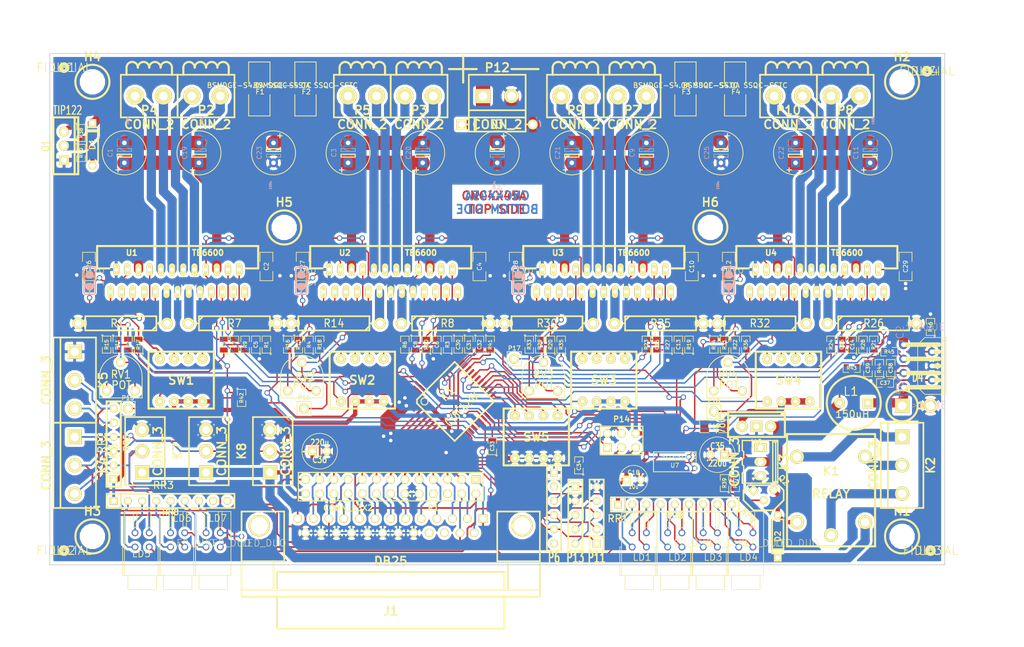
<source format=kicad_pcb>
(kicad_pcb (version 4) (host pcbnew "(2014-08-12 BZR 5067)-product")
  (layers (0 F.Cu signal) (31 B.Cu signal) (34 B.Paste user) (35 F.Paste user) (36 B.SilkS user) (37 F.SilkS user) (38 B.Mask user) (39 F.Mask user) (44 Edge.Cuts user))
  (net 0 "")
  (net 1 +12V)
  (net 2 +5V)
  (net 3 //XRES)
  (net 4 /A-Alert)
  (net 5 /A-DIR)
  (net 6 /A-LTQ)
  (net 7 /A-MOut)
  (net 8 /A-STEP)
  (net 9 /AVcc)
  (net 10 "/SWD CLK")
  (net 11 "/SWD IO")
  (net 12 /V_Alim)
  (net 13 /X-Alert)
  (net 14 /X-DIR)
  (net 15 /X-LTQ)
  (net 16 /X-MOut)
  (net 17 /X-STEP)
  (net 18 /XVcc)
  (net 19 /Y-Alert)
  (net 20 /Y-DIR)
  (net 21 /Y-LTQ)
  (net 22 /Y-MOut)
  (net 23 /Y-STEP)
  (net 24 /YVcc)
  (net 25 /Z-Alert)
  (net 26 /Z-DIR)
  (net 27 /Z-LTQ)
  (net 28 /Z-MOut)
  (net 29 /Z-STEP)
  (net 30 /ZVcc)
  (net 31 /a_min)
  (net 32 /blink)
  (net 33 /clk)
  (net 34 /clka)
  (net 35 /clkx)
  (net 36 /clky)
  (net 37 /clkz)
  (net 38 /dira)
  (net 39 /dirx)
  (net 40 /diry)
  (net 41 /dirz)
  (net 42 /e_stop)
  (net 43 /ena)
  (net 44 /miso)
  (net 45 /mosi)
  (net 46 /spindle)
  (net 47 /ssel0)
  (net 48 /x_min)
  (net 49 /y_min)
  (net 50 /z_min)
  (net 51 GND)
  (net 52 N-000001)
  (net 53 N-0000010)
  (net 54 N-00000103)
  (net 55 N-00000104)
  (net 56 N-00000105)
  (net 57 N-00000106)
  (net 58 N-00000107)
  (net 59 N-00000108)
  (net 60 N-00000109)
  (net 61 N-0000011)
  (net 62 N-00000110)
  (net 63 N-00000111)
  (net 64 N-00000112)
  (net 65 N-00000113)
  (net 66 N-00000114)
  (net 67 N-00000115)
  (net 68 N-00000116)
  (net 69 N-00000117)
  (net 70 N-00000118)
  (net 71 N-0000012)
  (net 72 N-00000121)
  (net 73 N-00000123)
  (net 74 N-00000126)
  (net 75 N-00000127)
  (net 76 N-0000013)
  (net 77 N-00000132)
  (net 78 N-00000133)
  (net 79 N-00000134)
  (net 80 N-00000135)
  (net 81 N-00000136)
  (net 82 N-00000137)
  (net 83 N-00000138)
  (net 84 N-00000139)
  (net 85 N-0000014)
  (net 86 N-00000140)
  (net 87 N-00000141)
  (net 88 N-00000142)
  (net 89 N-00000143)
  (net 90 N-00000144)
  (net 91 N-00000145)
  (net 92 N-00000146)
  (net 93 N-00000147)
  (net 94 N-00000148)
  (net 95 N-00000149)
  (net 96 N-0000015)
  (net 97 N-00000151)
  (net 98 N-00000152)
  (net 99 N-00000153)
  (net 100 N-00000154)
  (net 101 N-00000155)
  (net 102 N-00000156)
  (net 103 N-00000157)
  (net 104 N-00000158)
  (net 105 N-00000159)
  (net 106 N-0000016)
  (net 107 N-00000160)
  (net 108 N-00000161)
  (net 109 N-00000162)
  (net 110 N-00000163)
  (net 111 N-00000164)
  (net 112 N-00000165)
  (net 113 N-00000166)
  (net 114 N-00000168)
  (net 115 N-0000017)
  (net 116 N-0000018)
  (net 117 N-0000019)
  (net 118 N-000002)
  (net 119 N-0000020)
  (net 120 N-000003)
  (net 121 N-0000030)
  (net 122 N-0000031)
  (net 123 N-0000032)
  (net 124 N-0000033)
  (net 125 N-0000035)
  (net 126 N-0000036)
  (net 127 N-0000037)
  (net 128 N-0000038)
  (net 129 N-0000039)
  (net 130 N-000004)
  (net 131 N-0000040)
  (net 132 N-0000041)
  (net 133 N-0000042)
  (net 134 N-0000043)
  (net 135 N-0000044)
  (net 136 N-0000045)
  (net 137 N-0000047)
  (net 138 N-0000048)
  (net 139 N-0000049)
  (net 140 N-0000050)
  (net 141 N-0000051)
  (net 142 N-0000053)
  (net 143 N-0000054)
  (net 144 N-0000055)
  (net 145 N-0000056)
  (net 146 N-0000057)
  (net 147 N-0000058)
  (net 148 N-0000059)
  (net 149 N-0000063)
  (net 150 N-0000066)
  (net 151 N-0000067)
  (net 152 N-0000068)
  (net 153 N-0000069)
  (net 154 N-0000070)
  (net 155 N-0000071)
  (net 156 N-0000076)
  (net 157 N-0000078)
  (net 158 N-0000079)
  (net 159 N-0000080)
  (net 160 N-0000081)
  (net 161 N-0000082)
  (net 162 N-0000083)
  (net 163 N-0000084)
  (net 164 N-0000085)
  (net 165 N-0000086)
  (net 166 N-0000087)
  (net 167 N-0000089)
  (net 168 N-0000092)
  (net 169 N-0000093)
  (module L4960-HEPTAWATT (layer F.Cu) (at 195.834 71.12 90)
    (fp_text reference IC2 (at 5.715 -5.715 90) (layer B.SilkS) (effects (font (size 1.27 1.27) (thickness 0.0889))))
    (fp_text value L4960 (at -4.445 -5.715 90) (layer B.SilkS) (effects (font (size 1.27 1.27) (thickness 0.0889))))
    (fp_text user >NAME (at -6.985 -0.635 180) (layer B.SilkS) (effects (font (size 1.27 1.27) (thickness 0.0889))))
    (fp_text user >VALUE (at 6.985 -1.27 180) (layer B.SilkS) (effects (font (size 1.27 1.27) (thickness 0.0889))))
    (pad 1 thru_hole circle (at 3.81 -5.08 90) (size 1.5 1.5) (drill 0.8128) (layers *.Cu *.Mask) (net 12 /V_Alim))
    (pad 2 thru_hole circle (at 2.54 0 90) (size 1.5 1.5) (drill 0.8128) (layers *.Cu *.Mask) (net 156 N-0000076))
    (pad 3 thru_hole circle (at 1.27 -5.08 90) (size 1.5 1.5) (drill 0.8128) (layers *.Cu *.Mask) (net 154 N-0000070))
    (pad 4 thru_hole circle (at 0 0 90) (size 1.5 1.5) (drill 0.8128) (layers *.Cu *.Mask) (net 51 GND))
    (pad 5 thru_hole circle (at -1.27 -5.08 90) (size 1.5 1.5) (drill 0.8128) (layers *.Cu *.Mask) (net 157 N-0000078))
    (pad 6 thru_hole circle (at -2.54 0 90) (size 1.5 1.5) (drill 0.8128) (layers *.Cu *.Mask) (net 158 N-0000079))
    (pad 7 thru_hole circle (at -3.81 -5.08 90) (size 1.5 1.5) (drill 0.8128) (layers *.Cu *.Mask) (net 159 N-0000080))
  )
  (module olimex-SPARKFUNEAGLE-6-6-07_FIDUCIAL-1.5X3 (layer F.Cu) (at 194.945 18.415)
    (fp_text reference LB4 (at 0 0) (layer F.SilkS))
    (fp_text value FIDUCIAL (at 0 0) (layer F.SilkS))
    (pad 1 smd circle (at 0 0) (size 1.4986 1.4986) (layers F.Cu F.Mask))
  )
  (module INDUCTOR_V (layer F.Cu) (at 181.864 77.724 180)
    (fp_text reference L1 (at 0.508 2.032 180) (layer F.SilkS) (effects (font (thickness 0.2032))))
    (fp_text value 150uH (at 0.254 -2.032 180) (layer F.SilkS) (effects (font (size 1.27 1.27) (thickness 0.2032))))
    (pad 1 thru_hole rect (at -2.54 0 180) (size 1.905 1.905) (drill 0.8128) (layers *.Cu *.Mask F.SilkS) (net 159 N-0000080))
    (pad 2 thru_hole circle (at 2.54 0 180) (size 1.905 1.905) (drill 0.8128) (layers *.Cu *.Mask F.SilkS) (net 1 +12V))
  )
  (module bornier2 (layer F.Cu) (at 118.11 22.86)
    (fp_text reference P12 (at 0 -5.08) (layer F.SilkS) (effects (font (thickness 0.3048))))
    (fp_text value CONN_2 (at 0 5.08) (layer F.SilkS) (effects (font (thickness 0.3048))))
    (pad 1 thru_hole rect (at -2.54 0) (size 2.54 2.54) (drill 1.524) (layers *.Cu *.Mask F.SilkS) (net 12 /V_Alim))
    (pad 2 thru_hole circle (at 2.54 0) (size 2.54 2.54) (drill 1.524) (layers *.Cu *.Mask F.SilkS) (net 51 GND))
  )
  (module MountingHole_3-5mm_RevA_Date21Jun2010 (layer F.Cu) (at 80.01 46.355)
    (fp_text reference H5 (at 0 -4.50088) (layer F.SilkS) (effects (font (thickness 0.3048))))
    (fp_text value MOUNT_HOLE hide)
    (pad "" np_thru_hole circle (at 0 0) (size 3.50012 3.50012) (drill 3.50012) (layers *.Cu))
  )
  (module LED_DUO (layer F.Cu) (at 143.51 102.235)
    (fp_text reference LD1 (at -1.27 3.81) (layer F.SilkS) (effects (font (size 1.2065 1.2065) (thickness 0.14478)) (justify left bottom)))
    (fp_text value LED_DUO (at 5.08 1.27) (layer F.SilkS) (effects (font (size 1.2065 1.2065) (thickness 0.09652)) (justify left bottom)))
    (pad LV_A thru_hole circle (at -1.27 1.27) (size 1.2192 1.2192) (drill 0.812799) (layers *.Cu *.Mask) (net 61 N-0000011))
    (pad LV_K thru_hole circle (at 1.27 1.27) (size 1.2192 1.2192) (drill 0.812799) (layers *.Cu *.Mask) (net 167 N-0000089))
    (pad LR_A thru_hole circle (at -1.27 -1.27) (size 1.2192 1.2192) (drill 0.812799) (layers *.Cu *.Mask) (net 53 N-0000010))
    (pad LR_K thru_hole circle (at 1.27 -1.27) (size 1.2192 1.2192) (drill 0.812799) (layers *.Cu *.Mask) (net 146 N-0000057))
  )
  (module PIN_ARRAY_1 (layer F.Cu) (at 52.07 78.74)
    (fp_text reference P15 (at 0 -1.905) (layer F.SilkS) (effects (font (size 0.762 0.762) (thickness 0.1524))))
    (fp_text value CONN_1 hide)
    (pad 1 thru_hole circle (at 0 0) (size 1.778 1.778) (drill 1.016) (layers *.Cu *.Mask F.SilkS) (net 67 N-00000115))
  )
  (module SM1206 (layer F.Cu) (at 76.835 53.34 270)
    (fp_text reference C2 (at 0 0 270) (layer F.SilkS) (effects (font (size 0.762 0.762) (thickness 0.127))))
    (fp_text value 1u hide)
    (pad 1 smd rect (at -1.651 0 270) (size 1.524 2.032) (layers F.Cu F.Paste F.Mask) (net 18 /XVcc))
    (pad 2 smd rect (at 1.651 0 270) (size 1.524 2.032) (layers F.Cu F.Paste F.Mask) (net 51 GND))
  )
  (module SM1206 (layer F.Cu) (at 114.935 53.34 270)
    (fp_text reference C4 (at 0 0 270) (layer F.SilkS) (effects (font (size 0.762 0.762) (thickness 0.127))))
    (fp_text value 1u hide)
    (pad 1 smd rect (at -1.651 0 270) (size 1.524 2.032) (layers F.Cu F.Paste F.Mask) (net 24 /YVcc))
    (pad 2 smd rect (at 1.651 0 270) (size 1.524 2.032) (layers F.Cu F.Paste F.Mask) (net 51 GND))
  )
  (module SM0805 (layer F.Cu) (at 74.93 67.31 90)
    (fp_text reference C5 (at 0 0 90) (layer F.SilkS) (effects (font (size 0.635 0.635) (thickness 0.127))))
    (fp_text value C hide)
    (pad 1 smd rect (at -0.9525 0 90) (size 0.889 1.397) (layers F.Cu F.Paste F.Mask) (net 51 GND))
    (pad 2 smd rect (at 0.9525 0 90) (size 0.889 1.397) (layers F.Cu F.Paste F.Mask) (net 69 N-00000117))
  )
  (module SM0805 (layer F.Cu) (at 107.315 67.31 90)
    (fp_text reference C6 (at 0 0 90) (layer F.SilkS) (effects (font (size 0.635 0.635) (thickness 0.127))))
    (fp_text value C hide)
    (pad 1 smd rect (at -0.9525 0 90) (size 0.889 1.397) (layers F.Cu F.Paste F.Mask) (net 51 GND))
    (pad 2 smd rect (at 0.9525 0 90) (size 0.889 1.397) (layers F.Cu F.Paste F.Mask) (net 100 N-00000154))
  )
  (module SM0805 (layer F.Cu) (at 71.12 67.31 270)
    (fp_text reference C7 (at 0 0 270) (layer F.SilkS) (effects (font (size 0.635 0.635) (thickness 0.127))))
    (fp_text value 100n hide)
    (pad 1 smd rect (at -0.9525 0 270) (size 0.889 1.397) (layers F.Cu F.Paste F.Mask) (net 70 N-00000118))
    (pad 2 smd rect (at 0.9525 0 270) (size 0.889 1.397) (layers F.Cu F.Paste F.Mask) (net 51 GND))
  )
  (module SM0805 (layer F.Cu) (at 103.505 67.31 270)
    (fp_text reference C8 (at 0 0 270) (layer F.SilkS) (effects (font (size 0.635 0.635) (thickness 0.127))))
    (fp_text value 100n hide)
    (pad 1 smd rect (at -0.9525 0 270) (size 0.889 1.397) (layers F.Cu F.Paste F.Mask) (net 114 N-00000168))
    (pad 2 smd rect (at 0.9525 0 270) (size 0.889 1.397) (layers F.Cu F.Paste F.Mask) (net 51 GND))
  )
  (module SM1206 (layer F.Cu) (at 152.908 53.34 270)
    (fp_text reference C10 (at 0 0 270) (layer F.SilkS) (effects (font (size 0.762 0.762) (thickness 0.127))))
    (fp_text value 1u hide)
    (pad 1 smd rect (at -1.651 0 270) (size 1.524 2.032) (layers F.Cu F.Paste F.Mask) (net 30 /ZVcc))
    (pad 2 smd rect (at 1.651 0 270) (size 1.524 2.032) (layers F.Cu F.Paste F.Mask) (net 51 GND))
  )
  (module SM1206 (layer F.Cu) (at 159.512 53.34 270)
    (fp_text reference C12 (at 0 0 270) (layer F.SilkS) (effects (font (size 0.762 0.762) (thickness 0.127))))
    (fp_text value 1u hide)
    (pad 1 smd rect (at -1.651 0 270) (size 1.524 2.032) (layers F.Cu F.Paste F.Mask) (net 9 /AVcc))
    (pad 2 smd rect (at 1.651 0 270) (size 1.524 2.032) (layers F.Cu F.Paste F.Mask) (net 51 GND))
  )
  (module SM0805 (layer F.Cu) (at 150.495 67.31 90)
    (fp_text reference C13 (at 0 0 90) (layer F.SilkS) (effects (font (size 0.635 0.635) (thickness 0.127))))
    (fp_text value C hide)
    (pad 1 smd rect (at -0.9525 0 90) (size 0.889 1.397) (layers F.Cu F.Paste F.Mask) (net 51 GND))
    (pad 2 smd rect (at 0.9525 0 90) (size 0.889 1.397) (layers F.Cu F.Paste F.Mask) (net 97 N-00000151))
  )
  (module SM0805 (layer F.Cu) (at 181.61 67.31 90)
    (fp_text reference C14 (at 0 0 90) (layer F.SilkS) (effects (font (size 0.635 0.635) (thickness 0.127))))
    (fp_text value C hide)
    (pad 1 smd rect (at -0.9525 0 90) (size 0.889 1.397) (layers F.Cu F.Paste F.Mask) (net 51 GND))
    (pad 2 smd rect (at 0.9525 0 90) (size 0.889 1.397) (layers F.Cu F.Paste F.Mask) (net 150 N-0000066))
  )
  (module SM0805 (layer F.Cu) (at 146.685 67.31 270)
    (fp_text reference C15 (at 0 0 270) (layer F.SilkS) (effects (font (size 0.635 0.635) (thickness 0.127))))
    (fp_text value 100n hide)
    (pad 1 smd rect (at -0.9525 0 270) (size 0.889 1.397) (layers F.Cu F.Paste F.Mask) (net 98 N-00000152))
    (pad 2 smd rect (at 0.9525 0 270) (size 0.889 1.397) (layers F.Cu F.Paste F.Mask) (net 51 GND))
  )
  (module SM0805 (layer F.Cu) (at 179.705 67.31 270)
    (fp_text reference C16 (at 0 0 270) (layer F.SilkS) (effects (font (size 0.635 0.635) (thickness 0.127))))
    (fp_text value 100n hide)
    (pad 1 smd rect (at -0.9525 0 270) (size 0.889 1.397) (layers F.Cu F.Paste F.Mask) (net 149 N-0000063))
    (pad 2 smd rect (at 0.9525 0 270) (size 0.889 1.397) (layers F.Cu F.Paste F.Mask) (net 51 GND))
  )
  (module C1V5 (layer F.Cu) (at 142.494 91.44)
    (fp_text reference C18 (at 0 -1.26746) (layer F.SilkS) (effects (font (size 0.762 0.762) (thickness 0.127))))
    (fp_text value 10u (at 0 1.27) (layer F.SilkS) (effects (font (size 0.762 0.635) (thickness 0.127))))
    (fp_text user + (at -2.286 0) (layer F.SilkS) (effects (font (size 0.762 0.762) (thickness 0.2032))))
    (pad 1 thru_hole rect (at -1.27 0) (size 1.397 1.397) (drill 0.8128) (layers *.Cu *.Mask F.SilkS) (net 2 +5V))
    (pad 2 thru_hole circle (at 1.27 0) (size 1.397 1.397) (drill 0.8128) (layers *.Cu *.Mask F.SilkS) (net 51 GND))
  )
  (module D3 (layer F.Cu) (at 45.72 31.496 90)
    (fp_text reference D1 (at 0 0 90) (layer F.SilkS) (effects (font (size 1.016 1.016) (thickness 0.2032))))
    (fp_text value 39V hide)
    (pad 2 thru_hole rect (at 3.81 0 90) (size 1.397 1.397) (drill 0.8128) (layers *.Cu *.Mask F.SilkS) (net 12 /V_Alim))
    (pad 1 thru_hole circle (at -3.81 0 90) (size 1.397 1.397) (drill 0.8128) (layers *.Cu *.Mask F.SilkS) (net 118 N-000002))
  )
  (module D3 (layer F.Cu) (at 168.275 101.6 270)
    (fp_text reference D2 (at 0 0 270) (layer F.SilkS) (effects (font (size 1.016 1.016) (thickness 0.2032))))
    (fp_text value DIODE hide)
    (pad 2 thru_hole rect (at 3.81 0 270) (size 1.397 1.397) (drill 0.8128) (layers *.Cu *.Mask F.SilkS) (net 1 +12V))
    (pad 1 thru_hole circle (at -3.81 0 270) (size 1.397 1.397) (drill 0.8128) (layers *.Cu *.Mask F.SilkS) (net 130 N-000004))
  )
  (module D5 (layer F.Cu) (at 118.11 27.94 180)
    (fp_text reference D3 (at 0 0 180) (layer F.SilkS) (effects (font (size 1.524 1.016) (thickness 0.3048))))
    (fp_text value "Transil 1.5KE39" hide)
    (pad 1 thru_hole circle (at -6.35 0 180) (size 1.778 1.778) (drill 1.143) (layers *.Cu *.Mask F.SilkS) (net 51 GND))
    (pad 2 thru_hole rect (at 6.35 0 180) (size 1.778 1.778) (drill 1.143) (layers *.Cu *.Mask F.SilkS) (net 12 /V_Alim))
  )
  (module TQFP44 (layer F.Cu) (at 110.49 77.47 45)
    (fp_text reference IC1 (at 0 -1.905 45) (layer F.SilkS) (effects (font (size 1.524 1.016) (thickness 0.2032))))
    (fp_text value CY8C424X (at 0 1.905 45) (layer F.SilkS) (effects (font (size 1.524 1.016) (thickness 0.2032))))
    (pad 39 smd rect (at 0 -5.715 45) (size 0.4064 1.524) (layers F.Cu F.Paste F.Mask) (net 20 /Y-DIR))
    (pad 40 smd rect (at -0.8001 -5.715 45) (size 0.4064 1.524) (layers F.Cu F.Paste F.Mask) (net 23 /Y-STEP))
    (pad 41 smd rect (at -1.6002 -5.715 45) (size 0.4064 1.524) (layers F.Cu F.Paste F.Mask) (net 21 /Y-LTQ))
    (pad 42 smd rect (at -2.4003 -5.715 45) (size 0.4064 1.524) (layers F.Cu F.Paste F.Mask) (net 14 /X-DIR))
    (pad 43 smd rect (at -3.2004 -5.715 45) (size 0.4064 1.524) (layers F.Cu F.Paste F.Mask) (net 17 /X-STEP))
    (pad 44 smd rect (at -4.0005 -5.715 45) (size 0.4064 1.524) (layers F.Cu F.Paste F.Mask) (net 15 /X-LTQ))
    (pad 38 smd rect (at 0.8001 -5.715 45) (size 0.4064 1.524) (layers F.Cu F.Paste F.Mask) (net 27 /Z-LTQ))
    (pad 37 smd rect (at 1.6002 -5.715 45) (size 0.4064 1.524) (layers F.Cu F.Paste F.Mask) (net 29 /Z-STEP))
    (pad 36 smd rect (at 2.4003 -5.715 45) (size 0.4064 1.524) (layers F.Cu F.Paste F.Mask) (net 51 GND))
    (pad 35 smd rect (at 3.2004 -5.715 45) (size 0.4064 1.524) (layers F.Cu F.Paste F.Mask) (net 2 +5V))
    (pad 34 smd rect (at 4.0005 -5.715 45) (size 0.4064 1.524) (layers F.Cu F.Paste F.Mask) (net 2 +5V))
    (pad 17 smd rect (at 0 5.715 45) (size 0.4064 1.524) (layers F.Cu F.Paste F.Mask) (net 77 N-00000132))
    (pad 16 smd rect (at -0.8001 5.715 45) (size 0.4064 1.524) (layers F.Cu F.Paste F.Mask) (net 78 N-00000133))
    (pad 15 smd rect (at -1.6002 5.715 45) (size 0.4064 1.524) (layers F.Cu F.Paste F.Mask) (net 79 N-00000134))
    (pad 14 smd rect (at -2.4003 5.715 45) (size 0.4064 1.524) (layers F.Cu F.Paste F.Mask) (net 10 "/SWD CLK"))
    (pad 13 smd rect (at -3.2004 5.715 45) (size 0.4064 1.524) (layers F.Cu F.Paste F.Mask) (net 11 "/SWD IO"))
    (pad 12 smd rect (at -4.0005 5.715 45) (size 0.4064 1.524) (layers F.Cu F.Paste F.Mask) (net 68 N-00000116))
    (pad 18 smd rect (at 0.8001 5.715 45) (size 0.4064 1.524) (layers F.Cu F.Paste F.Mask) (net 32 /blink))
    (pad 19 smd rect (at 1.6002 5.715 45) (size 0.4064 1.524) (layers F.Cu F.Paste F.Mask) (net 2 +5V))
    (pad 20 smd rect (at 2.4003 5.715 45) (size 0.4064 1.524) (layers F.Cu F.Paste F.Mask) (net 45 /mosi))
    (pad 21 smd rect (at 3.2004 5.715 45) (size 0.4064 1.524) (layers F.Cu F.Paste F.Mask) (net 44 /miso))
    (pad 22 smd rect (at 4.0005 5.715 45) (size 0.4064 1.524) (layers F.Cu F.Paste F.Mask) (net 33 /clk))
    (pad 6 smd rect (at -5.715 0 45) (size 1.524 0.4064) (layers F.Cu F.Paste F.Mask) (net 36 /clky))
    (pad 28 smd rect (at 5.715 0 45) (size 1.524 0.4064) (layers F.Cu F.Paste F.Mask) (net 5 /A-DIR))
    (pad 7 smd rect (at -5.715 0.8001 45) (size 1.524 0.4064) (layers F.Cu F.Paste F.Mask) (net 40 /diry))
    (pad 27 smd rect (at 5.715 0.8001 45) (size 1.524 0.4064) (layers F.Cu F.Paste F.Mask) (net 147 N-0000058))
    (pad 26 smd rect (at 5.715 1.6002 45) (size 1.524 0.4064) (layers F.Cu F.Paste F.Mask) (net 148 N-0000059))
    (pad 8 smd rect (at -5.715 1.6002 45) (size 1.524 0.4064) (layers F.Cu F.Paste F.Mask) (net 35 /clkx))
    (pad 9 smd rect (at -5.715 2.4003 45) (size 1.524 0.4064) (layers F.Cu F.Paste F.Mask) (net 39 /dirx))
    (pad 25 smd rect (at 5.715 2.4003 45) (size 1.524 0.4064) (layers F.Cu F.Paste F.Mask) (net 125 N-0000035))
    (pad 24 smd rect (at 5.715 3.2004 45) (size 1.524 0.4064) (layers F.Cu F.Paste F.Mask) (net 119 N-0000020))
    (pad 10 smd rect (at -5.715 3.2004 45) (size 1.524 0.4064) (layers F.Cu F.Paste F.Mask) (net 51 GND))
    (pad 11 smd rect (at -5.715 4.0005 45) (size 1.524 0.4064) (layers F.Cu F.Paste F.Mask) (net 141 N-0000051))
    (pad 23 smd rect (at 5.715 4.0005 45) (size 1.524 0.4064) (layers F.Cu F.Paste F.Mask) (net 47 /ssel0))
    (pad 29 smd rect (at 5.715 -0.8001 45) (size 1.524 0.4064) (layers F.Cu F.Paste F.Mask) (net 8 /A-STEP))
    (pad 5 smd rect (at -5.715 -0.8001 45) (size 1.524 0.4064) (layers F.Cu F.Paste F.Mask) (net 41 /dirz))
    (pad 4 smd rect (at -5.715 -1.6002 45) (size 1.524 0.4064) (layers F.Cu F.Paste F.Mask) (net 37 /clkz))
    (pad 30 smd rect (at 5.715 -1.6002 45) (size 1.524 0.4064) (layers F.Cu F.Paste F.Mask) (net 6 /A-LTQ))
    (pad 31 smd rect (at 5.715 -2.4003 45) (size 1.524 0.4064) (layers F.Cu F.Paste F.Mask) (net 26 /Z-DIR))
    (pad 3 smd rect (at -5.715 -2.4003 45) (size 1.524 0.4064) (layers F.Cu F.Paste F.Mask) (net 38 /dira))
    (pad 2 smd rect (at -5.715 -3.2004 45) (size 1.524 0.4064) (layers F.Cu F.Paste F.Mask) (net 34 /clka))
    (pad 32 smd rect (at 5.715 -3.2004 45) (size 1.524 0.4064) (layers F.Cu F.Paste F.Mask) (net 3 //XRES))
    (pad 33 smd rect (at 5.715 -4.0005 45) (size 1.524 0.4064) (layers F.Cu F.Paste F.Mask) (net 155 N-0000071))
    (pad 1 smd rect (at -5.715 -4.0005 45) (size 1.524 0.4064) (layers F.Cu F.Paste F.Mask) (net 51 GND))
  )
  (module DB25FC (layer F.Cu) (at 99.06 99.695 180)
    (fp_text reference J1 (at 0 -15.24 180) (layer F.SilkS) (effects (font (thickness 0.3048))))
    (fp_text value DB25 (at 0 -6.35 180) (layer F.SilkS) (effects (font (thickness 0.3048))))
    (pad "" thru_hole circle (at 23.495 0 180) (size 3.81 3.81) (drill 3.048) (layers *.Cu *.Mask F.SilkS))
    (pad "" thru_hole circle (at -23.495 0 180) (size 3.81 3.81) (drill 3.048) (layers *.Cu *.Mask F.SilkS))
    (pad 1 thru_hole rect (at -16.51 1.27 180) (size 1.524 1.524) (drill 1.016) (layers *.Cu *.Mask F.SilkS) (net 46 /spindle))
    (pad 2 thru_hole circle (at -13.716 1.27 180) (size 1.524 1.524) (drill 1.016) (layers *.Cu *.Mask F.SilkS) (net 39 /dirx))
    (pad 3 thru_hole circle (at -11.049 1.27 180) (size 1.524 1.524) (drill 1.016) (layers *.Cu *.Mask F.SilkS) (net 35 /clkx))
    (pad 4 thru_hole circle (at -8.255 1.27 180) (size 1.524 1.524) (drill 1.016) (layers *.Cu *.Mask F.SilkS) (net 40 /diry))
    (pad 5 thru_hole circle (at -5.461 1.27 180) (size 1.524 1.524) (drill 1.016) (layers *.Cu *.Mask F.SilkS) (net 36 /clky))
    (pad 6 thru_hole circle (at -2.667 1.27 180) (size 1.524 1.524) (drill 1.016) (layers *.Cu *.Mask F.SilkS) (net 41 /dirz))
    (pad 7 thru_hole circle (at 0 1.27 180) (size 1.524 1.524) (drill 1.016) (layers *.Cu *.Mask F.SilkS) (net 37 /clkz))
    (pad 8 thru_hole circle (at 2.794 1.27 180) (size 1.524 1.524) (drill 1.016) (layers *.Cu *.Mask F.SilkS) (net 38 /dira))
    (pad 9 thru_hole circle (at 5.588 1.27 180) (size 1.524 1.524) (drill 1.016) (layers *.Cu *.Mask F.SilkS) (net 34 /clka))
    (pad 10 thru_hole circle (at 8.382 1.27 180) (size 1.524 1.524) (drill 1.016) (layers *.Cu *.Mask F.SilkS) (net 31 /a_min))
    (pad 11 thru_hole circle (at 11.049 1.27 180) (size 1.524 1.524) (drill 1.016) (layers *.Cu *.Mask F.SilkS) (net 50 /z_min))
    (pad 12 thru_hole circle (at 13.843 1.27 180) (size 1.524 1.524) (drill 1.016) (layers *.Cu *.Mask F.SilkS) (net 49 /y_min))
    (pad 13 thru_hole circle (at 16.637 1.27 180) (size 1.524 1.524) (drill 1.016) (layers *.Cu *.Mask F.SilkS) (net 48 /x_min))
    (pad 14 thru_hole circle (at -14.9352 -1.27 180) (size 1.524 1.524) (drill 1.016) (layers *.Cu *.Mask F.SilkS) (net 43 /ena))
    (pad 15 thru_hole circle (at -12.3952 -1.27 180) (size 1.524 1.524) (drill 1.016) (layers *.Cu *.Mask F.SilkS) (net 42 /e_stop))
    (pad 16 thru_hole circle (at -9.6012 -1.27 180) (size 1.524 1.524) (drill 1.016) (layers *.Cu *.Mask F.SilkS) (net 75 N-00000127))
    (pad 17 thru_hole circle (at -6.858 -1.27 180) (size 1.524 1.524) (drill 1.016) (layers *.Cu *.Mask F.SilkS) (net 74 N-00000126))
    (pad 18 thru_hole circle (at -4.1148 -1.27 180) (size 1.524 1.524) (drill 1.016) (layers *.Cu *.Mask F.SilkS) (net 51 GND))
    (pad 19 thru_hole circle (at -1.3208 -1.27 180) (size 1.524 1.524) (drill 1.016) (layers *.Cu *.Mask F.SilkS) (net 51 GND))
    (pad 20 thru_hole circle (at 1.4224 -1.27 180) (size 1.524 1.524) (drill 1.016) (layers *.Cu *.Mask F.SilkS) (net 51 GND))
    (pad 21 thru_hole circle (at 4.1656 -1.27 180) (size 1.524 1.524) (drill 1.016) (layers *.Cu *.Mask F.SilkS) (net 51 GND))
    (pad 22 thru_hole circle (at 7.0104 -1.27 180) (size 1.524 1.524) (drill 1.016) (layers *.Cu *.Mask F.SilkS) (net 51 GND))
    (pad 23 thru_hole circle (at 9.7028 -1.27 180) (size 1.524 1.524) (drill 1.016) (layers *.Cu *.Mask F.SilkS) (net 51 GND))
    (pad 24 thru_hole circle (at 12.446 -1.27 180) (size 1.524 1.524) (drill 1.016) (layers *.Cu *.Mask F.SilkS) (net 51 GND))
    (pad 25 thru_hole circle (at 15.24 -1.27 180) (size 1.524 1.524) (drill 1.016) (layers *.Cu *.Mask F.SilkS) (net 51 GND))
  )
  (module pin_array_13x2 (layer F.Cu) (at 99.06 92.71 180)
    (fp_text reference P1 (at -7.62 -3.81 180) (layer F.SilkS) (effects (font (size 1.016 1.016) (thickness 0.2032))))
    (fp_text value CONN_13X2 (at 7.62 -3.81 180) (layer F.SilkS) (effects (font (size 1.016 1.016) (thickness 0.2032))))
    (pad 1 thru_hole rect (at -15.24 1.27 180) (size 1.524 1.524) (drill 0.8128) (layers *.Cu *.Mask F.SilkS) (net 46 /spindle))
    (pad 2 thru_hole circle (at -15.24 -1.27 180) (size 1.524 1.524) (drill 1.016) (layers *.Cu *.Mask F.SilkS) (net 43 /ena))
    (pad 3 thru_hole circle (at -12.7 1.27 180) (size 1.524 1.524) (drill 1.016) (layers *.Cu *.Mask F.SilkS) (net 39 /dirx))
    (pad 4 thru_hole circle (at -12.7 -1.27 180) (size 1.524 1.524) (drill 1.016) (layers *.Cu *.Mask F.SilkS) (net 42 /e_stop))
    (pad 5 thru_hole circle (at -10.16 1.27 180) (size 1.524 1.524) (drill 1.016) (layers *.Cu *.Mask F.SilkS) (net 35 /clkx))
    (pad 6 thru_hole circle (at -10.16 -1.27 180) (size 1.524 1.524) (drill 1.016) (layers *.Cu *.Mask F.SilkS) (net 73 N-00000123))
    (pad 7 thru_hole circle (at -7.62 1.27 180) (size 1.524 1.524) (drill 1.016) (layers *.Cu *.Mask F.SilkS) (net 40 /diry))
    (pad 8 thru_hole circle (at -7.62 -1.27 180) (size 1.524 1.524) (drill 1.016) (layers *.Cu *.Mask F.SilkS) (net 72 N-00000121))
    (pad 9 thru_hole circle (at -5.08 1.27 180) (size 1.524 1.524) (drill 1.016) (layers *.Cu *.Mask F.SilkS) (net 36 /clky))
    (pad 10 thru_hole circle (at -5.08 -1.27 180) (size 1.524 1.524) (drill 1.016) (layers *.Cu *.Mask F.SilkS) (net 51 GND))
    (pad 11 thru_hole circle (at -2.54 1.27 180) (size 1.524 1.524) (drill 1.016) (layers *.Cu *.Mask F.SilkS) (net 41 /dirz))
    (pad 12 thru_hole circle (at -2.54 -1.27 180) (size 1.524 1.524) (drill 1.016) (layers *.Cu *.Mask F.SilkS) (net 51 GND))
    (pad 13 thru_hole circle (at 0 1.27 180) (size 1.524 1.524) (drill 1.016) (layers *.Cu *.Mask F.SilkS) (net 37 /clkz))
    (pad 14 thru_hole circle (at 0 -1.27 180) (size 1.524 1.524) (drill 1.016) (layers *.Cu *.Mask F.SilkS) (net 51 GND))
    (pad 15 thru_hole circle (at 2.54 1.27 180) (size 1.524 1.524) (drill 1.016) (layers *.Cu *.Mask F.SilkS) (net 38 /dira))
    (pad 16 thru_hole circle (at 2.54 -1.27 180) (size 1.524 1.524) (drill 1.016) (layers *.Cu *.Mask F.SilkS) (net 51 GND))
    (pad 17 thru_hole circle (at 5.08 1.27 180) (size 1.524 1.524) (drill 1.016) (layers *.Cu *.Mask F.SilkS) (net 34 /clka))
    (pad 18 thru_hole circle (at 5.08 -1.27 180) (size 1.524 1.524) (drill 1.016) (layers *.Cu *.Mask F.SilkS) (net 51 GND))
    (pad 19 thru_hole circle (at 7.62 1.27 180) (size 1.524 1.524) (drill 1.016) (layers *.Cu *.Mask F.SilkS) (net 31 /a_min))
    (pad 20 thru_hole circle (at 7.62 -1.27 180) (size 1.524 1.524) (drill 1.016) (layers *.Cu *.Mask F.SilkS) (net 51 GND))
    (pad 21 thru_hole circle (at 10.16 1.27 180) (size 1.524 1.524) (drill 1.016) (layers *.Cu *.Mask F.SilkS) (net 50 /z_min))
    (pad 22 thru_hole circle (at 10.16 -1.27 180) (size 1.524 1.524) (drill 1.016) (layers *.Cu *.Mask F.SilkS) (net 51 GND))
    (pad 23 thru_hole circle (at 12.7 1.27 180) (size 1.524 1.524) (drill 1.016) (layers *.Cu *.Mask F.SilkS) (net 49 /y_min))
    (pad 24 thru_hole circle (at 12.7 -1.27 180) (size 1.524 1.524) (drill 1.016) (layers *.Cu *.Mask F.SilkS) (net 51 GND))
    (pad 25 thru_hole circle (at 15.24 1.27 180) (size 1.524 1.524) (drill 1.016) (layers *.Cu *.Mask F.SilkS) (net 48 /x_min))
    (pad 26 thru_hole circle (at 15.24 -1.27 180) (size 1.524 1.524) (drill 1.016) (layers *.Cu *.Mask F.SilkS) (net 2 +5V))
  )
  (module SIL-6 (layer F.Cu) (at 128.27 96.52 270)
    (fp_text reference P6 (at 8.89 0 360) (layer F.SilkS) (effects (font (size 1.72974 1.08712) (thickness 0.3048))))
    (fp_text value CONN_6 hide)
    (pad 1 thru_hole rect (at -6.35 0 270) (size 1.397 1.397) (drill 0.8128) (layers *.Cu *.Mask F.SilkS) (net 51 GND))
    (pad 2 thru_hole circle (at -3.81 0 270) (size 1.397 1.397) (drill 0.8128) (layers *.Cu *.Mask F.SilkS) (net 81 N-00000136))
    (pad 3 thru_hole circle (at -1.27 0 270) (size 1.397 1.397) (drill 0.8128) (layers *.Cu *.Mask F.SilkS) (net 2 +5V))
    (pad 4 thru_hole circle (at 1.27 0 270) (size 1.397 1.397) (drill 0.8128) (layers *.Cu *.Mask F.SilkS) (net 68 N-00000116))
    (pad 5 thru_hole circle (at 3.81 0 270) (size 1.397 1.397) (drill 0.8128) (layers *.Cu *.Mask F.SilkS) (net 141 N-0000051))
    (pad 6 thru_hole circle (at 6.35 0 270) (size 1.397 1.397) (drill 0.8128) (layers *.Cu *.Mask F.SilkS) (net 80 N-00000135))
  )
  (module SIL-5 (layer F.Cu) (at 135.89 96.52 90)
    (fp_text reference P11 (at -8.89 0 360) (layer F.SilkS) (effects (font (size 1.72974 1.08712) (thickness 0.3048))))
    (fp_text value CONN_5 hide)
    (pad 1 thru_hole rect (at -6.35 0 90) (size 1.397 1.397) (drill 0.8128) (layers *.Cu *.Mask F.SilkS) (net 141 N-0000051))
    (pad 2 thru_hole circle (at -3.81 0 90) (size 1.397 1.397) (drill 0.8128) (layers *.Cu *.Mask F.SilkS) (net 68 N-00000116))
    (pad 3 thru_hole circle (at -1.27 0 90) (size 1.397 1.397) (drill 0.8128) (layers *.Cu *.Mask F.SilkS) (net 11 "/SWD IO"))
    (pad 4 thru_hole circle (at 1.27 0 90) (size 1.397 1.397) (drill 0.8128) (layers *.Cu *.Mask F.SilkS) (net 10 "/SWD CLK"))
    (pad 5 thru_hole circle (at 3.81 0 90) (size 1.397 1.397) (drill 0.8128) (layers *.Cu *.Mask F.SilkS) (net 51 GND))
  )
  (module SIL-5 (layer F.Cu) (at 132.08 99.06 270)
    (fp_text reference P13 (at 6.35 0 360) (layer F.SilkS) (effects (font (size 1.72974 1.08712) (thickness 0.3048))))
    (fp_text value CONN_5 hide)
    (pad 1 thru_hole rect (at -6.35 0 270) (size 1.397 1.397) (drill 0.8128) (layers *.Cu *.Mask F.SilkS) (net 2 +5V))
    (pad 2 thru_hole circle (at -3.81 0 270) (size 1.397 1.397) (drill 0.8128) (layers *.Cu *.Mask F.SilkS) (net 51 GND))
    (pad 3 thru_hole circle (at -1.27 0 270) (size 1.397 1.397) (drill 0.8128) (layers *.Cu *.Mask F.SilkS) (net 3 //XRES))
    (pad 4 thru_hole circle (at 1.27 0 270) (size 1.397 1.397) (drill 0.8128) (layers *.Cu *.Mask F.SilkS) (net 10 "/SWD CLK"))
    (pad 5 thru_hole circle (at 3.81 0 270) (size 1.397 1.397) (drill 0.8128) (layers *.Cu *.Mask F.SilkS) (net 11 "/SWD IO"))
  )
  (module TO220_VERT (layer F.Cu) (at 40.64 31.75)
    (fp_text reference Q1 (at -3.175 0 90) (layer F.SilkS) (effects (font (size 1.524 1.016) (thickness 0.2032))))
    (fp_text value TIP122 (at 0.635 -6.35) (layer F.SilkS) (effects (font (size 1.524 1.016) (thickness 0.2032))))
    (pad 2 thru_hole circle (at 0 -2.54) (size 1.778 1.778) (drill 1.016) (layers *.Cu *.Mask F.SilkS) (net 52 N-000001))
    (pad 3 thru_hole circle (at 0 0) (size 1.778 1.778) (drill 1.016) (layers *.Cu *.Mask F.SilkS) (net 12 /V_Alim))
    (pad 1 thru_hole rect (at 0 2.54) (size 1.778 1.778) (drill 1.016) (layers *.Cu *.Mask F.SilkS) (net 51 GND))
  )
  (module TO92 (layer F.Cu) (at 165.735 93.345 135)
    (fp_text reference Q2 (at -1.27 3.81 135) (layer F.SilkS) (effects (font (size 1.016 1.016) (thickness 0.2032))))
    (fp_text value NPN (at -1.27 -5.08 135) (layer F.SilkS) (effects (font (size 1.016 1.016) (thickness 0.2032))))
    (pad 1 thru_hole rect (at 1.27 -1.27 135) (size 1.397 1.397) (drill 0.8128) (layers *.Cu *.Mask F.SilkS) (net 51 GND))
    (pad 2 thru_hole circle (at -1.27 -1.27 135) (size 1.397 1.397) (drill 0.8128) (layers *.Cu *.Mask F.SilkS) (net 120 N-000003))
    (pad 3 thru_hole circle (at -1.27 1.27 135) (size 1.397 1.397) (drill 0.8128) (layers *.Cu *.Mask F.SilkS) (net 130 N-000004))
  )
  (module SM0805 (layer F.Cu) (at 76.835 67.31 90)
    (fp_text reference R1 (at 0 0 90) (layer F.SilkS) (effects (font (size 0.635 0.635) (thickness 0.127))))
    (fp_text value 51k hide)
    (pad 1 smd rect (at -0.9525 0 90) (size 0.889 1.397) (layers F.Cu F.Paste F.Mask) (net 69 N-00000117))
    (pad 2 smd rect (at 0.9525 0 90) (size 0.889 1.397) (layers F.Cu F.Paste F.Mask) (net 16 /X-MOut))
  )
  (module SM0805 (layer F.Cu) (at 52.07 67.31 90)
    (fp_text reference R2 (at 0 0 90) (layer F.SilkS) (effects (font (size 0.635 0.635) (thickness 0.127))))
    (fp_text value 51k hide)
    (pad 1 smd rect (at -0.9525 0 90) (size 0.889 1.397) (layers F.Cu F.Paste F.Mask) (net 69 N-00000117))
    (pad 2 smd rect (at 0.9525 0 90) (size 0.889 1.397) (layers F.Cu F.Paste F.Mask) (net 13 /X-Alert))
  )
  (module SM0805 (layer F.Cu) (at 109.22 67.31 90)
    (fp_text reference R3 (at 0 0 90) (layer F.SilkS) (effects (font (size 0.635 0.635) (thickness 0.127))))
    (fp_text value 51k hide)
    (pad 1 smd rect (at -0.9525 0 90) (size 0.889 1.397) (layers F.Cu F.Paste F.Mask) (net 100 N-00000154))
    (pad 2 smd rect (at 0.9525 0 90) (size 0.889 1.397) (layers F.Cu F.Paste F.Mask) (net 22 /Y-MOut))
  )
  (module SM0805 (layer F.Cu) (at 84.455 67.31 90)
    (fp_text reference R4 (at 0 0 90) (layer F.SilkS) (effects (font (size 0.635 0.635) (thickness 0.127))))
    (fp_text value 51k hide)
    (pad 1 smd rect (at -0.9525 0 90) (size 0.889 1.397) (layers F.Cu F.Paste F.Mask) (net 100 N-00000154))
    (pad 2 smd rect (at 0.9525 0 90) (size 0.889 1.397) (layers F.Cu F.Paste F.Mask) (net 19 /Y-Alert))
  )
  (module SM0805 (layer F.Cu) (at 69.215 67.31 90)
    (fp_text reference R5 (at 0 0 90) (layer F.SilkS) (effects (font (size 0.635 0.635) (thickness 0.127))))
    (fp_text value R hide)
    (pad 1 smd rect (at -0.9525 0 90) (size 0.889 1.397) (layers F.Cu F.Paste F.Mask) (net 69 N-00000117))
    (pad 2 smd rect (at 0.9525 0 90) (size 0.889 1.397) (layers F.Cu F.Paste F.Mask) (net 70 N-00000118))
  )
  (module SM0805 (layer F.Cu) (at 101.6 67.31 90)
    (fp_text reference R6 (at 0 0 90) (layer F.SilkS) (effects (font (size 0.635 0.635) (thickness 0.127))))
    (fp_text value R hide)
    (pad 1 smd rect (at -0.9525 0 90) (size 0.889 1.397) (layers F.Cu F.Paste F.Mask) (net 100 N-00000154))
    (pad 2 smd rect (at 0.9525 0 90) (size 0.889 1.397) (layers F.Cu F.Paste F.Mask) (net 114 N-00000168))
  )
  (module SM0805 (layer F.Cu) (at 73.025 67.31 90)
    (fp_text reference R9 (at 0 0 90) (layer F.SilkS) (effects (font (size 0.635 0.635) (thickness 0.127))))
    (fp_text value 51k hide)
    (pad 1 smd rect (at -0.9525 0 90) (size 0.889 1.397) (layers F.Cu F.Paste F.Mask) (net 51 GND))
    (pad 2 smd rect (at 0.9525 0 90) (size 0.889 1.397) (layers F.Cu F.Paste F.Mask) (net 60 N-00000109))
  )
  (module SM0805 (layer F.Cu) (at 105.41 67.31 90)
    (fp_text reference R10 (at 0 0 90) (layer F.SilkS) (effects (font (size 0.635 0.635) (thickness 0.127))))
    (fp_text value 51k hide)
    (pad 1 smd rect (at -0.9525 0 90) (size 0.889 1.397) (layers F.Cu F.Paste F.Mask) (net 51 GND))
    (pad 2 smd rect (at 0.9525 0 90) (size 0.889 1.397) (layers F.Cu F.Paste F.Mask) (net 102 N-00000156))
  )
  (module SM0805 (layer F.Cu) (at 50.165 67.31 270)
    (fp_text reference R11 (at 0 0 270) (layer F.SilkS) (effects (font (size 0.635 0.635) (thickness 0.127))))
    (fp_text value 75k hide)
    (pad 1 smd rect (at -0.9525 0 270) (size 0.889 1.397) (layers F.Cu F.Paste F.Mask) (net 69 N-00000117))
    (pad 2 smd rect (at 0.9525 0 270) (size 0.889 1.397) (layers F.Cu F.Paste F.Mask) (net 56 N-00000105))
  )
  (module SM0805 (layer F.Cu) (at 82.55 67.31 270)
    (fp_text reference R13 (at 0 0 270) (layer F.SilkS) (effects (font (size 0.635 0.635) (thickness 0.127))))
    (fp_text value 75k hide)
    (pad 1 smd rect (at -0.9525 0 270) (size 0.889 1.397) (layers F.Cu F.Paste F.Mask) (net 100 N-00000154))
    (pad 2 smd rect (at 0.9525 0 270) (size 0.889 1.397) (layers F.Cu F.Paste F.Mask) (net 99 N-00000153))
  )
  (module SM0805 (layer F.Cu) (at 48.26 67.31 270)
    (fp_text reference R15 (at 0 0 270) (layer F.SilkS) (effects (font (size 0.635 0.635) (thickness 0.127))))
    (fp_text value 8k06 hide)
    (pad 1 smd rect (at -0.9525 0 270) (size 0.889 1.397) (layers F.Cu F.Paste F.Mask) (net 51 GND))
    (pad 2 smd rect (at 0.9525 0 270) (size 0.889 1.397) (layers F.Cu F.Paste F.Mask) (net 153 N-0000069))
  )
  (module SM0805 (layer F.Cu) (at 80.645 67.31 270)
    (fp_text reference R16 (at 0 0 270) (layer F.SilkS) (effects (font (size 0.635 0.635) (thickness 0.127))))
    (fp_text value 8k06 hide)
    (pad 1 smd rect (at -0.9525 0 270) (size 0.889 1.397) (layers F.Cu F.Paste F.Mask) (net 51 GND))
    (pad 2 smd rect (at 0.9525 0 270) (size 0.889 1.397) (layers F.Cu F.Paste F.Mask) (net 152 N-0000068))
  )
  (module SM0805 (layer F.Cu) (at 53.975 67.31 90)
    (fp_text reference R17 (at 0 0 90) (layer F.SilkS) (effects (font (size 0.635 0.635) (thickness 0.127))))
    (fp_text value 10k hide)
    (pad 1 smd rect (at -0.9525 0 90) (size 0.889 1.397) (layers F.Cu F.Paste F.Mask) (net 69 N-00000117))
    (pad 2 smd rect (at 0.9525 0 90) (size 0.889 1.397) (layers F.Cu F.Paste F.Mask) (net 54 N-00000103))
  )
  (module SM0805 (layer F.Cu) (at 86.36 67.31 90)
    (fp_text reference R18 (at 0 0 90) (layer F.SilkS) (effects (font (size 0.635 0.635) (thickness 0.127))))
    (fp_text value 10k hide)
    (pad 1 smd rect (at -0.9525 0 90) (size 0.889 1.397) (layers F.Cu F.Paste F.Mask) (net 100 N-00000154))
    (pad 2 smd rect (at 0.9525 0 90) (size 0.889 1.397) (layers F.Cu F.Paste F.Mask) (net 101 N-00000155))
  )
  (module SM0805 (layer F.Cu) (at 152.4 67.31 90)
    (fp_text reference R19 (at 0 0 90) (layer F.SilkS) (effects (font (size 0.635 0.635) (thickness 0.127))))
    (fp_text value 51k hide)
    (pad 1 smd rect (at -0.9525 0 90) (size 0.889 1.397) (layers F.Cu F.Paste F.Mask) (net 97 N-00000151))
    (pad 2 smd rect (at 0.9525 0 90) (size 0.889 1.397) (layers F.Cu F.Paste F.Mask) (net 28 /Z-MOut))
  )
  (module SM0805 (layer F.Cu) (at 127.635 67.31 90)
    (fp_text reference R20 (at 0 0 90) (layer F.SilkS) (effects (font (size 0.635 0.635) (thickness 0.127))))
    (fp_text value 51k hide)
    (pad 1 smd rect (at -0.9525 0 90) (size 0.889 1.397) (layers F.Cu F.Paste F.Mask) (net 97 N-00000151))
    (pad 2 smd rect (at 0.9525 0 90) (size 0.889 1.397) (layers F.Cu F.Paste F.Mask) (net 25 /Z-Alert))
  )
  (module SM0805 (layer F.Cu) (at 185.42 67.31 90)
    (fp_text reference R21 (at 0 0 90) (layer F.SilkS) (effects (font (size 0.635 0.635) (thickness 0.127))))
    (fp_text value 51k hide)
    (pad 1 smd rect (at -0.9525 0 90) (size 0.889 1.397) (layers F.Cu F.Paste F.Mask) (net 150 N-0000066))
    (pad 2 smd rect (at 0.9525 0 90) (size 0.889 1.397) (layers F.Cu F.Paste F.Mask) (net 7 /A-MOut))
  )
  (module SM0805 (layer F.Cu) (at 160.655 67.31 90)
    (fp_text reference R22 (at 0 0 90) (layer F.SilkS) (effects (font (size 0.635 0.635) (thickness 0.127))))
    (fp_text value 51k hide)
    (pad 1 smd rect (at -0.9525 0 90) (size 0.889 1.397) (layers F.Cu F.Paste F.Mask) (net 150 N-0000066))
    (pad 2 smd rect (at 0.9525 0 90) (size 0.889 1.397) (layers F.Cu F.Paste F.Mask) (net 4 /A-Alert))
  )
  (module SM0805 (layer F.Cu) (at 144.78 67.31 90)
    (fp_text reference R23 (at 0 0 90) (layer F.SilkS) (effects (font (size 0.635 0.635) (thickness 0.127))))
    (fp_text value R hide)
    (pad 1 smd rect (at -0.9525 0 90) (size 0.889 1.397) (layers F.Cu F.Paste F.Mask) (net 97 N-00000151))
    (pad 2 smd rect (at 0.9525 0 90) (size 0.889 1.397) (layers F.Cu F.Paste F.Mask) (net 98 N-00000152))
  )
  (module SM0805 (layer F.Cu) (at 177.8 67.31 90)
    (fp_text reference R24 (at 0 0 90) (layer F.SilkS) (effects (font (size 0.635 0.635) (thickness 0.127))))
    (fp_text value R hide)
    (pad 1 smd rect (at -0.9525 0 90) (size 0.889 1.397) (layers F.Cu F.Paste F.Mask) (net 150 N-0000066))
    (pad 2 smd rect (at 0.9525 0 90) (size 0.889 1.397) (layers F.Cu F.Paste F.Mask) (net 149 N-0000063))
  )
  (module SM0805 (layer F.Cu) (at 148.59 67.31 90)
    (fp_text reference R27 (at 0 0 90) (layer F.SilkS) (effects (font (size 0.635 0.635) (thickness 0.127))))
    (fp_text value 51k hide)
    (pad 1 smd rect (at -0.9525 0 90) (size 0.889 1.397) (layers F.Cu F.Paste F.Mask) (net 51 GND))
    (pad 2 smd rect (at 0.9525 0 90) (size 0.889 1.397) (layers F.Cu F.Paste F.Mask) (net 82 N-00000137))
  )
  (module SM0805 (layer F.Cu) (at 183.515 67.31 90)
    (fp_text reference R28 (at 0 0 90) (layer F.SilkS) (effects (font (size 0.635 0.635) (thickness 0.127))))
    (fp_text value 51k hide)
    (pad 1 smd rect (at -0.9525 0 90) (size 0.889 1.397) (layers F.Cu F.Paste F.Mask) (net 51 GND))
    (pad 2 smd rect (at 0.9525 0 90) (size 0.889 1.397) (layers F.Cu F.Paste F.Mask) (net 137 N-0000047))
  )
  (module SM0805 (layer F.Cu) (at 125.73 67.31 270)
    (fp_text reference R29 (at 0 0 270) (layer F.SilkS) (effects (font (size 0.635 0.635) (thickness 0.127))))
    (fp_text value 75k hide)
    (pad 1 smd rect (at -0.9525 0 270) (size 0.889 1.397) (layers F.Cu F.Paste F.Mask) (net 97 N-00000151))
    (pad 2 smd rect (at 0.9525 0 270) (size 0.889 1.397) (layers F.Cu F.Paste F.Mask) (net 93 N-00000147))
  )
  (module SM0805 (layer F.Cu) (at 158.75 67.31 270)
    (fp_text reference R31 (at 0 0 270) (layer F.SilkS) (effects (font (size 0.635 0.635) (thickness 0.127))))
    (fp_text value 75k hide)
    (pad 1 smd rect (at -0.9525 0 270) (size 0.889 1.397) (layers F.Cu F.Paste F.Mask) (net 150 N-0000066))
    (pad 2 smd rect (at 0.9525 0 270) (size 0.889 1.397) (layers F.Cu F.Paste F.Mask) (net 138 N-0000048))
  )
  (module SM0805 (layer F.Cu) (at 123.825 67.31 270)
    (fp_text reference R33 (at 0 0 270) (layer F.SilkS) (effects (font (size 0.635 0.635) (thickness 0.127))))
    (fp_text value 8k06 hide)
    (pad 1 smd rect (at -0.9525 0 270) (size 0.889 1.397) (layers F.Cu F.Paste F.Mask) (net 51 GND))
    (pad 2 smd rect (at 0.9525 0 270) (size 0.889 1.397) (layers F.Cu F.Paste F.Mask) (net 151 N-0000067))
  )
  (module SM0805 (layer F.Cu) (at 156.845 67.31 270)
    (fp_text reference R34 (at 0 0 270) (layer F.SilkS) (effects (font (size 0.635 0.635) (thickness 0.127))))
    (fp_text value 8k06 hide)
    (pad 1 smd rect (at -0.9525 0 270) (size 0.889 1.397) (layers F.Cu F.Paste F.Mask) (net 51 GND))
    (pad 2 smd rect (at 0.9525 0 270) (size 0.889 1.397) (layers F.Cu F.Paste F.Mask) (net 139 N-0000049))
  )
  (module SM0805 (layer F.Cu) (at 129.54 67.31 90)
    (fp_text reference R35 (at 0 0 90) (layer F.SilkS) (effects (font (size 0.635 0.635) (thickness 0.127))))
    (fp_text value 10k hide)
    (pad 1 smd rect (at -0.9525 0 90) (size 0.889 1.397) (layers F.Cu F.Paste F.Mask) (net 97 N-00000151))
    (pad 2 smd rect (at 0.9525 0 90) (size 0.889 1.397) (layers F.Cu F.Paste F.Mask) (net 95 N-00000149))
  )
  (module SM0805 (layer F.Cu) (at 162.56 67.31 90)
    (fp_text reference R36 (at 0 0 90) (layer F.SilkS) (effects (font (size 0.635 0.635) (thickness 0.127))))
    (fp_text value 10k hide)
    (pad 1 smd rect (at -0.9525 0 90) (size 0.889 1.397) (layers F.Cu F.Paste F.Mask) (net 150 N-0000066))
    (pad 2 smd rect (at 0.9525 0 90) (size 0.889 1.397) (layers F.Cu F.Paste F.Mask) (net 140 N-0000050))
  )
  (module SM0805 (layer F.Cu) (at 160.655 92.075 270)
    (fp_text reference R37 (at 0 0 270) (layer F.SilkS) (effects (font (size 0.635 0.635) (thickness 0.127))))
    (fp_text value 4k7 hide)
    (pad 1 smd rect (at -0.9525 0 270) (size 0.889 1.397) (layers F.Cu F.Paste F.Mask) (net 46 /spindle))
    (pad 2 smd rect (at 0.9525 0 270) (size 0.889 1.397) (layers F.Cu F.Paste F.Mask) (net 120 N-000003))
  )
  (module SM0805 (layer F.Cu) (at 43.688 29.464 270)
    (fp_text reference R38 (at 0 0 270) (layer F.SilkS) (effects (font (size 0.635 0.635) (thickness 0.127))))
    (fp_text value 220 hide)
    (pad 1 smd rect (at -0.9525 0 270) (size 0.889 1.397) (layers F.Cu F.Paste F.Mask) (net 52 N-000001))
    (pad 2 smd rect (at 0.9525 0 270) (size 0.889 1.397) (layers F.Cu F.Paste F.Mask) (net 118 N-000002))
  )
  (module SM0805 (layer F.Cu) (at 158.75 92.075 90)
    (fp_text reference R39 (at 0 0 90) (layer F.SilkS) (effects (font (size 0.635 0.635) (thickness 0.127))))
    (fp_text value 100k hide)
    (pad 1 smd rect (at -0.9525 0 90) (size 0.889 1.397) (layers F.Cu F.Paste F.Mask) (net 120 N-000003))
    (pad 2 smd rect (at 0.9525 0 90) (size 0.889 1.397) (layers F.Cu F.Paste F.Mask) (net 51 GND))
  )
  (module SM0805 (layer F.Cu) (at 43.688 33.02 270)
    (fp_text reference R40 (at 0 0 270) (layer F.SilkS) (effects (font (size 0.635 0.635) (thickness 0.127))))
    (fp_text value 4k7 hide)
    (pad 1 smd rect (at -0.9525 0 270) (size 0.889 1.397) (layers F.Cu F.Paste F.Mask) (net 118 N-000002))
    (pad 2 smd rect (at 0.9525 0 270) (size 0.889 1.397) (layers F.Cu F.Paste F.Mask) (net 51 GND))
  )
  (module r_pack8 (layer F.Cu) (at 149.86 95.885)
    (fp_text reference RR1 (at -10.16 2.54) (layer F.SilkS) (effects (font (size 1.27 1.27) (thickness 0.2032))))
    (fp_text value RR8 (at 0 2.032) (layer F.SilkS) (effects (font (size 1.016 1.016) (thickness 0.2032))))
    (pad 1 thru_hole rect (at -10.16 0) (size 1.397 1.397) (drill 0.8128) (layers *.Cu *.Mask F.SilkS) (net 2 +5V))
    (pad 2 thru_hole circle (at -7.62 0) (size 1.397 1.397) (drill 0.8128) (layers *.Cu *.Mask F.SilkS) (net 61 N-0000011))
    (pad 3 thru_hole circle (at -5.08 0) (size 1.397 1.397) (drill 0.8128) (layers *.Cu *.Mask F.SilkS) (net 53 N-0000010))
    (pad 4 thru_hole circle (at -2.54 0) (size 1.397 1.397) (drill 0.8128) (layers *.Cu *.Mask F.SilkS) (net 117 N-0000019))
    (pad 5 thru_hole circle (at 0 0) (size 1.397 1.397) (drill 0.8128) (layers *.Cu *.Mask F.SilkS) (net 115 N-0000017))
    (pad 6 thru_hole circle (at 2.54 0) (size 1.397 1.397) (drill 0.8128) (layers *.Cu *.Mask F.SilkS) (net 106 N-0000016))
    (pad 7 thru_hole circle (at 5.08 0) (size 1.397 1.397) (drill 0.8128) (layers *.Cu *.Mask F.SilkS) (net 85 N-0000014))
    (pad 8 thru_hole circle (at 7.62 0) (size 1.397 1.397) (drill 0.8128) (layers *.Cu *.Mask F.SilkS) (net 76 N-0000013))
    (pad 9 thru_hole circle (at 10.16 0) (size 1.397 1.397) (drill 0.8128) (layers *.Cu *.Mask F.SilkS) (net 71 N-0000012))
  )
  (module SSOP20 (layer F.Cu) (at 149.86 88.265 180)
    (fp_text reference U7 (at 0 -0.635 180) (layer F.SilkS) (effects (font (size 0.762 0.762) (thickness 0.127))))
    (fp_text value 74LS245 (at 0 0.635 180) (layer F.SilkS) (effects (font (size 0.762 0.762) (thickness 0.127))))
    (pad 1 smd rect (at -2.921 2.667 180) (size 0.4064 1.27) (layers F.Cu F.Paste F.Mask) (net 2 +5V))
    (pad 2 smd rect (at -2.286 2.667 180) (size 0.4064 1.27) (layers F.Cu F.Paste F.Mask) (net 4 /A-Alert))
    (pad 3 smd rect (at -1.6256 2.667 180) (size 0.4064 1.27) (layers F.Cu F.Paste F.Mask) (net 7 /A-MOut))
    (pad 4 smd rect (at -0.9652 2.667 180) (size 0.4064 1.27) (layers F.Cu F.Paste F.Mask) (net 25 /Z-Alert))
    (pad 5 smd rect (at -0.3302 2.667 180) (size 0.4064 1.27) (layers F.Cu F.Paste F.Mask) (net 28 /Z-MOut))
    (pad 6 smd rect (at 0.3302 2.667 180) (size 0.4064 1.27) (layers F.Cu F.Paste F.Mask) (net 19 /Y-Alert))
    (pad 7 smd rect (at 0.9906 2.667 180) (size 0.4064 1.27) (layers F.Cu F.Paste F.Mask) (net 22 /Y-MOut))
    (pad 8 smd rect (at 1.6256 2.667 180) (size 0.4064 1.27) (layers F.Cu F.Paste F.Mask) (net 13 /X-Alert))
    (pad 9 smd rect (at 2.286 2.667 180) (size 0.4064 1.27) (layers F.Cu F.Paste F.Mask) (net 16 /X-MOut))
    (pad 10 smd rect (at 2.921 2.667 180) (size 0.4064 1.27) (layers F.Cu F.Paste F.Mask) (net 51 GND))
    (pad 11 smd rect (at 2.921 -2.667 180) (size 0.4064 1.27) (layers F.Cu F.Paste F.Mask) (net 167 N-0000089))
    (pad 12 smd rect (at 2.286 -2.667 180) (size 0.4064 1.27) (layers F.Cu F.Paste F.Mask) (net 146 N-0000057))
    (pad 13 smd rect (at 1.6256 -2.667 180) (size 0.4064 1.27) (layers F.Cu F.Paste F.Mask) (net 116 N-0000018))
    (pad 14 smd rect (at 0.9906 -2.667 180) (size 0.4064 1.27) (layers F.Cu F.Paste F.Mask) (net 145 N-0000056))
    (pad 15 smd rect (at 0.3302 -2.667 180) (size 0.4064 1.27) (layers F.Cu F.Paste F.Mask) (net 96 N-0000015))
    (pad 16 smd rect (at -0.3302 -2.667 180) (size 0.4064 1.27) (layers F.Cu F.Paste F.Mask) (net 144 N-0000055))
    (pad 17 smd rect (at -0.9652 -2.667 180) (size 0.4064 1.27) (layers F.Cu F.Paste F.Mask) (net 143 N-0000054))
    (pad 18 smd rect (at -1.6256 -2.667 180) (size 0.4064 1.27) (layers F.Cu F.Paste F.Mask) (net 142 N-0000053))
    (pad 19 smd rect (at -2.286 -2.667 180) (size 0.4064 1.27) (layers F.Cu F.Paste F.Mask) (net 51 GND))
    (pad 20 smd rect (at -2.921 -2.667 180) (size 0.4064 1.27) (layers F.Cu F.Paste F.Mask) (net 2 +5V))
  )
  (module MountingHole_3-5mm_RevA_Date21Jun2010 (layer F.Cu) (at 190.5 101.6)
    (fp_text reference H1 (at 0 -4.50088) (layer F.SilkS) (effects (font (thickness 0.3048))))
    (fp_text value MOUNT_HOLE hide)
    (pad 1 np_thru_hole circle (at 0 0) (size 3.50012 3.50012) (drill 3.50012) (layers *.Cu))
  )
  (module MountingHole_3-5mm_RevA_Date21Jun2010 (layer F.Cu) (at 190.5 20.32)
    (fp_text reference H2 (at 0 -4.50088) (layer F.SilkS) (effects (font (thickness 0.3048))))
    (fp_text value MOUNT_HOLE hide)
    (pad "" np_thru_hole circle (at 0 0) (size 3.50012 3.50012) (drill 3.50012) (layers *.Cu))
  )
  (module MountingHole_3-5mm_RevA_Date21Jun2010 (layer F.Cu) (at 45.72 101.6)
    (fp_text reference H3 (at 0 -4.50088) (layer F.SilkS) (effects (font (thickness 0.3048))))
    (fp_text value MOUNT_HOLE hide)
    (pad 1 np_thru_hole circle (at 0 0) (size 3.50012 3.50012) (drill 3.50012) (layers *.Cu))
  )
  (module MountingHole_3-5mm_RevA_Date21Jun2010 (layer F.Cu) (at 45.72 20.32)
    (fp_text reference H4 (at 0 -4.50088) (layer F.SilkS) (effects (font (thickness 0.3048))))
    (fp_text value MOUNT_HOLE hide)
    (pad "" np_thru_hole circle (at 0 0) (size 3.50012 3.50012) (drill 3.50012) (layers *.Cu))
  )
  (module olimex-SPARKFUNEAGLE-6-6-07_FIDUCIAL-1.5X3 (layer F.Cu) (at 40.64 17.78)
    (fp_text reference LB1 (at 0 0) (layer F.SilkS))
    (fp_text value FIDUCIAL (at 0 0) (layer F.SilkS))
    (pad 1 smd circle (at 0 0) (size 1.4986 1.4986) (layers F.Cu F.Mask))
  )
  (module olimex-SPARKFUNEAGLE-6-6-07_FIDUCIAL-1.5X3 (layer F.Cu) (at 40.64 104.14)
    (fp_text reference LB2 (at 0 0) (layer F.SilkS))
    (fp_text value FIDUCIAL (at 0 0) (layer F.SilkS))
    (pad 1 smd circle (at 0 0) (size 1.4986 1.4986) (layers F.Cu F.Mask))
  )
  (module olimex-SPARKFUNEAGLE-6-6-07_FIDUCIAL-1.5X3 (layer F.Cu) (at 195.58 104.14)
    (fp_text reference LB3 (at 0 0) (layer F.SilkS))
    (fp_text value FIDUCIAL (at 0 0) (layer F.SilkS))
    (pad 1 smd circle (at 0 0) (size 1.4986 1.4986) (layers F.Cu F.Mask))
  )
  (module LED_DUO (layer F.Cu) (at 149.86 102.235)
    (fp_text reference LD2 (at -1.27 3.81) (layer F.SilkS) (effects (font (size 1.2065 1.2065) (thickness 0.14478)) (justify left bottom)))
    (fp_text value LED_DUO (at 5.08 1.27) (layer F.SilkS) (effects (font (size 1.2065 1.2065) (thickness 0.09652)) (justify left bottom)))
    (pad LV_A thru_hole circle (at -1.27 1.27) (size 1.2192 1.2192) (drill 0.812799) (layers *.Cu *.Mask) (net 117 N-0000019))
    (pad LV_K thru_hole circle (at 1.27 1.27) (size 1.2192 1.2192) (drill 0.812799) (layers *.Cu *.Mask) (net 116 N-0000018))
    (pad LR_A thru_hole circle (at -1.27 -1.27) (size 1.2192 1.2192) (drill 0.812799) (layers *.Cu *.Mask) (net 115 N-0000017))
    (pad LR_K thru_hole circle (at 1.27 -1.27) (size 1.2192 1.2192) (drill 0.812799) (layers *.Cu *.Mask) (net 145 N-0000056))
  )
  (module LED_DUO (layer F.Cu) (at 156.21 102.235)
    (fp_text reference LD3 (at -1.27 3.81) (layer F.SilkS) (effects (font (size 1.2065 1.2065) (thickness 0.14478)) (justify left bottom)))
    (fp_text value LED_DUO (at 5.08 1.27) (layer F.SilkS) (effects (font (size 1.2065 1.2065) (thickness 0.09652)) (justify left bottom)))
    (pad LV_A thru_hole circle (at -1.27 1.27) (size 1.2192 1.2192) (drill 0.812799) (layers *.Cu *.Mask) (net 106 N-0000016))
    (pad LV_K thru_hole circle (at 1.27 1.27) (size 1.2192 1.2192) (drill 0.812799) (layers *.Cu *.Mask) (net 96 N-0000015))
    (pad LR_A thru_hole circle (at -1.27 -1.27) (size 1.2192 1.2192) (drill 0.812799) (layers *.Cu *.Mask) (net 85 N-0000014))
    (pad LR_K thru_hole circle (at 1.27 -1.27) (size 1.2192 1.2192) (drill 0.812799) (layers *.Cu *.Mask) (net 144 N-0000055))
  )
  (module LED_DUO (layer F.Cu) (at 162.56 102.235)
    (fp_text reference LD4 (at -1.27 3.81) (layer F.SilkS) (effects (font (size 1.2065 1.2065) (thickness 0.14478)) (justify left bottom)))
    (fp_text value LED_DUO (at 5.08 1.27) (layer F.SilkS) (effects (font (size 1.2065 1.2065) (thickness 0.09652)) (justify left bottom)))
    (pad LV_A thru_hole circle (at -1.27 1.27) (size 1.2192 1.2192) (drill 0.812799) (layers *.Cu *.Mask) (net 76 N-0000013))
    (pad LV_K thru_hole circle (at 1.27 1.27) (size 1.2192 1.2192) (drill 0.812799) (layers *.Cu *.Mask) (net 143 N-0000054))
    (pad LR_A thru_hole circle (at -1.27 -1.27) (size 1.2192 1.2192) (drill 0.812799) (layers *.Cu *.Mask) (net 71 N-0000012))
    (pad LR_K thru_hole circle (at 1.27 -1.27) (size 1.2192 1.2192) (drill 0.812799) (layers *.Cu *.Mask) (net 142 N-0000053))
  )
  (module bornier2_Lsign (layer F.Cu) (at 66.04 22.86)
    (fp_text reference P2 (at 0 2.54) (layer F.SilkS) (effects (font (thickness 0.3048))))
    (fp_text value CONN_2 (at 0 5.08) (layer F.SilkS) (effects (font (thickness 0.3048))))
    (pad 1 thru_hole circle (at -2.54 0) (size 3.048 3.048) (drill 1.524) (layers *.Cu *.Mask F.SilkS) (net 59 N-00000108))
    (pad 2 thru_hole circle (at 2.54 0) (size 3.048 3.048) (drill 1.524) (layers *.Cu *.Mask F.SilkS) (net 55 N-00000104))
  )
  (module bornier2_Lsign (layer F.Cu) (at 104.14 22.86)
    (fp_text reference P3 (at 0 2.54) (layer F.SilkS) (effects (font (thickness 0.3048))))
    (fp_text value CONN_2 (at 0 5.08) (layer F.SilkS) (effects (font (thickness 0.3048))))
    (pad 1 thru_hole circle (at -2.54 0) (size 3.048 3.048) (drill 1.524) (layers *.Cu *.Mask F.SilkS) (net 112 N-00000165))
    (pad 2 thru_hole circle (at 2.54 0) (size 3.048 3.048) (drill 1.524) (layers *.Cu *.Mask F.SilkS) (net 113 N-00000166))
  )
  (module bornier2_Lsign (layer F.Cu) (at 55.88 22.86)
    (fp_text reference P4 (at 0 2.54) (layer F.SilkS) (effects (font (thickness 0.3048))))
    (fp_text value CONN_2 (at 0 5.08) (layer F.SilkS) (effects (font (thickness 0.3048))))
    (pad 1 thru_hole circle (at -2.54 0) (size 3.048 3.048) (drill 1.524) (layers *.Cu *.Mask F.SilkS) (net 64 N-00000112))
    (pad 2 thru_hole circle (at 2.54 0) (size 3.048 3.048) (drill 1.524) (layers *.Cu *.Mask F.SilkS) (net 62 N-00000110))
  )
  (module bornier2_Lsign (layer F.Cu) (at 93.98 22.86)
    (fp_text reference P5 (at 0 2.54) (layer F.SilkS) (effects (font (thickness 0.3048))))
    (fp_text value CONN_2 (at 0 5.08) (layer F.SilkS) (effects (font (thickness 0.3048))))
    (pad 1 thru_hole circle (at -2.54 0) (size 3.048 3.048) (drill 1.524) (layers *.Cu *.Mask F.SilkS) (net 111 N-00000164))
    (pad 2 thru_hole circle (at 2.54 0) (size 3.048 3.048) (drill 1.524) (layers *.Cu *.Mask F.SilkS) (net 110 N-00000163))
  )
  (module bornier2_Lsign (layer F.Cu) (at 142.24 22.86)
    (fp_text reference P7 (at 0 2.54) (layer F.SilkS) (effects (font (thickness 0.3048))))
    (fp_text value CONN_2 (at 0 5.08) (layer F.SilkS) (effects (font (thickness 0.3048))))
    (pad 1 thru_hole circle (at -2.54 0) (size 3.048 3.048) (drill 1.524) (layers *.Cu *.Mask F.SilkS) (net 89 N-00000143))
    (pad 2 thru_hole circle (at 2.54 0) (size 3.048 3.048) (drill 1.524) (layers *.Cu *.Mask F.SilkS) (net 90 N-00000144))
  )
  (module bornier2_Lsign (layer F.Cu) (at 180.34 22.86)
    (fp_text reference P8 (at 0 2.54) (layer F.SilkS) (effects (font (thickness 0.3048))))
    (fp_text value CONN_2 (at 0 5.08) (layer F.SilkS) (effects (font (thickness 0.3048))))
    (pad 1 thru_hole circle (at -2.54 0) (size 3.048 3.048) (drill 1.524) (layers *.Cu *.Mask F.SilkS) (net 132 N-0000041))
    (pad 2 thru_hole circle (at 2.54 0) (size 3.048 3.048) (drill 1.524) (layers *.Cu *.Mask F.SilkS) (net 133 N-0000042))
  )
  (module bornier2_Lsign (layer F.Cu) (at 132.08 22.86)
    (fp_text reference P9 (at 0 2.54) (layer F.SilkS) (effects (font (thickness 0.3048))))
    (fp_text value CONN_2 (at 0 5.08) (layer F.SilkS) (effects (font (thickness 0.3048))))
    (pad 1 thru_hole circle (at -2.54 0) (size 3.048 3.048) (drill 1.524) (layers *.Cu *.Mask F.SilkS) (net 87 N-00000141))
    (pad 2 thru_hole circle (at 2.54 0) (size 3.048 3.048) (drill 1.524) (layers *.Cu *.Mask F.SilkS) (net 88 N-00000142))
  )
  (module bornier2_Lsign (layer F.Cu) (at 170.18 22.86)
    (fp_text reference P10 (at 0 2.54) (layer F.SilkS) (effects (font (thickness 0.3048))))
    (fp_text value CONN_2 (at 0 5.08) (layer F.SilkS) (effects (font (thickness 0.3048))))
    (pad 1 thru_hole circle (at -2.54 0) (size 3.048 3.048) (drill 1.524) (layers *.Cu *.Mask F.SilkS) (net 129 N-0000039))
    (pad 2 thru_hole circle (at 2.54 0) (size 3.048 3.048) (drill 1.524) (layers *.Cu *.Mask F.SilkS) (net 131 N-0000040))
  )
  (module olimex-JUMPER_SJ_2 (layer B.Cu) (at 45.212 55.88 90)
    (fp_text reference SJ1 (at 0.635 1.905 90) (layer F.SilkS) (effects (font (size 1.27 1.27) (thickness 0.0889)) (justify mirror)))
    (fp_text value JUMPER_SJ2W (at -0.0381 0.00762 90) (layer F.SilkS) (effects (font (size 0.01778 0.01778) (thickness 0.0889)) (justify mirror)))
    (pad 1 smd rect (at -1.524 0 90) (size 1.1684 1.6002) (layers B.Cu B.Paste B.Mask) (net 69 N-00000117))
    (pad 2 smd rect (at 0 0 90) (size 1.1684 1.6002) (layers B.Cu B.Paste B.Mask) (net 69 N-00000117))
    (pad 3 smd rect (at 1.524 0 90) (size 1.1684 1.6002) (layers B.Cu B.Paste B.Mask) (net 51 GND))
  )
  (module olimex-JUMPER_SJ_2 (layer B.Cu) (at 83.058 55.88 90)
    (fp_text reference SJ2 (at 0.635 1.905 90) (layer F.SilkS) (effects (font (size 1.27 1.27) (thickness 0.0889)) (justify mirror)))
    (fp_text value JUMPER_SJ2W (at -0.0381 0.00762 90) (layer F.SilkS) (effects (font (size 0.01778 0.01778) (thickness 0.0889)) (justify mirror)))
    (pad 1 smd rect (at -1.524 0 90) (size 1.1684 1.6002) (layers B.Cu B.Paste B.Mask) (net 100 N-00000154))
    (pad 2 smd rect (at 0 0 90) (size 1.1684 1.6002) (layers B.Cu B.Paste B.Mask) (net 100 N-00000154))
    (pad 3 smd rect (at 1.524 0 90) (size 1.1684 1.6002) (layers B.Cu B.Paste B.Mask) (net 51 GND))
  )
  (module olimex-JUMPER_SJ_2 (layer B.Cu) (at 121.92 55.88 90)
    (fp_text reference SJ3 (at 0.635 1.905 90) (layer F.SilkS) (effects (font (size 1.27 1.27) (thickness 0.0889)) (justify mirror)))
    (fp_text value JUMPER_SJ2W (at -0.0381 0.00762 90) (layer F.SilkS) (effects (font (size 0.01778 0.01778) (thickness 0.0889)) (justify mirror)))
    (pad 1 smd rect (at -1.524 0 90) (size 1.1684 1.6002) (layers B.Cu B.Paste B.Mask) (net 97 N-00000151))
    (pad 2 smd rect (at 0 0 90) (size 1.1684 1.6002) (layers B.Cu B.Paste B.Mask) (net 97 N-00000151))
    (pad 3 smd rect (at 1.524 0 90) (size 1.1684 1.6002) (layers B.Cu B.Paste B.Mask) (net 51 GND))
  )
  (module olimex-JUMPER_SJ_2 (layer B.Cu) (at 159.512 55.88 90)
    (fp_text reference SJ4 (at 0.635 1.905 90) (layer F.SilkS) (effects (font (size 1.27 1.27) (thickness 0.0889)) (justify mirror)))
    (fp_text value JUMPER_SJ2W (at -0.0381 0.00762 90) (layer F.SilkS) (effects (font (size 0.01778 0.01778) (thickness 0.0889)) (justify mirror)))
    (pad 1 smd rect (at -1.524 0 90) (size 1.1684 1.6002) (layers B.Cu B.Paste B.Mask) (net 150 N-0000066))
    (pad 2 smd rect (at 0 0 90) (size 1.1684 1.6002) (layers B.Cu B.Paste B.Mask) (net 150 N-0000066))
    (pad 3 smd rect (at 1.524 0 90) (size 1.1684 1.6002) (layers B.Cu B.Paste B.Mask) (net 51 GND))
  )
  (module HZIP25-P-1.00F (layer F.Cu) (at 60.96 55.88)
    (fp_text reference U1 (at -8.2 -5) (layer F.SilkS) (effects (font (size 1.016 1.016) (thickness 0.254))))
    (fp_text value TB6600 (at 5.4 -5) (layer F.SilkS) (effects (font (size 1.016 1.016) (thickness 0.254))))
    (pad 1 thru_hole oval (at -12 2) (size 1.1 2.2) (drill 0.67) (layers *.Cu *.Mask F.SilkS) (net 13 /X-Alert))
    (pad 2 thru_hole oval (at -11 -2) (size 1.1 2.2) (drill 0.67) (layers *.Cu *.Mask F.SilkS) (net 51 GND))
    (pad 3 thru_hole oval (at -10 2) (size 1.1 2.2) (drill 0.67) (layers *.Cu *.Mask F.SilkS) (net 54 N-00000103))
    (pad 4 thru_hole oval (at -9 -2) (size 1.1 2.2) (drill 0.67) (layers *.Cu *.Mask F.SilkS) (net 69 N-00000117))
    (pad 5 thru_hole oval (at -8 2) (size 1.1 2.2) (drill 0.67) (layers *.Cu *.Mask F.SilkS) (net 67 N-00000115))
    (pad 6 thru_hole oval (at -7 -2) (size 1.1 2.2) (drill 0.67) (layers *.Cu *.Mask F.SilkS) (net 18 /XVcc))
    (pad 7 thru_hole oval (at -6 2) (size 1.1 2.2) (drill 0.67) (layers *.Cu *.Mask F.SilkS) (net 57 N-00000106))
    (pad 8 thru_hole oval (at -5 -2) (size 1.1 2.2) (drill 0.67) (layers *.Cu *.Mask F.SilkS) (net 66 N-00000114))
    (pad 9 thru_hole oval (at -4 2) (size 1.1 2.2) (drill 0.67) (layers *.Cu *.Mask F.SilkS) (net 65 N-00000113))
    (pad 10 thru_hole oval (at -3 -2) (size 1.1 2.2) (drill 0.67) (layers *.Cu *.Mask F.SilkS) (net 64 N-00000112))
    (pad 11 thru_hole oval (at -2 2) (size 1.1 2.2) (drill 0.67) (layers *.Cu *.Mask F.SilkS) (net 63 N-00000111))
    (pad 12 thru_hole oval (at -1 -2) (size 1.1 2.2) (drill 0.67) (layers *.Cu *.Mask F.SilkS) (net 62 N-00000110))
    (pad 13 thru_hole oval (at 0 2) (size 1.1 2.2) (drill 0.67) (layers *.Cu *.Mask F.SilkS) (net 51 GND))
    (pad 14 thru_hole oval (at 1 -2) (size 1.1 2.2) (drill 0.67) (layers *.Cu *.Mask F.SilkS) (net 59 N-00000108))
    (pad 15 thru_hole oval (at 2 2) (size 1.1 2.2) (drill 0.67) (layers *.Cu *.Mask F.SilkS) (net 58 N-00000107))
    (pad 16 thru_hole oval (at 3 -2) (size 1.1 2.2) (drill 0.67) (layers *.Cu *.Mask F.SilkS) (net 55 N-00000104))
    (pad 17 thru_hole oval (at 4 2) (size 1.1 2.2) (drill 0.67) (layers *.Cu *.Mask F.SilkS) (net 51 GND))
    (pad 18 thru_hole oval (at 5 -2) (size 1.1 2.2) (drill 0.67) (layers *.Cu *.Mask F.SilkS) (net 43 /ena))
    (pad 19 thru_hole oval (at 6 2) (size 1.1 2.2) (drill 0.67) (layers *.Cu *.Mask F.SilkS) (net 70 N-00000118))
    (pad 20 thru_hole oval (at 7 -2) (size 1.1 2.2) (drill 0.67) (layers *.Cu *.Mask F.SilkS) (net 18 /XVcc))
    (pad 21 thru_hole oval (at 8 2) (size 1.1 2.2) (drill 0.67) (layers *.Cu *.Mask F.SilkS) (net 17 /X-STEP))
    (pad 22 thru_hole oval (at 9 -2) (size 1.1 2.2) (drill 0.67) (layers *.Cu *.Mask F.SilkS) (net 14 /X-DIR))
    (pad 23 thru_hole oval (at 10 2) (size 1.1 2.2) (drill 0.67) (layers *.Cu *.Mask F.SilkS) (net 60 N-00000109))
    (pad 24 thru_hole oval (at 11 -2) (size 1.1 2.2) (drill 0.67) (layers *.Cu *.Mask F.SilkS) (net 69 N-00000117))
    (pad 25 thru_hole oval (at 12 2) (size 1.1 2.2) (drill 0.67) (layers *.Cu *.Mask F.SilkS) (net 16 /X-MOut))
  )
  (module HZIP25-P-1.00F (layer F.Cu) (at 99.06 55.88)
    (fp_text reference U2 (at -8.2 -5) (layer F.SilkS) (effects (font (size 1.016 1.016) (thickness 0.254))))
    (fp_text value TB6600 (at 5.4 -5) (layer F.SilkS) (effects (font (size 1.016 1.016) (thickness 0.254))))
    (pad 1 thru_hole oval (at -12 2) (size 1.1 2.2) (drill 0.67) (layers *.Cu *.Mask F.SilkS) (net 19 /Y-Alert))
    (pad 2 thru_hole oval (at -11 -2) (size 1.1 2.2) (drill 0.67) (layers *.Cu *.Mask F.SilkS) (net 51 GND))
    (pad 3 thru_hole oval (at -10 2) (size 1.1 2.2) (drill 0.67) (layers *.Cu *.Mask F.SilkS) (net 101 N-00000155))
    (pad 4 thru_hole oval (at -9 -2) (size 1.1 2.2) (drill 0.67) (layers *.Cu *.Mask F.SilkS) (net 100 N-00000154))
    (pad 5 thru_hole oval (at -8 2) (size 1.1 2.2) (drill 0.67) (layers *.Cu *.Mask F.SilkS) (net 104 N-00000158))
    (pad 6 thru_hole oval (at -7 -2) (size 1.1 2.2) (drill 0.67) (layers *.Cu *.Mask F.SilkS) (net 24 /YVcc))
    (pad 7 thru_hole oval (at -6 2) (size 1.1 2.2) (drill 0.67) (layers *.Cu *.Mask F.SilkS) (net 103 N-00000157))
    (pad 8 thru_hole oval (at -5 -2) (size 1.1 2.2) (drill 0.67) (layers *.Cu *.Mask F.SilkS) (net 105 N-00000159))
    (pad 9 thru_hole oval (at -4 2) (size 1.1 2.2) (drill 0.67) (layers *.Cu *.Mask F.SilkS) (net 107 N-00000160))
    (pad 10 thru_hole oval (at -3 -2) (size 1.1 2.2) (drill 0.67) (layers *.Cu *.Mask F.SilkS) (net 111 N-00000164))
    (pad 11 thru_hole oval (at -2 2) (size 1.1 2.2) (drill 0.67) (layers *.Cu *.Mask F.SilkS) (net 108 N-00000161))
    (pad 12 thru_hole oval (at -1 -2) (size 1.1 2.2) (drill 0.67) (layers *.Cu *.Mask F.SilkS) (net 110 N-00000163))
    (pad 13 thru_hole oval (at 0 2) (size 1.1 2.2) (drill 0.67) (layers *.Cu *.Mask F.SilkS) (net 51 GND))
    (pad 14 thru_hole oval (at 1 -2) (size 1.1 2.2) (drill 0.67) (layers *.Cu *.Mask F.SilkS) (net 112 N-00000165))
    (pad 15 thru_hole oval (at 2 2) (size 1.1 2.2) (drill 0.67) (layers *.Cu *.Mask F.SilkS) (net 109 N-00000162))
    (pad 16 thru_hole oval (at 3 -2) (size 1.1 2.2) (drill 0.67) (layers *.Cu *.Mask F.SilkS) (net 113 N-00000166))
    (pad 17 thru_hole oval (at 4 2) (size 1.1 2.2) (drill 0.67) (layers *.Cu *.Mask F.SilkS) (net 51 GND))
    (pad 18 thru_hole oval (at 5 -2) (size 1.1 2.2) (drill 0.67) (layers *.Cu *.Mask F.SilkS) (net 43 /ena))
    (pad 19 thru_hole oval (at 6 2) (size 1.1 2.2) (drill 0.67) (layers *.Cu *.Mask F.SilkS) (net 114 N-00000168))
    (pad 20 thru_hole oval (at 7 -2) (size 1.1 2.2) (drill 0.67) (layers *.Cu *.Mask F.SilkS) (net 24 /YVcc))
    (pad 21 thru_hole oval (at 8 2) (size 1.1 2.2) (drill 0.67) (layers *.Cu *.Mask F.SilkS) (net 23 /Y-STEP))
    (pad 22 thru_hole oval (at 9 -2) (size 1.1 2.2) (drill 0.67) (layers *.Cu *.Mask F.SilkS) (net 20 /Y-DIR))
    (pad 23 thru_hole oval (at 10 2) (size 1.1 2.2) (drill 0.67) (layers *.Cu *.Mask F.SilkS) (net 102 N-00000156))
    (pad 24 thru_hole oval (at 11 -2) (size 1.1 2.2) (drill 0.67) (layers *.Cu *.Mask F.SilkS) (net 100 N-00000154))
    (pad 25 thru_hole oval (at 12 2) (size 1.1 2.2) (drill 0.67) (layers *.Cu *.Mask F.SilkS) (net 22 /Y-MOut))
  )
  (module HZIP25-P-1.00F (layer F.Cu) (at 137.16 55.88)
    (fp_text reference U3 (at -8.2 -5) (layer F.SilkS) (effects (font (size 1.016 1.016) (thickness 0.254))))
    (fp_text value TB6600 (at 5.4 -5) (layer F.SilkS) (effects (font (size 1.016 1.016) (thickness 0.254))))
    (pad 1 thru_hole oval (at -12 2) (size 1.1 2.2) (drill 0.67) (layers *.Cu *.Mask F.SilkS) (net 25 /Z-Alert))
    (pad 2 thru_hole oval (at -11 -2) (size 1.1 2.2) (drill 0.67) (layers *.Cu *.Mask F.SilkS) (net 51 GND))
    (pad 3 thru_hole oval (at -10 2) (size 1.1 2.2) (drill 0.67) (layers *.Cu *.Mask F.SilkS) (net 95 N-00000149))
    (pad 4 thru_hole oval (at -9 -2) (size 1.1 2.2) (drill 0.67) (layers *.Cu *.Mask F.SilkS) (net 97 N-00000151))
    (pad 5 thru_hole oval (at -8 2) (size 1.1 2.2) (drill 0.67) (layers *.Cu *.Mask F.SilkS) (net 94 N-00000148))
    (pad 6 thru_hole oval (at -7 -2) (size 1.1 2.2) (drill 0.67) (layers *.Cu *.Mask F.SilkS) (net 30 /ZVcc))
    (pad 7 thru_hole oval (at -6 2) (size 1.1 2.2) (drill 0.67) (layers *.Cu *.Mask F.SilkS) (net 84 N-00000139))
    (pad 8 thru_hole oval (at -5 -2) (size 1.1 2.2) (drill 0.67) (layers *.Cu *.Mask F.SilkS) (net 86 N-00000140))
    (pad 9 thru_hole oval (at -4 2) (size 1.1 2.2) (drill 0.67) (layers *.Cu *.Mask F.SilkS) (net 83 N-00000138))
    (pad 10 thru_hole oval (at -3 -2) (size 1.1 2.2) (drill 0.67) (layers *.Cu *.Mask F.SilkS) (net 87 N-00000141))
    (pad 11 thru_hole oval (at -2 2) (size 1.1 2.2) (drill 0.67) (layers *.Cu *.Mask F.SilkS) (net 91 N-00000145))
    (pad 12 thru_hole oval (at -1 -2) (size 1.1 2.2) (drill 0.67) (layers *.Cu *.Mask F.SilkS) (net 88 N-00000142))
    (pad 13 thru_hole oval (at 0 2) (size 1.1 2.2) (drill 0.67) (layers *.Cu *.Mask F.SilkS) (net 51 GND))
    (pad 14 thru_hole oval (at 1 -2) (size 1.1 2.2) (drill 0.67) (layers *.Cu *.Mask F.SilkS) (net 89 N-00000143))
    (pad 15 thru_hole oval (at 2 2) (size 1.1 2.2) (drill 0.67) (layers *.Cu *.Mask F.SilkS) (net 92 N-00000146))
    (pad 16 thru_hole oval (at 3 -2) (size 1.1 2.2) (drill 0.67) (layers *.Cu *.Mask F.SilkS) (net 90 N-00000144))
    (pad 17 thru_hole oval (at 4 2) (size 1.1 2.2) (drill 0.67) (layers *.Cu *.Mask F.SilkS) (net 51 GND))
    (pad 18 thru_hole oval (at 5 -2) (size 1.1 2.2) (drill 0.67) (layers *.Cu *.Mask F.SilkS) (net 43 /ena))
    (pad 19 thru_hole oval (at 6 2) (size 1.1 2.2) (drill 0.67) (layers *.Cu *.Mask F.SilkS) (net 98 N-00000152))
    (pad 20 thru_hole oval (at 7 -2) (size 1.1 2.2) (drill 0.67) (layers *.Cu *.Mask F.SilkS) (net 30 /ZVcc))
    (pad 21 thru_hole oval (at 8 2) (size 1.1 2.2) (drill 0.67) (layers *.Cu *.Mask F.SilkS) (net 29 /Z-STEP))
    (pad 22 thru_hole oval (at 9 -2) (size 1.1 2.2) (drill 0.67) (layers *.Cu *.Mask F.SilkS) (net 26 /Z-DIR))
    (pad 23 thru_hole oval (at 10 2) (size 1.1 2.2) (drill 0.67) (layers *.Cu *.Mask F.SilkS) (net 82 N-00000137))
    (pad 24 thru_hole oval (at 11 -2) (size 1.1 2.2) (drill 0.67) (layers *.Cu *.Mask F.SilkS) (net 97 N-00000151))
    (pad 25 thru_hole oval (at 12 2) (size 1.1 2.2) (drill 0.67) (layers *.Cu *.Mask F.SilkS) (net 28 /Z-MOut))
  )
  (module HZIP25-P-1.00F (layer F.Cu) (at 175.26 55.88)
    (fp_text reference U4 (at -8.2 -5) (layer F.SilkS) (effects (font (size 1.016 1.016) (thickness 0.254))))
    (fp_text value TB6600 (at 5.4 -5) (layer F.SilkS) (effects (font (size 1.016 1.016) (thickness 0.254))))
    (pad 1 thru_hole oval (at -12 2) (size 1.1 2.2) (drill 0.67) (layers *.Cu *.Mask F.SilkS) (net 4 /A-Alert))
    (pad 2 thru_hole oval (at -11 -2) (size 1.1 2.2) (drill 0.67) (layers *.Cu *.Mask F.SilkS) (net 51 GND))
    (pad 3 thru_hole oval (at -10 2) (size 1.1 2.2) (drill 0.67) (layers *.Cu *.Mask F.SilkS) (net 140 N-0000050))
    (pad 4 thru_hole oval (at -9 -2) (size 1.1 2.2) (drill 0.67) (layers *.Cu *.Mask F.SilkS) (net 150 N-0000066))
    (pad 5 thru_hole oval (at -8 2) (size 1.1 2.2) (drill 0.67) (layers *.Cu *.Mask F.SilkS) (net 136 N-0000045))
    (pad 6 thru_hole oval (at -7 -2) (size 1.1 2.2) (drill 0.67) (layers *.Cu *.Mask F.SilkS) (net 9 /AVcc))
    (pad 7 thru_hole oval (at -6 2) (size 1.1 2.2) (drill 0.67) (layers *.Cu *.Mask F.SilkS) (net 126 N-0000036))
    (pad 8 thru_hole oval (at -5 -2) (size 1.1 2.2) (drill 0.67) (layers *.Cu *.Mask F.SilkS) (net 127 N-0000037))
    (pad 9 thru_hole oval (at -4 2) (size 1.1 2.2) (drill 0.67) (layers *.Cu *.Mask F.SilkS) (net 128 N-0000038))
    (pad 10 thru_hole oval (at -3 -2) (size 1.1 2.2) (drill 0.67) (layers *.Cu *.Mask F.SilkS) (net 129 N-0000039))
    (pad 11 thru_hole oval (at -2 2) (size 1.1 2.2) (drill 0.67) (layers *.Cu *.Mask F.SilkS) (net 134 N-0000043))
    (pad 12 thru_hole oval (at -1 -2) (size 1.1 2.2) (drill 0.67) (layers *.Cu *.Mask F.SilkS) (net 131 N-0000040))
    (pad 13 thru_hole oval (at 0 2) (size 1.1 2.2) (drill 0.67) (layers *.Cu *.Mask F.SilkS) (net 51 GND))
    (pad 14 thru_hole oval (at 1 -2) (size 1.1 2.2) (drill 0.67) (layers *.Cu *.Mask F.SilkS) (net 132 N-0000041))
    (pad 15 thru_hole oval (at 2 2) (size 1.1 2.2) (drill 0.67) (layers *.Cu *.Mask F.SilkS) (net 135 N-0000044))
    (pad 16 thru_hole oval (at 3 -2) (size 1.1 2.2) (drill 0.67) (layers *.Cu *.Mask F.SilkS) (net 133 N-0000042))
    (pad 17 thru_hole oval (at 4 2) (size 1.1 2.2) (drill 0.67) (layers *.Cu *.Mask F.SilkS) (net 51 GND))
    (pad 18 thru_hole oval (at 5 -2) (size 1.1 2.2) (drill 0.67) (layers *.Cu *.Mask F.SilkS) (net 43 /ena))
    (pad 19 thru_hole oval (at 6 2) (size 1.1 2.2) (drill 0.67) (layers *.Cu *.Mask F.SilkS) (net 149 N-0000063))
    (pad 20 thru_hole oval (at 7 -2) (size 1.1 2.2) (drill 0.67) (layers *.Cu *.Mask F.SilkS) (net 9 /AVcc))
    (pad 21 thru_hole oval (at 8 2) (size 1.1 2.2) (drill 0.67) (layers *.Cu *.Mask F.SilkS) (net 8 /A-STEP))
    (pad 22 thru_hole oval (at 9 -2) (size 1.1 2.2) (drill 0.67) (layers *.Cu *.Mask F.SilkS) (net 5 /A-DIR))
    (pad 23 thru_hole oval (at 10 2) (size 1.1 2.2) (drill 0.67) (layers *.Cu *.Mask F.SilkS) (net 137 N-0000047))
    (pad 24 thru_hole oval (at 11 -2) (size 1.1 2.2) (drill 0.67) (layers *.Cu *.Mask F.SilkS) (net 150 N-0000066))
    (pad 25 thru_hole oval (at 12 2) (size 1.1 2.2) (drill 0.67) (layers *.Cu *.Mask F.SilkS) (net 7 /A-MOut))
  )
  (module 78XX_VERT (layer F.Cu) (at 164.465 81.915 90)
    (fp_text reference U6 (at -3.175 0 180) (layer F.SilkS) (effects (font (size 1.524 1.016) (thickness 0.2032))))
    (fp_text value 7805 (at 0.635 -6.35 90) (layer F.SilkS) (effects (font (size 1.524 1.016) (thickness 0.2032))))
    (pad VO thru_hole circle (at 0 -2.54 90) (size 2.032 2.032) (drill 1.016) (layers *.Cu *.Mask F.SilkS) (net 2 +5V))
    (pad GND thru_hole rect (at 0 0 90) (size 2.032 2.032) (drill 1.016) (layers *.Cu *.Mask F.SilkS) (net 51 GND))
    (pad VI thru_hole circle (at 0 2.54 90) (size 2.032 2.032) (drill 1.016) (layers *.Cu *.Mask F.SilkS) (net 1 +12V))
  )
  (module DIPS-DS04 (layer F.Cu) (at 61.595 73.66 180)
    (fp_text reference SW1 (at 0 0 180) (layer F.SilkS) (effects (font (thickness 0.3048))))
    (fp_text value DIPS_04 hide)
    (pad 1 thru_hole circle (at -3.81 3.81 180) (size 1.7272 1.7272) (drill 0.635) (layers *.Cu *.Mask F.SilkS) (net 65 N-00000113))
    (pad 2 thru_hole circle (at -1.27 3.81 180) (size 1.7272 1.7272) (drill 0.635) (layers *.Cu *.Mask F.SilkS) (net 66 N-00000114))
    (pad 3 thru_hole circle (at 1.27 3.81 180) (size 1.7272 1.7272) (drill 0.635) (layers *.Cu *.Mask F.SilkS) (net 57 N-00000106))
    (pad 4 thru_hole circle (at 3.81 3.81 180) (size 1.7272 1.7272) (drill 0.635) (layers *.Cu *.Mask F.SilkS) (net 54 N-00000103))
    (pad 5 thru_hole circle (at 3.81 -3.81 180) (size 1.7272 1.7272) (drill 0.635) (layers *.Cu *.Mask F.SilkS) (net 15 /X-LTQ))
    (pad 6 thru_hole circle (at 1.27 -3.81 180) (size 1.7272 1.7272) (drill 0.635) (layers *.Cu *.Mask F.SilkS) (net 2 +5V))
    (pad 7 thru_hole circle (at -1.27 -3.81 180) (size 1.7272 1.7272) (drill 0.635) (layers *.Cu *.Mask F.SilkS) (net 2 +5V))
    (pad 8 thru_hole circle (at -3.81 -3.81 180) (size 1.7272 1.7272) (drill 0.635) (layers *.Cu *.Mask F.SilkS) (net 2 +5V))
  )
  (module DIPS-DS04 (layer F.Cu) (at 93.98 73.66 180)
    (fp_text reference SW2 (at 0 0 180) (layer F.SilkS) (effects (font (thickness 0.3048))))
    (fp_text value DIPS_04 hide)
    (pad 1 thru_hole circle (at -3.81 3.81 180) (size 1.7272 1.7272) (drill 0.635) (layers *.Cu *.Mask F.SilkS) (net 107 N-00000160))
    (pad 2 thru_hole circle (at -1.27 3.81 180) (size 1.7272 1.7272) (drill 0.635) (layers *.Cu *.Mask F.SilkS) (net 105 N-00000159))
    (pad 3 thru_hole circle (at 1.27 3.81 180) (size 1.7272 1.7272) (drill 0.635) (layers *.Cu *.Mask F.SilkS) (net 103 N-00000157))
    (pad 4 thru_hole circle (at 3.81 3.81 180) (size 1.7272 1.7272) (drill 0.635) (layers *.Cu *.Mask F.SilkS) (net 101 N-00000155))
    (pad 5 thru_hole circle (at 3.81 -3.81 180) (size 1.7272 1.7272) (drill 0.635) (layers *.Cu *.Mask F.SilkS) (net 21 /Y-LTQ))
    (pad 6 thru_hole circle (at 1.27 -3.81 180) (size 1.7272 1.7272) (drill 0.635) (layers *.Cu *.Mask F.SilkS) (net 2 +5V))
    (pad 7 thru_hole circle (at -1.27 -3.81 180) (size 1.7272 1.7272) (drill 0.635) (layers *.Cu *.Mask F.SilkS) (net 2 +5V))
    (pad 8 thru_hole circle (at -3.81 -3.81 180) (size 1.7272 1.7272) (drill 0.635) (layers *.Cu *.Mask F.SilkS) (net 2 +5V))
  )
  (module DIPS-DS04 (layer F.Cu) (at 137.16 73.66 180)
    (fp_text reference SW3 (at 0 0 180) (layer F.SilkS) (effects (font (thickness 0.3048))))
    (fp_text value DIPS_04 hide)
    (pad 1 thru_hole circle (at -3.81 3.81 180) (size 1.7272 1.7272) (drill 0.635) (layers *.Cu *.Mask F.SilkS) (net 83 N-00000138))
    (pad 2 thru_hole circle (at -1.27 3.81 180) (size 1.7272 1.7272) (drill 0.635) (layers *.Cu *.Mask F.SilkS) (net 86 N-00000140))
    (pad 3 thru_hole circle (at 1.27 3.81 180) (size 1.7272 1.7272) (drill 0.635) (layers *.Cu *.Mask F.SilkS) (net 84 N-00000139))
    (pad 4 thru_hole circle (at 3.81 3.81 180) (size 1.7272 1.7272) (drill 0.635) (layers *.Cu *.Mask F.SilkS) (net 95 N-00000149))
    (pad 5 thru_hole circle (at 3.81 -3.81 180) (size 1.7272 1.7272) (drill 0.635) (layers *.Cu *.Mask F.SilkS) (net 27 /Z-LTQ))
    (pad 6 thru_hole circle (at 1.27 -3.81 180) (size 1.7272 1.7272) (drill 0.635) (layers *.Cu *.Mask F.SilkS) (net 2 +5V))
    (pad 7 thru_hole circle (at -1.27 -3.81 180) (size 1.7272 1.7272) (drill 0.635) (layers *.Cu *.Mask F.SilkS) (net 2 +5V))
    (pad 8 thru_hole circle (at -3.81 -3.81 180) (size 1.7272 1.7272) (drill 0.635) (layers *.Cu *.Mask F.SilkS) (net 2 +5V))
  )
  (module DIPS-DS04 (layer F.Cu) (at 170.18 73.66 180)
    (fp_text reference SW4 (at 0 0 180) (layer F.SilkS) (effects (font (thickness 0.3048))))
    (fp_text value DIPS_04 hide)
    (pad 1 thru_hole circle (at -3.81 3.81 180) (size 1.7272 1.7272) (drill 0.635) (layers *.Cu *.Mask F.SilkS) (net 128 N-0000038))
    (pad 2 thru_hole circle (at -1.27 3.81 180) (size 1.7272 1.7272) (drill 0.635) (layers *.Cu *.Mask F.SilkS) (net 127 N-0000037))
    (pad 3 thru_hole circle (at 1.27 3.81 180) (size 1.7272 1.7272) (drill 0.635) (layers *.Cu *.Mask F.SilkS) (net 126 N-0000036))
    (pad 4 thru_hole circle (at 3.81 3.81 180) (size 1.7272 1.7272) (drill 0.635) (layers *.Cu *.Mask F.SilkS) (net 140 N-0000050))
    (pad 5 thru_hole circle (at 3.81 -3.81 180) (size 1.7272 1.7272) (drill 0.635) (layers *.Cu *.Mask F.SilkS) (net 6 /A-LTQ))
    (pad 6 thru_hole circle (at 1.27 -3.81 180) (size 1.7272 1.7272) (drill 0.635) (layers *.Cu *.Mask F.SilkS) (net 2 +5V))
    (pad 7 thru_hole circle (at -1.27 -3.81 180) (size 1.7272 1.7272) (drill 0.635) (layers *.Cu *.Mask F.SilkS) (net 2 +5V))
    (pad 8 thru_hole circle (at -3.81 -3.81 180) (size 1.7272 1.7272) (drill 0.635) (layers *.Cu *.Mask F.SilkS) (net 2 +5V))
  )
  (module DIPS-DS04 (layer F.Cu) (at 125.095 83.82 180)
    (fp_text reference SW5 (at 0 0 180) (layer F.SilkS) (effects (font (thickness 0.3048))))
    (fp_text value DIPS_04 hide)
    (pad 1 thru_hole circle (at -3.81 3.81 180) (size 1.7272 1.7272) (drill 0.635) (layers *.Cu *.Mask F.SilkS) (net 147 N-0000058))
    (pad 2 thru_hole circle (at -1.27 3.81 180) (size 1.7272 1.7272) (drill 0.635) (layers *.Cu *.Mask F.SilkS) (net 148 N-0000059))
    (pad 3 thru_hole circle (at 1.27 3.81 180) (size 1.7272 1.7272) (drill 0.635) (layers *.Cu *.Mask F.SilkS) (net 125 N-0000035))
    (pad 4 thru_hole circle (at 3.81 3.81 180) (size 1.7272 1.7272) (drill 0.635) (layers *.Cu *.Mask F.SilkS) (net 119 N-0000020))
    (pad 5 thru_hole circle (at 3.81 -3.81 180) (size 1.7272 1.7272) (drill 0.635) (layers *.Cu *.Mask F.SilkS) (net 51 GND))
    (pad 6 thru_hole circle (at 1.27 -3.81 180) (size 1.7272 1.7272) (drill 0.635) (layers *.Cu *.Mask F.SilkS) (net 51 GND))
    (pad 7 thru_hole circle (at -1.27 -3.81 180) (size 1.7272 1.7272) (drill 0.635) (layers *.Cu *.Mask F.SilkS) (net 51 GND))
    (pad 8 thru_hole circle (at -3.81 -3.81 180) (size 1.7272 1.7272) (drill 0.635) (layers *.Cu *.Mask F.SilkS) (net 51 GND))
  )
  (module R6_018 (layer F.Cu) (at 71.12 63.5)
    (fp_text reference R7 (at 0 0) (layer F.SilkS) (effects (font (size 1.397 1.27) (thickness 0.2032))))
    (fp_text value .20 hide)
    (pad 1 thru_hole circle (at -8.255 0) (size 2.032 2.032) (drill 1.143) (layers *.Cu *.Mask F.SilkS) (net 58 N-00000107))
    (pad 2 thru_hole circle (at 7.62 0) (size 2.032 2.032) (drill 1.143) (layers *.Cu *.Mask F.SilkS) (net 51 GND))
  )
  (module R6_018 (layer F.Cu) (at 109.22 63.5)
    (fp_text reference R8 (at 0 0) (layer F.SilkS) (effects (font (size 1.397 1.27) (thickness 0.2032))))
    (fp_text value .20 hide)
    (pad 1 thru_hole circle (at -8.255 0) (size 2.032 2.032) (drill 1.143) (layers *.Cu *.Mask F.SilkS) (net 109 N-00000162))
    (pad 2 thru_hole circle (at 7.62 0) (size 2.032 2.032) (drill 1.143) (layers *.Cu *.Mask F.SilkS) (net 51 GND))
  )
  (module R6_018 (layer F.Cu) (at 50.8 63.5 180)
    (fp_text reference R12 (at 0 0 180) (layer F.SilkS) (effects (font (size 1.397 1.27) (thickness 0.2032))))
    (fp_text value .20 hide)
    (pad 1 thru_hole circle (at -8.255 0 180) (size 2.032 2.032) (drill 1.143) (layers *.Cu *.Mask F.SilkS) (net 63 N-00000111))
    (pad 2 thru_hole circle (at 7.62 0 180) (size 2.032 2.032) (drill 1.143) (layers *.Cu *.Mask F.SilkS) (net 51 GND))
  )
  (module R6_018 (layer F.Cu) (at 88.9 63.5 180)
    (fp_text reference R14 (at 0 0 180) (layer F.SilkS) (effects (font (size 1.397 1.27) (thickness 0.2032))))
    (fp_text value .20 hide)
    (pad 1 thru_hole circle (at -8.255 0 180) (size 2.032 2.032) (drill 1.143) (layers *.Cu *.Mask F.SilkS) (net 108 N-00000161))
    (pad 2 thru_hole circle (at 7.62 0 180) (size 2.032 2.032) (drill 1.143) (layers *.Cu *.Mask F.SilkS) (net 51 GND))
  )
  (module R6_018 (layer F.Cu) (at 147.32 63.5)
    (fp_text reference R25 (at 0 0) (layer F.SilkS) (effects (font (size 1.397 1.27) (thickness 0.2032))))
    (fp_text value .20 hide)
    (pad 1 thru_hole circle (at -8.255 0) (size 2.032 2.032) (drill 1.143) (layers *.Cu *.Mask F.SilkS) (net 92 N-00000146))
    (pad 2 thru_hole circle (at 7.62 0) (size 2.032 2.032) (drill 1.143) (layers *.Cu *.Mask F.SilkS) (net 51 GND))
  )
  (module R6_018 (layer F.Cu) (at 185.42 63.5)
    (fp_text reference R26 (at 0 0) (layer F.SilkS) (effects (font (size 1.397 1.27) (thickness 0.2032))))
    (fp_text value .20 hide)
    (pad 1 thru_hole circle (at -8.255 0) (size 2.032 2.032) (drill 1.143) (layers *.Cu *.Mask F.SilkS) (net 135 N-0000044))
    (pad 2 thru_hole circle (at 7.62 0) (size 2.032 2.032) (drill 1.143) (layers *.Cu *.Mask F.SilkS) (net 51 GND))
  )
  (module R6_018 (layer F.Cu) (at 127 63.5 180)
    (fp_text reference R30 (at 0 0 180) (layer F.SilkS) (effects (font (size 1.397 1.27) (thickness 0.2032))))
    (fp_text value .20 hide)
    (pad 1 thru_hole circle (at -8.255 0 180) (size 2.032 2.032) (drill 1.143) (layers *.Cu *.Mask F.SilkS) (net 91 N-00000145))
    (pad 2 thru_hole circle (at 7.62 0 180) (size 2.032 2.032) (drill 1.143) (layers *.Cu *.Mask F.SilkS) (net 51 GND))
  )
  (module R6_018 (layer F.Cu) (at 165.1 63.5 180)
    (fp_text reference R32 (at 0 0 180) (layer F.SilkS) (effects (font (size 1.397 1.27) (thickness 0.2032))))
    (fp_text value .20 hide)
    (pad 1 thru_hole circle (at -8.255 0 180) (size 2.032 2.032) (drill 1.143) (layers *.Cu *.Mask F.SilkS) (net 134 N-0000043))
    (pad 2 thru_hole circle (at 7.62 0 180) (size 2.032 2.032) (drill 1.143) (layers *.Cu *.Mask F.SilkS) (net 51 GND))
  )
  (module SSQC (layer F.Cu) (at 75.565 21.59 90)
    (fp_text reference F1 (at -0.508 0.127 180) (layer F.SilkS) (effects (font (size 0.889 0.889) (thickness 0.1524))))
    (fp_text value "BSMDGE-S4.0A SSQC-SSTC" (at 0.635 0 180) (layer F.SilkS) (effects (font (size 0.889 0.889) (thickness 0.1524))))
    (pad 1 smd rect (at -2.921 0 90) (size 3.3274 3.3274) (layers F.Cu F.Paste F.Mask) (net 18 /XVcc))
    (pad 2 smd rect (at 2.921 0 90) (size 3.3274 3.3274) (layers F.Cu F.Paste F.Mask) (net 12 /V_Alim))
  )
  (module SSQC (layer F.Cu) (at 83.82 21.59 90)
    (fp_text reference F2 (at -0.508 0.127 180) (layer F.SilkS) (effects (font (size 0.889 0.889) (thickness 0.1524))))
    (fp_text value "BSMDGE-S4.0A SSQC-SSTC" (at 0.635 0 180) (layer F.SilkS) (effects (font (size 0.889 0.889) (thickness 0.1524))))
    (pad 1 smd rect (at -2.921 0 90) (size 3.3274 3.3274) (layers F.Cu F.Paste F.Mask) (net 24 /YVcc))
    (pad 2 smd rect (at 2.921 0 90) (size 3.3274 3.3274) (layers F.Cu F.Paste F.Mask) (net 12 /V_Alim))
  )
  (module SSQC (layer F.Cu) (at 151.765 21.59 90)
    (fp_text reference F3 (at -0.508 0.127 180) (layer F.SilkS) (effects (font (size 0.889 0.889) (thickness 0.1524))))
    (fp_text value "BSMDGE-S4.0A SSQC-SSTC" (at 0.635 0 180) (layer F.SilkS) (effects (font (size 0.889 0.889) (thickness 0.1524))))
    (pad 1 smd rect (at -2.921 0 90) (size 3.3274 3.3274) (layers F.Cu F.Paste F.Mask) (net 30 /ZVcc))
    (pad 2 smd rect (at 2.921 0 90) (size 3.3274 3.3274) (layers F.Cu F.Paste F.Mask) (net 12 /V_Alim))
  )
  (module SSQC (layer F.Cu) (at 160.655 21.59 90)
    (fp_text reference F4 (at -0.508 0.127 180) (layer F.SilkS) (effects (font (size 0.889 0.889) (thickness 0.1524))))
    (fp_text value "BSMDGE-S4.0A SSQC-SSTC" (at 0.635 0 180) (layer F.SilkS) (effects (font (size 0.889 0.889) (thickness 0.1524))))
    (pad 1 smd rect (at -2.921 0 90) (size 3.3274 3.3274) (layers F.Cu F.Paste F.Mask) (net 9 /AVcc))
    (pad 2 smd rect (at 2.921 0 90) (size 3.3274 3.3274) (layers F.Cu F.Paste F.Mask) (net 12 /V_Alim))
  )
  (module TRIM_POT (layer F.Cu) (at 50.8 74.295)
    (fp_text reference RV1 (at 0 -1.651) (layer F.SilkS) (effects (font (size 1.397 1.27) (thickness 0.2032))))
    (fp_text value POT (at 0.127 0.254) (layer F.SilkS) (effects (font (size 1.397 1.27) (thickness 0.2032))))
    (pad 2 thru_hole circle (at 0 -3.81) (size 1.651 1.651) (drill 1) (layers *.Cu *.Mask F.SilkS) (net 67 N-00000115))
    (pad 1 thru_hole circle (at -2.54 1.27) (size 1.651 1.651) (drill 1) (layers *.Cu *.Mask F.SilkS) (net 153 N-0000069))
    (pad 3 thru_hole circle (at 2.54 1.27) (size 1.651 1.651) (drill 1) (layers *.Cu *.Mask F.SilkS) (net 56 N-00000105))
  )
  (module TRIM_POT (layer F.Cu) (at 83.185 74.295)
    (fp_text reference RV2 (at 0.635 -1.27) (layer F.SilkS) (effects (font (size 1.397 1.27) (thickness 0.2032))))
    (fp_text value POT (at 0.127 0.254) (layer F.SilkS) (effects (font (size 1.397 1.27) (thickness 0.2032))))
    (pad 2 thru_hole circle (at 0 -3.81) (size 1.651 1.651) (drill 1) (layers *.Cu *.Mask F.SilkS) (net 104 N-00000158))
    (pad 1 thru_hole circle (at -2.54 1.27) (size 1.651 1.651) (drill 1) (layers *.Cu *.Mask F.SilkS) (net 152 N-0000068))
    (pad 3 thru_hole circle (at 2.54 1.27) (size 1.651 1.651) (drill 1) (layers *.Cu *.Mask F.SilkS) (net 99 N-00000153))
  )
  (module TRIM_POT (layer F.Cu) (at 126.365 74.295)
    (fp_text reference RV3 (at 0 -1.651) (layer F.SilkS) (effects (font (size 1.397 1.27) (thickness 0.2032))))
    (fp_text value POT (at 0.127 0.254) (layer F.SilkS) (effects (font (size 1.397 1.27) (thickness 0.2032))))
    (pad 2 thru_hole circle (at 0 -3.81) (size 1.651 1.651) (drill 1) (layers *.Cu *.Mask F.SilkS) (net 94 N-00000148))
    (pad 1 thru_hole circle (at -2.54 1.27) (size 1.651 1.651) (drill 1) (layers *.Cu *.Mask F.SilkS) (net 151 N-0000067))
    (pad 3 thru_hole circle (at 2.54 1.27) (size 1.651 1.651) (drill 1) (layers *.Cu *.Mask F.SilkS) (net 93 N-00000147))
  )
  (module TRIM_POT (layer F.Cu) (at 159.385 74.295)
    (fp_text reference RV4 (at 0 -1.651) (layer F.SilkS) (effects (font (size 1.397 1.27) (thickness 0.2032))))
    (fp_text value POT (at 0.127 0.254) (layer F.SilkS) (effects (font (size 1.397 1.27) (thickness 0.2032))))
    (pad 2 thru_hole circle (at 0 -3.81) (size 1.651 1.651) (drill 1) (layers *.Cu *.Mask F.SilkS) (net 136 N-0000045))
    (pad 1 thru_hole circle (at -2.54 1.27) (size 1.651 1.651) (drill 1) (layers *.Cu *.Mask F.SilkS) (net 139 N-0000049))
    (pad 3 thru_hole circle (at 2.54 1.27) (size 1.651 1.651) (drill 1) (layers *.Cu *.Mask F.SilkS) (net 138 N-0000048))
  )
  (module bornier3 (layer F.Cu) (at 190.5 88.9 270)
    (fp_text reference K2 (at 0 -5.08 270) (layer F.SilkS) (effects (font (thickness 0.3048))))
    (fp_text value CONN_3 (at 0 5.08 270) (layer F.SilkS) (effects (font (thickness 0.3048))))
    (pad 1 thru_hole rect (at -5.08 0 270) (size 2.54 2.54) (drill 1.524) (layers *.Cu *.Mask F.SilkS) (net 123 N-0000032))
    (pad 2 thru_hole circle (at 0 0 270) (size 2.54 2.54) (drill 1.524) (layers *.Cu *.Mask F.SilkS) (net 121 N-0000030))
    (pad 3 thru_hole circle (at 5.08 0 270) (size 2.54 2.54) (drill 1.524) (layers *.Cu *.Mask F.SilkS) (net 122 N-0000031))
  )
  (module bornier3 (layer F.Cu) (at 42.545 88.9 270)
    (fp_text reference K4 (at 0 -5.08 270) (layer F.SilkS) (effects (font (thickness 0.3048))))
    (fp_text value CONN_3 (at 0 5.08 270) (layer F.SilkS) (effects (font (thickness 0.3048))))
    (pad 1 thru_hole rect (at -5.08 0 270) (size 2.54 2.54) (drill 1.524) (layers *.Cu *.Mask F.SilkS) (net 50 /z_min))
    (pad 2 thru_hole circle (at 0 0 270) (size 2.54 2.54) (drill 1.524) (layers *.Cu *.Mask F.SilkS) (net 49 /y_min))
    (pad 3 thru_hole circle (at 5.08 0 270) (size 2.54 2.54) (drill 1.524) (layers *.Cu *.Mask F.SilkS) (net 48 /x_min))
  )
  (module bornier3 (layer F.Cu) (at 42.545 73.66 270)
    (fp_text reference K5 (at 0 -5.08 270) (layer F.SilkS) (effects (font (thickness 0.3048))))
    (fp_text value CONN_3 (at 0 5.08 270) (layer F.SilkS) (effects (font (thickness 0.3048))))
    (pad 1 thru_hole rect (at -5.08 0 270) (size 2.54 2.54) (drill 1.524) (layers *.Cu *.Mask F.SilkS) (net 51 GND))
    (pad 2 thru_hole circle (at 0 0 270) (size 2.54 2.54) (drill 1.524) (layers *.Cu *.Mask F.SilkS) (net 42 /e_stop))
    (pad 3 thru_hole circle (at 5.08 0 270) (size 2.54 2.54) (drill 1.524) (layers *.Cu *.Mask F.SilkS) (net 31 /a_min))
  )
  (module LED_DUO (layer F.Cu) (at 54.61 102.235)
    (fp_text reference LD5 (at -1.905 3.175) (layer F.SilkS) (effects (font (size 1.2065 1.2065) (thickness 0.14478)) (justify left bottom)))
    (fp_text value LED_DUO (at 5.08 1.27) (layer F.SilkS) (effects (font (size 1.2065 1.2065) (thickness 0.09652)) (justify left bottom)))
    (pad LV_A thru_hole circle (at -1.27 1.27) (size 1.2192 1.2192) (drill 0.812799) (layers *.Cu *.Mask) (net 166 N-0000087))
    (pad LV_K thru_hole circle (at 1.27 1.27) (size 1.2192 1.2192) (drill 0.812799) (layers *.Cu *.Mask) (net 32 /blink))
    (pad LR_A thru_hole circle (at -1.27 -1.27) (size 1.2192 1.2192) (drill 0.812799) (layers *.Cu *.Mask) (net 165 N-0000086))
    (pad LR_K thru_hole circle (at 1.27 -1.27) (size 1.2192 1.2192) (drill 0.812799) (layers *.Cu *.Mask) (net 48 /x_min))
  )
  (module LED_DUO (layer F.Cu) (at 60.96 102.235)
    (fp_text reference LD6 (at -0.9525 -3.175) (layer F.SilkS) (effects (font (size 1.2065 1.2065) (thickness 0.14478)) (justify left bottom)))
    (fp_text value LED_DUO (at 5.08 1.27) (layer F.SilkS) (effects (font (size 1.2065 1.2065) (thickness 0.09652)) (justify left bottom)))
    (pad LV_A thru_hole circle (at -1.27 1.27) (size 1.2192 1.2192) (drill 0.812799) (layers *.Cu *.Mask) (net 161 N-0000082))
    (pad LV_K thru_hole circle (at 1.27 1.27) (size 1.2192 1.2192) (drill 0.812799) (layers *.Cu *.Mask) (net 49 /y_min))
    (pad LR_A thru_hole circle (at -1.27 -1.27) (size 1.2192 1.2192) (drill 0.812799) (layers *.Cu *.Mask) (net 163 N-0000084))
    (pad LR_K thru_hole circle (at 1.27 -1.27) (size 1.2192 1.2192) (drill 0.812799) (layers *.Cu *.Mask) (net 50 /z_min))
  )
  (module LED_DUO (layer F.Cu) (at 67.31 102.235)
    (fp_text reference LD7 (at -0.9525 -3.175) (layer F.SilkS) (effects (font (size 1.2065 1.2065) (thickness 0.14478)) (justify left bottom)))
    (fp_text value LED_DUO (at 5.08 1.27) (layer F.SilkS) (effects (font (size 1.2065 1.2065) (thickness 0.09652)) (justify left bottom)))
    (pad LV_A thru_hole circle (at -1.27 1.27) (size 1.2192 1.2192) (drill 0.812799) (layers *.Cu *.Mask) (net 162 N-0000083))
    (pad LV_K thru_hole circle (at 1.27 1.27) (size 1.2192 1.2192) (drill 0.812799) (layers *.Cu *.Mask) (net 31 /a_min))
    (pad LR_A thru_hole circle (at -1.27 -1.27) (size 1.2192 1.2192) (drill 0.812799) (layers *.Cu *.Mask) (net 164 N-0000085))
    (pad LR_K thru_hole circle (at 1.27 -1.27) (size 1.2192 1.2192) (drill 0.812799) (layers *.Cu *.Mask) (net 42 /e_stop))
  )
  (module r_pack5 (layer F.Cu) (at 49.53 85.09 90)
    (fp_text reference RR2 (at 0.254 -2.159 90) (layer F.SilkS) (effects (font (size 1.27 1.27) (thickness 0.2032))))
    (fp_text value RR5 (at 0.254 2.286 90) (layer F.SilkS) (effects (font (size 1.016 1.016) (thickness 0.2032))))
    (pad 1 thru_hole rect (at -6.35 0 90) (size 1.397 1.397) (drill 0.8128) (layers *.Cu *.Mask F.SilkS) (net 2 +5V))
    (pad 2 thru_hole circle (at -3.81 0 90) (size 1.397 1.397) (drill 0.8128) (layers *.Cu *.Mask F.SilkS) (net 48 /x_min))
    (pad 3 thru_hole circle (at -1.27 0 90) (size 1.397 1.397) (drill 0.8128) (layers *.Cu *.Mask F.SilkS) (net 49 /y_min))
    (pad 4 thru_hole circle (at 1.27 0 90) (size 1.397 1.397) (drill 0.8128) (layers *.Cu *.Mask F.SilkS) (net 50 /z_min))
    (pad 5 thru_hole circle (at 3.81 0 90) (size 1.397 1.397) (drill 0.8128) (layers *.Cu *.Mask F.SilkS) (net 31 /a_min))
    (pad 6 thru_hole circle (at 6.35 0 90) (size 1.397 1.397) (drill 0.8128) (layers *.Cu *.Mask F.SilkS) (net 42 /e_stop))
  )
  (module r_pack8 (layer F.Cu) (at 59.69 95.25)
    (fp_text reference RR3 (at -1.27 -2.794) (layer F.SilkS) (effects (font (size 1.27 1.27) (thickness 0.2032))))
    (fp_text value RR8 (at 0 2.032) (layer F.SilkS) (effects (font (size 1.016 1.016) (thickness 0.2032))))
    (pad 1 thru_hole rect (at -10.16 0) (size 1.397 1.397) (drill 0.8128) (layers *.Cu *.Mask F.SilkS) (net 2 +5V))
    (pad 2 thru_hole circle (at -7.62 0) (size 1.397 1.397) (drill 0.8128) (layers *.Cu *.Mask F.SilkS) (net 166 N-0000087))
    (pad 3 thru_hole circle (at -5.08 0) (size 1.397 1.397) (drill 0.8128) (layers *.Cu *.Mask F.SilkS) (net 165 N-0000086))
    (pad 4 thru_hole circle (at -2.54 0) (size 1.397 1.397) (drill 0.8128) (layers *.Cu *.Mask F.SilkS) (net 161 N-0000082))
    (pad 5 thru_hole circle (at 0 0) (size 1.397 1.397) (drill 0.8128) (layers *.Cu *.Mask F.SilkS) (net 163 N-0000084))
    (pad 6 thru_hole circle (at 2.54 0) (size 1.397 1.397) (drill 0.8128) (layers *.Cu *.Mask F.SilkS) (net 162 N-0000083))
    (pad 7 thru_hole circle (at 5.08 0) (size 1.397 1.397) (drill 0.8128) (layers *.Cu *.Mask F.SilkS) (net 164 N-0000085))
    (pad 8 thru_hole circle (at 7.62 0) (size 1.397 1.397) (drill 0.8128) (layers *.Cu *.Mask F.SilkS) (net 169 N-0000093))
    (pad 9 thru_hole circle (at 10.16 0) (size 1.397 1.397) (drill 0.8128) (layers *.Cu *.Mask F.SilkS) (net 168 N-0000092))
  )
  (module bornier3_3.81 (layer F.Cu) (at 54.61 86.36 90)
    (fp_text reference K6 (at 0 -5.08 90) (layer F.SilkS) (effects (font (thickness 0.3048))))
    (fp_text value CONN_3 (at 0 2.794 90) (layer F.SilkS) (effects (font (thickness 0.3048))))
    (pad 1 thru_hole rect (at -3.81 0 90) (size 2.54 2.54) (drill 1.4) (layers *.Cu *.Mask F.SilkS) (net 1 +12V))
    (pad 2 thru_hole circle (at 0 0 90) (size 2.54 2.54) (drill 1.4) (layers *.Cu *.Mask F.SilkS) (net 48 /x_min))
    (pad 3 thru_hole circle (at 3.81 0 90) (size 2.54 2.54) (drill 1.4) (layers *.Cu *.Mask F.SilkS) (net 51 GND))
  )
  (module bornier3_3.81 (layer F.Cu) (at 66.04 86.36 90)
    (fp_text reference K7 (at 0 -5.08 90) (layer F.SilkS) (effects (font (thickness 0.3048))))
    (fp_text value CONN_3 (at 0 2.794 90) (layer F.SilkS) (effects (font (thickness 0.3048))))
    (pad 1 thru_hole rect (at -3.81 0 90) (size 2.54 2.54) (drill 1.4) (layers *.Cu *.Mask F.SilkS) (net 1 +12V))
    (pad 2 thru_hole circle (at 0 0 90) (size 2.54 2.54) (drill 1.4) (layers *.Cu *.Mask F.SilkS) (net 49 /y_min))
    (pad 3 thru_hole circle (at 3.81 0 90) (size 2.54 2.54) (drill 1.4) (layers *.Cu *.Mask F.SilkS) (net 51 GND))
  )
  (module bornier3_3.81 (layer F.Cu) (at 77.47 86.36 90)
    (fp_text reference K8 (at 0 -5.08 90) (layer F.SilkS) (effects (font (thickness 0.3048))))
    (fp_text value CONN_3 (at 0 2.794 90) (layer F.SilkS) (effects (font (thickness 0.3048))))
    (pad 1 thru_hole rect (at -3.81 0 90) (size 2.54 2.54) (drill 1.4) (layers *.Cu *.Mask F.SilkS) (net 1 +12V))
    (pad 2 thru_hole circle (at 0 0 90) (size 2.54 2.54) (drill 1.4) (layers *.Cu *.Mask F.SilkS) (net 50 /z_min))
    (pad 3 thru_hole circle (at 3.81 0 90) (size 2.54 2.54) (drill 1.4) (layers *.Cu *.Mask F.SilkS) (net 51 GND))
  )
  (module SM1206 (layer F.Cu) (at 45.085 53.34 90)
    (fp_text reference C26 (at 0 0 90) (layer F.SilkS) (effects (font (size 0.762 0.762) (thickness 0.127))))
    (fp_text value 1u hide)
    (pad 1 smd rect (at -1.651 0 90) (size 1.524 2.032) (layers F.Cu F.Paste F.Mask) (net 51 GND))
    (pad 2 smd rect (at 1.651 0 90) (size 1.524 2.032) (layers F.Cu F.Paste F.Mask) (net 18 /XVcc))
  )
  (module SM1206 (layer F.Cu) (at 83.312 53.34 90)
    (fp_text reference C27 (at 0 0 90) (layer F.SilkS) (effects (font (size 0.762 0.762) (thickness 0.127))))
    (fp_text value 1u hide)
    (pad 1 smd rect (at -1.651 0 90) (size 1.524 2.032) (layers F.Cu F.Paste F.Mask) (net 51 GND))
    (pad 2 smd rect (at 1.651 0 90) (size 1.524 2.032) (layers F.Cu F.Paste F.Mask) (net 24 /YVcc))
  )
  (module SM1206 (layer F.Cu) (at 121.412 53.34 90)
    (fp_text reference C28 (at 0 0 90) (layer F.SilkS) (effects (font (size 0.762 0.762) (thickness 0.127))))
    (fp_text value 1u hide)
    (pad 1 smd rect (at -1.651 0 90) (size 1.524 2.032) (layers F.Cu F.Paste F.Mask) (net 51 GND))
    (pad 2 smd rect (at 1.651 0 90) (size 1.524 2.032) (layers F.Cu F.Paste F.Mask) (net 30 /ZVcc))
  )
  (module SM1206 (layer F.Cu) (at 191.135 53.34 90)
    (fp_text reference C29 (at 0 0 90) (layer F.SilkS) (effects (font (size 0.762 0.762) (thickness 0.127))))
    (fp_text value 1u hide)
    (pad 1 smd rect (at -1.651 0 90) (size 1.524 2.032) (layers F.Cu F.Paste F.Mask) (net 51 GND))
    (pad 2 smd rect (at 1.651 0 90) (size 1.524 2.032) (layers F.Cu F.Paste F.Mask) (net 9 /AVcc))
  )
  (module SM0805 (layer F.Cu) (at 111.125 67.31 270)
    (fp_text reference C30 (at 0 0 270) (layer F.SilkS) (effects (font (size 0.635 0.635) (thickness 0.127))))
    (fp_text value .1u hide)
    (pad 1 smd rect (at -0.9525 0 270) (size 0.889 1.397) (layers F.Cu F.Paste F.Mask) (net 51 GND))
    (pad 2 smd rect (at 0.9525 0 270) (size 0.889 1.397) (layers F.Cu F.Paste F.Mask) (net 2 +5V))
  )
  (module SM0805 (layer F.Cu) (at 113.03 67.31 270)
    (fp_text reference C31 (at 0 0 270) (layer F.SilkS) (effects (font (size 0.635 0.635) (thickness 0.127))))
    (fp_text value 1u hide)
    (pad 1 smd rect (at -0.9525 0 270) (size 0.889 1.397) (layers F.Cu F.Paste F.Mask) (net 51 GND))
    (pad 2 smd rect (at 0.9525 0 270) (size 0.889 1.397) (layers F.Cu F.Paste F.Mask) (net 2 +5V))
  )
  (module SM0805 (layer F.Cu) (at 114.935 67.31 270)
    (fp_text reference C32 (at 0 0 270) (layer F.SilkS) (effects (font (size 0.635 0.635) (thickness 0.127))))
    (fp_text value 1u hide)
    (pad 1 smd rect (at -0.9525 0 270) (size 0.889 1.397) (layers F.Cu F.Paste F.Mask) (net 51 GND))
    (pad 2 smd rect (at 0.9525 0 270) (size 0.889 1.397) (layers F.Cu F.Paste F.Mask) (net 155 N-0000071))
  )
  (module SM0805 (layer F.Cu) (at 117.221 85.471 90)
    (fp_text reference C33 (at 0 0 90) (layer F.SilkS) (effects (font (size 0.635 0.635) (thickness 0.127))))
    (fp_text value 1u hide)
    (pad 1 smd rect (at -0.9525 0 90) (size 0.889 1.397) (layers F.Cu F.Paste F.Mask) (net 51 GND))
    (pad 2 smd rect (at 0.9525 0 90) (size 0.889 1.397) (layers F.Cu F.Paste F.Mask) (net 2 +5V))
  )
  (module SM0805 (layer F.Cu) (at 132.715 88.9 90)
    (fp_text reference C34 (at 0 0 90) (layer F.SilkS) (effects (font (size 0.635 0.635) (thickness 0.127))))
    (fp_text value .1u hide)
    (pad 1 smd rect (at -0.9525 0 90) (size 0.889 1.397) (layers F.Cu F.Paste F.Mask) (net 51 GND))
    (pad 2 smd rect (at 0.9525 0 90) (size 0.889 1.397) (layers F.Cu F.Paste F.Mask) (net 2 +5V))
  )
  (module SM0805 (layer F.Cu) (at 116.84 67.31 270)
    (fp_text reference R41 (at 0 0 270) (layer F.SilkS) (effects (font (size 0.635 0.635) (thickness 0.127))))
    (fp_text value 24k hide)
    (pad 1 smd rect (at -0.9525 0 270) (size 0.889 1.397) (layers F.Cu F.Paste F.Mask) (net 2 +5V))
    (pad 2 smd rect (at 0.9525 0 270) (size 0.889 1.397) (layers F.Cu F.Paste F.Mask) (net 3 //XRES))
  )
  (module pin_array_3x2 (layer F.Cu) (at 140.335 84.455)
    (fp_text reference P14 (at 0 -3.81) (layer F.SilkS) (effects (font (size 1.016 1.016) (thickness 0.2032))))
    (fp_text value CONN_6 hide)
    (pad 1 thru_hole rect (at -2.54 1.27) (size 1.524 1.524) (drill 1.016) (layers *.Cu *.Mask F.SilkS) (net 47 /ssel0))
    (pad 2 thru_hole circle (at -2.54 -1.27) (size 1.524 1.524) (drill 1.016) (layers *.Cu *.Mask F.SilkS) (net 51 GND))
    (pad 3 thru_hole circle (at 0 1.27) (size 1.524 1.524) (drill 1.016) (layers *.Cu *.Mask F.SilkS) (net 33 /clk))
    (pad 4 thru_hole circle (at 0 -1.27) (size 1.524 1.524) (drill 1.016) (layers *.Cu *.Mask F.SilkS) (net 45 /mosi))
    (pad 5 thru_hole circle (at 2.54 1.27) (size 1.524 1.524) (drill 1.016) (layers *.Cu *.Mask F.SilkS) (net 44 /miso))
    (pad 6 thru_hole circle (at 2.54 -1.27) (size 1.524 1.524) (drill 1.016) (layers *.Cu *.Mask F.SilkS) (net 2 +5V))
  )
  (module CELEC_3.5MM_8MM (layer F.Cu) (at 144.78 33.02 90)
    (fp_text reference C9 (at 0 -2.54 90) (layer B.SilkS) (effects (font (size 0.8128 0.8128) (thickness 0.0889))))
    (fp_text value 100u (at 5.7912 0.5588 90) (layer B.SilkS) (effects (font (size 0.4064 0.4064) (thickness 0.0889))))
    (pad 1 thru_hole rect (at -1.778 0 90) (size 1.6002 1.6002) (drill 0.8128) (layers *.Cu *.Mask) (net 30 /ZVcc))
    (pad 2 thru_hole circle (at 1.778 0 90) (size 1.6002 1.6002) (drill 0.8128) (layers *.Cu *.Mask) (net 51 GND))
  )
  (module CELEC_3.5MM_8MM (layer F.Cu) (at 171.45 33.02 90)
    (fp_text reference C22 (at 0 -2.54 90) (layer B.SilkS) (effects (font (size 0.8128 0.8128) (thickness 0.0889))))
    (fp_text value 100u (at 5.7912 0.5588 90) (layer B.SilkS) (effects (font (size 0.4064 0.4064) (thickness 0.0889))))
    (pad 1 thru_hole rect (at -1.778 0 90) (size 1.6002 1.6002) (drill 0.8128) (layers *.Cu *.Mask) (net 9 /AVcc))
    (pad 2 thru_hole circle (at 1.778 0 90) (size 1.6002 1.6002) (drill 0.8128) (layers *.Cu *.Mask) (net 51 GND))
  )
  (module CELEC_3.5MM_8MM (layer F.Cu) (at 131.445 33.02 90)
    (fp_text reference C21 (at 0 -2.54 90) (layer B.SilkS) (effects (font (size 0.8128 0.8128) (thickness 0.0889))))
    (fp_text value 100u (at 5.7912 0.5588 90) (layer B.SilkS) (effects (font (size 0.4064 0.4064) (thickness 0.0889))))
    (pad 1 thru_hole rect (at -1.778 0 90) (size 1.6002 1.6002) (drill 0.8128) (layers *.Cu *.Mask) (net 30 /ZVcc))
    (pad 2 thru_hole circle (at 1.778 0 90) (size 1.6002 1.6002) (drill 0.8128) (layers *.Cu *.Mask) (net 51 GND))
  )
  (module CELEC_3.5MM_8MM (layer F.Cu) (at 104.775 33.02 90)
    (fp_text reference C20 (at 0 -2.54 90) (layer B.SilkS) (effects (font (size 0.8128 0.8128) (thickness 0.0889))))
    (fp_text value 100u (at 5.7912 0.5588 90) (layer B.SilkS) (effects (font (size 0.4064 0.4064) (thickness 0.0889))))
    (pad 1 thru_hole rect (at -1.778 0 90) (size 1.6002 1.6002) (drill 0.8128) (layers *.Cu *.Mask) (net 24 /YVcc))
    (pad 2 thru_hole circle (at 1.778 0 90) (size 1.6002 1.6002) (drill 0.8128) (layers *.Cu *.Mask) (net 51 GND))
  )
  (module CELEC_3.5MM_8MM (layer F.Cu) (at 64.77 33.02 90)
    (fp_text reference C19 (at 0 -2.54 90) (layer B.SilkS) (effects (font (size 0.8128 0.8128) (thickness 0.0889))))
    (fp_text value 100u (at 5.7912 0.5588 90) (layer B.SilkS) (effects (font (size 0.4064 0.4064) (thickness 0.0889))))
    (pad 1 thru_hole rect (at -1.778 0 90) (size 1.6002 1.6002) (drill 0.8128) (layers *.Cu *.Mask) (net 18 /XVcc))
    (pad 2 thru_hole circle (at 1.778 0 90) (size 1.6002 1.6002) (drill 0.8128) (layers *.Cu *.Mask) (net 51 GND))
  )
  (module CELEC_3.5MM_8MM (layer F.Cu) (at 91.44 33.02 90)
    (fp_text reference C3 (at 0 -2.54 90) (layer B.SilkS) (effects (font (size 0.8128 0.8128) (thickness 0.0889))))
    (fp_text value 100u (at 5.7912 0.5588 90) (layer B.SilkS) (effects (font (size 0.4064 0.4064) (thickness 0.0889))))
    (pad 1 thru_hole rect (at -1.778 0 90) (size 1.6002 1.6002) (drill 0.8128) (layers *.Cu *.Mask) (net 24 /YVcc))
    (pad 2 thru_hole circle (at 1.778 0 90) (size 1.6002 1.6002) (drill 0.8128) (layers *.Cu *.Mask) (net 51 GND))
  )
  (module CELEC_3.5MM_8MM (layer F.Cu) (at 184.785 33.02 90)
    (fp_text reference C11 (at 0 -2.54 90) (layer B.SilkS) (effects (font (size 0.8128 0.8128) (thickness 0.0889))))
    (fp_text value 100u (at 5.7912 0.5588 90) (layer B.SilkS) (effects (font (size 0.4064 0.4064) (thickness 0.0889))))
    (pad 1 thru_hole rect (at -1.778 0 90) (size 1.6002 1.6002) (drill 0.8128) (layers *.Cu *.Mask) (net 9 /AVcc))
    (pad 2 thru_hole circle (at 1.778 0 90) (size 1.6002 1.6002) (drill 0.8128) (layers *.Cu *.Mask) (net 51 GND))
  )
  (module CELEC_3.5MM_8MM (layer F.Cu) (at 51.435 33.02 90)
    (fp_text reference C1 (at 0 -2.54 90) (layer B.SilkS) (effects (font (size 0.8128 0.8128) (thickness 0.0889))))
    (fp_text value 100u (at 5.7912 0.5588 90) (layer B.SilkS) (effects (font (size 0.4064 0.4064) (thickness 0.0889))))
    (pad 1 thru_hole rect (at -1.778 0 90) (size 1.6002 1.6002) (drill 0.8128) (layers *.Cu *.Mask) (net 18 /XVcc))
    (pad 2 thru_hole circle (at 1.778 0 90) (size 1.6002 1.6002) (drill 0.8128) (layers *.Cu *.Mask) (net 51 GND))
  )
  (module CELEC_3.5MM_8MM (layer F.Cu) (at 78.105 33.02 270)
    (fp_text reference C23 (at 0 2.54 270) (layer B.SilkS) (effects (font (size 0.8128 0.8128) (thickness 0.0889))))
    (fp_text value 100u (at 5.7912 0.5588 270) (layer B.SilkS) (effects (font (size 0.4064 0.4064) (thickness 0.0889))))
    (pad 1 thru_hole rect (at -1.778 0 270) (size 1.6002 1.6002) (drill 0.8128) (layers *.Cu *.Mask) (net 12 /V_Alim))
    (pad 2 thru_hole circle (at 1.778 0 270) (size 1.6002 1.6002) (drill 0.8128) (layers *.Cu *.Mask) (net 51 GND))
  )
  (module CELEC_3.5MM_8MM (layer F.Cu) (at 118.11 33.02 270)
    (fp_text reference C24 (at 6.604 -0.4064 270) (layer B.SilkS) (effects (font (size 0.8128 0.8128) (thickness 0.0889))))
    (fp_text value 100u (at 5.7912 0.5588 270) (layer B.SilkS) (effects (font (size 0.4064 0.4064) (thickness 0.0889))))
    (pad 1 thru_hole rect (at -1.778 0 270) (size 1.6002 1.6002) (drill 0.8128) (layers *.Cu *.Mask) (net 12 /V_Alim))
    (pad 2 thru_hole circle (at 1.778 0 270) (size 1.6002 1.6002) (drill 0.8128) (layers *.Cu *.Mask) (net 51 GND))
  )
  (module CELEC_3.5MM_8MM (layer F.Cu) (at 158.115 33.02 270)
    (fp_text reference C25 (at 0 2.54 270) (layer B.SilkS) (effects (font (size 0.8128 0.8128) (thickness 0.0889))))
    (fp_text value 100u (at 5.7912 0.5588 270) (layer B.SilkS) (effects (font (size 0.4064 0.4064) (thickness 0.0889))))
    (pad 1 thru_hole rect (at -1.778 0 270) (size 1.6002 1.6002) (drill 0.8128) (layers *.Cu *.Mask) (net 12 /V_Alim))
    (pad 2 thru_hole circle (at 1.778 0 270) (size 1.6002 1.6002) (drill 0.8128) (layers *.Cu *.Mask) (net 51 GND))
  )
  (module PIN_ARRAY_1 (layer F.Cu) (at 83.566 78.74)
    (fp_text reference P16 (at 0 -1.905) (layer F.SilkS) (effects (font (size 0.762 0.762) (thickness 0.1524))))
    (fp_text value CONN_1 hide)
    (pad 1 thru_hole circle (at 0 0) (size 1.778 1.778) (drill 1.016) (layers *.Cu *.Mask F.SilkS) (net 104 N-00000158))
  )
  (module PIN_ARRAY_1 (layer F.Cu) (at 121.158 69.85)
    (fp_text reference P17 (at 0 -1.905) (layer F.SilkS) (effects (font (size 0.762 0.762) (thickness 0.1524))))
    (fp_text value CONN_1 hide)
    (pad 1 thru_hole circle (at 0 0) (size 1.778 1.778) (drill 1.016) (layers *.Cu *.Mask F.SilkS) (net 94 N-00000148))
  )
  (module PIN_ARRAY_1 (layer F.Cu) (at 156.845 79.248)
    (fp_text reference P18 (at 0 -1.905) (layer F.SilkS) (effects (font (size 0.762 0.762) (thickness 0.1524))))
    (fp_text value CONN_1 hide)
    (pad 1 thru_hole circle (at 0 0) (size 1.778 1.778) (drill 1.016) (layers *.Cu *.Mask F.SilkS) (net 136 N-0000045))
  )
  (module kk100_22-23-2031 (layer F.Cu) (at 165.1 88.265 270)
    (fp_text reference K3 (at 0 -4.318 270) (layer F.SilkS) (effects (font (thickness 0.3048))))
    (fp_text value CONN_3 (at 0 4.56946 270) (layer F.SilkS) (effects (font (thickness 0.3048))))
    (pad 3 thru_hole oval (at 2.54 -0.0762 270) (size 1.524 2.1971) (drill 1.016) (layers *.Cu *.Mask F.SilkS) (net 51 GND))
    (pad 1 thru_hole rect (at -2.54 -0.0762 270) (size 1.524 2.1971) (drill 1.016) (layers *.Cu *.Mask F.SilkS) (net 124 N-0000033))
    (pad 2 thru_hole oval (at 0 -0.0762 270) (size 1.524 2.1971) (drill 1.016) (layers *.Cu *.Mask F.SilkS) (net 1 +12V))
  )
  (module SM0805 (layer F.Cu) (at 187.452 74.168 180)
    (fp_text reference C37 (at 0 0 180) (layer F.SilkS) (effects (font (size 0.635 0.635) (thickness 0.127))))
    (fp_text value 2.2uF hide)
    (pad 1 smd rect (at -0.9525 0 180) (size 0.889 1.397) (layers F.Cu F.Paste F.Mask) (net 158 N-0000079))
    (pad 2 smd rect (at 0.9525 0 180) (size 0.889 1.397) (layers F.Cu F.Paste F.Mask) (net 51 GND))
  )
  (module SM0805 (layer F.Cu) (at 188.468 71.501 90)
    (fp_text reference C38 (at 0 0 90) (layer F.SilkS) (effects (font (size 0.635 0.635) (thickness 0.127))))
    (fp_text value 2.2nF hide)
    (pad 1 smd rect (at -0.9525 0 90) (size 0.889 1.397) (layers F.Cu F.Paste F.Mask) (net 157 N-0000078))
    (pad 2 smd rect (at 0.9525 0 90) (size 0.889 1.397) (layers F.Cu F.Paste F.Mask) (net 51 GND))
  )
  (module SM0805 (layer F.Cu) (at 184.404 71.501 270)
    (fp_text reference C39 (at 0 0 270) (layer F.SilkS) (effects (font (size 0.635 0.635) (thickness 0.127))))
    (fp_text value 33nf hide)
    (pad 1 smd rect (at -0.9525 0 270) (size 0.889 1.397) (layers F.Cu F.Paste F.Mask) (net 160 N-0000081))
    (pad 2 smd rect (at 0.9525 0 270) (size 0.889 1.397) (layers F.Cu F.Paste F.Mask) (net 51 GND))
  )
  (module MountingHole_3-5mm_RevA_Date21Jun2010 (layer F.Cu) (at 156.21 46.355)
    (fp_text reference H6 (at 0 -4.50088) (layer F.SilkS) (effects (font (thickness 0.3048))))
    (fp_text value MOUNT_HOLE hide)
    (pad "" np_thru_hole circle (at 0 0) (size 3.50012 3.50012) (drill 3.50012) (layers *.Cu))
  )
  (module SM0805 (layer F.Cu) (at 72.39 76.835 270)
    (fp_text reference R42 (at 0 0 270) (layer F.SilkS) (effects (font (size 0.635 0.635) (thickness 0.127))))
    (fp_text value 20k hide)
    (pad 1 smd rect (at -0.9525 0 270) (size 0.889 1.397) (layers F.Cu F.Paste F.Mask) (net 43 /ena))
    (pad 2 smd rect (at 0.9525 0 270) (size 0.889 1.397) (layers F.Cu F.Paste F.Mask) (net 2 +5V))
  )
  (module SM0805 (layer F.Cu) (at 181.483 71.501 180)
    (fp_text reference R43 (at 0 0 180) (layer F.SilkS) (effects (font (size 0.635 0.635) (thickness 0.127))))
    (fp_text value 6k2 hide)
    (pad 1 smd rect (at -0.9525 0 180) (size 0.889 1.397) (layers F.Cu F.Paste F.Mask) (net 156 N-0000076))
    (pad 2 smd rect (at 0.9525 0 180) (size 0.889 1.397) (layers F.Cu F.Paste F.Mask) (net 1 +12V))
  )
  (module SM0805 (layer F.Cu) (at 186.436 71.501 90)
    (fp_text reference R44 (at 0 0 90) (layer F.SilkS) (effects (font (size 0.635 0.635) (thickness 0.127))))
    (fp_text value 4k3 hide)
    (pad 1 smd rect (at -0.9525 0 90) (size 0.889 1.397) (layers F.Cu F.Paste F.Mask) (net 157 N-0000078))
    (pad 2 smd rect (at 0.9525 0 90) (size 0.889 1.397) (layers F.Cu F.Paste F.Mask) (net 51 GND))
  )
  (module SM0805 (layer F.Cu) (at 188.214 68.58 180)
    (fp_text reference R45 (at 0 0 180) (layer F.SilkS) (effects (font (size 0.635 0.635) (thickness 0.127))))
    (fp_text value 15k hide)
    (pad 1 smd rect (at -0.9525 0 180) (size 0.889 1.397) (layers F.Cu F.Paste F.Mask) (net 154 N-0000070))
    (pad 2 smd rect (at 0.9525 0 180) (size 0.889 1.397) (layers F.Cu F.Paste F.Mask) (net 160 N-0000081))
  )
  (module SM0805 (layer F.Cu) (at 195.58 64.135 90)
    (fp_text reference R46 (at 0 0 90) (layer F.SilkS) (effects (font (size 0.635 0.635) (thickness 0.127))))
    (fp_text value 4k7 hide)
    (pad 1 smd rect (at -0.9525 0 90) (size 0.889 1.397) (layers F.Cu F.Paste F.Mask) (net 156 N-0000076))
    (pad 2 smd rect (at 0.9525 0 90) (size 0.889 1.397) (layers F.Cu F.Paste F.Mask) (net 51 GND))
  )
  (module LEG-XX (layer F.Cu) (at 177.8 92.71)
    (fp_text reference K1 (at 0 -2.794) (layer F.SilkS) (effects (font (thickness 0.3048))))
    (fp_text value RELAY (at 0 1.27) (layer F.SilkS) (effects (font (thickness 0.3048))))
    (pad C thru_hole circle (at 0 8.636) (size 2.49936 2.49936) (drill 1.50114) (layers *.Cu *.Mask F.SilkS) (net 122 N-0000031))
    (pad B1 thru_hole circle (at -6.096 6.35) (size 2.49936 2.49936) (drill 1.50114) (layers *.Cu *.Mask F.SilkS) (net 130 N-000004))
    (pad B2 thru_hole circle (at 6.096 6.35) (size 2.49936 2.49936) (drill 1.50114) (layers *.Cu *.Mask F.SilkS) (net 1 +12V))
    (pad NA thru_hole circle (at 6.096 -5.334) (size 2.49936 2.49936) (drill 1.50114) (layers *.Cu *.Mask F.SilkS) (net 121 N-0000030))
    (pad NF thru_hole circle (at -6.096 -5.334) (size 2.49936 2.49936) (drill 1.50114) (layers *.Cu *.Mask F.SilkS) (net 123 N-0000032))
  )
  (module C1V7 (layer F.Cu) (at 157.48 86.995 180)
    (fp_text reference C35 (at 0 1.524 180) (layer F.SilkS) (effects (font (size 1.143 0.889) (thickness 0.2032))))
    (fp_text value 220u (at 0 -1.524 180) (layer F.SilkS) (effects (font (size 1.143 0.889) (thickness 0.2032))))
    (fp_text user + (at -2.54 0 180) (layer F.SilkS) (effects (font (size 1.143 1.143) (thickness 0.3048))))
    (pad 1 thru_hole rect (at -1.27 0 180) (size 1.524 1.524) (drill 0.8128) (layers *.Cu *.Mask F.SilkS) (net 1 +12V))
    (pad 2 thru_hole circle (at 1.27 0 180) (size 1.524 1.524) (drill 0.8128) (layers *.Cu *.Mask F.SilkS) (net 51 GND))
  )
  (module C1V7 (layer F.Cu) (at 86.36 86.36)
    (fp_text reference C36 (at 0 1.524) (layer F.SilkS) (effects (font (size 1.143 0.889) (thickness 0.2032))))
    (fp_text value 220u (at 0 -1.524) (layer F.SilkS) (effects (font (size 1.143 0.889) (thickness 0.2032))))
    (fp_text user + (at -2.54 0) (layer F.SilkS) (effects (font (size 1.143 1.143) (thickness 0.3048))))
    (pad 1 thru_hole rect (at -1.27 0) (size 1.524 1.524) (drill 0.8128) (layers *.Cu *.Mask F.SilkS) (net 1 +12V))
    (pad 2 thru_hole circle (at 1.27 0) (size 1.524 1.524) (drill 0.8128) (layers *.Cu *.Mask F.SilkS) (net 51 GND))
  )
  (module DO-201AD_Vertical_RM15 (layer F.Cu) (at 193.04 78.232 180)
    (fp_text reference D4 (at -0.254 5.08 180) (layer F.SilkS) (effects (font (size 1.524 1.016) (thickness 0.254))))
    (fp_text value "byw80 / STTH3R02" hide)
    (pad 1 thru_hole circle (at -2.54 0 180) (size 2.54 2.54) (drill 1.50114) (layers *.Cu *.Mask F.SilkS) (net 51 GND))
    (pad 2 thru_hole rect (at 2.54 0 180) (size 2.54 2.54) (drill 1.50114) (layers *.Cu *.Mask F.SilkS) (net 159 N-0000080))
  )
  (module SM1206 (layer F.Cu) (at 156.845 81.915 180)
    (fp_text reference C17 (at 0 0 180) (layer F.SilkS) (effects (font (size 0.762 0.762) (thickness 0.127))))
    (fp_text value 1u hide)
    (pad 1 smd rect (at -1.651 0 180) (size 1.524 2.032) (layers F.Cu F.Paste F.Mask) (net 1 +12V))
    (pad 2 smd rect (at 1.651 0 180) (size 1.524 2.032) (layers F.Cu F.Paste F.Mask) (net 51 GND))
  )
  (gr_text "CNC4X45A\nBOTTOM SIDE" (at 118.11 41.91) (layer B.Cu) (effects (font (size 1.5 1.5) (thickness 0.3)) (justify mirror)))
  (gr_text "CNC4X45A \nTOP SIDE" (at 118.11 41.91) (layer F.Cu) (effects (font (size 1.5 1.5) (thickness 0.3))))
  (gr_line (start 38.1 106.68) (end 38.1 15.24) (angle 90) (layer Edge.Cuts) (width 0.15))
  (gr_line (start 198.12 106.68) (end 38.1 106.68) (angle 90) (layer Edge.Cuts) (width 0.15))
  (gr_line (start 198.12 22.86) (end 198.12 106.68) (angle 90) (layer Edge.Cuts) (width 0.15))
  (gr_line (start 198.12 15.24) (end 198.12 22.86) (angle 90) (layer Edge.Cuts) (width 0.15))
  (gr_line (start 38.1 15.24) (end 198.12 15.24) (angle 90) (layer Edge.Cuts) (width 0.15))
  (segment (start 77.47 90.17) (end 66.04 90.17) (width 1.651) (layer B.Cu) (net 1))
  (segment (start 54.61 90.17) (end 66.04 90.17) (width 1.651) (layer B.Cu) (net 1))
  (segment (start 170.815 105.41) (end 180.975 105.41) (width 1.651) (layer B.Cu) (net 1))
  (segment (start 165.735 105.41) (end 170.815 105.41) (width 1.651) (layer B.Cu) (net 1))
  (segment (start 81.915 105.41) (end 166.37 105.41) (width 1.651) (layer B.Cu) (net 1))
  (segment (start 80.01 97.155) (end 80.01 103.505) (width 1.651) (layer B.Cu) (net 1))
  (segment (start 80.01 103.505) (end 81.915 105.41) (width 1.651) (layer B.Cu) (net 1))
  (segment (start 166.37 105.41) (end 165.735 105.41) (width 1.651) (layer B.Cu) (net 1))
  (segment (start 77.47 90.17) (end 77.47 90.17) (width 0.762) (layer F.Cu) (net 1))
  (segment (start 180.5305 73.5965) (end 180.5305 71.501) (width 0.3048) (layer F.Cu) (net 1))
  (segment (start 179.324 74.803) (end 180.5305 73.5965) (width 0.3048) (layer F.Cu) (net 1))
  (segment (start 179.324 77.724) (end 179.324 74.803) (width 0.3048) (layer F.Cu) (net 1))
  (segment (start 175.133 81.915) (end 179.324 77.724) (width 1.651) (layer F.Cu) (net 1))
  (segment (start 168.275 81.915) (end 175.133 81.915) (width 1.651) (layer F.Cu) (net 1))
  (segment (start 167.005 81.915) (end 168.275 81.915) (width 1.651) (layer F.Cu) (net 1))
  (segment (start 167.64 88.265) (end 168.275 87.63) (width 1.651) (layer F.Cu) (net 1))
  (segment (start 168.275 87.63) (end 168.275 81.915) (width 1.651) (layer F.Cu) (net 1))
  (segment (start 165.1762 88.265) (end 167.64 88.265) (width 1.651) (layer F.Cu) (net 1))
  (segment (start 162.56 88.265) (end 161.29 89.535) (width 1.651) (layer B.Cu) (net 1))
  (segment (start 161.29 89.535) (end 161.29 93.98) (width 1.651) (layer B.Cu) (net 1))
  (segment (start 161.29 93.98) (end 165.735 98.425) (width 1.651) (layer B.Cu) (net 1))
  (segment (start 165.735 98.425) (end 165.735 105.41) (width 1.651) (layer B.Cu) (net 1))
  (segment (start 165.1762 88.265) (end 162.56 88.265) (width 1.651) (layer B.Cu) (net 1))
  (segment (start 183.896 102.489) (end 180.975 105.41) (width 1.651) (layer B.Cu) (net 1))
  (segment (start 183.896 99.06) (end 183.896 102.489) (width 1.651) (layer B.Cu) (net 1))
  (segment (start 161.925 86.995) (end 163.195 88.265) (width 0.762) (layer F.Cu) (net 1))
  (segment (start 163.195 88.265) (end 165.1762 88.265) (width 0.762) (layer F.Cu) (net 1))
  (segment (start 158.75 86.995) (end 161.925 86.995) (width 0.762) (layer F.Cu) (net 1))
  (segment (start 158.496 84.836) (end 158.75 85.09) (width 0.3048) (layer F.Cu) (net 1))
  (segment (start 158.75 85.09) (end 158.75 86.995) (width 0.3048) (layer F.Cu) (net 1))
  (segment (start 158.496 81.915) (end 158.496 84.836) (width 0.3048) (layer F.Cu) (net 1))
  (segment (start 77.47 94.615) (end 80.01 97.155) (width 1.651) (layer B.Cu) (net 1))
  (segment (start 77.47 90.17) (end 77.47 94.615) (width 1.651) (layer B.Cu) (net 1))
  (segment (start 85.09 88.265) (end 83.82 89.535) (width 0.762) (layer F.Cu) (net 1))
  (segment (start 83.82 89.535) (end 82.55 89.535) (width 0.762) (layer F.Cu) (net 1))
  (segment (start 82.55 89.535) (end 81.915 90.17) (width 0.762) (layer F.Cu) (net 1))
  (segment (start 81.915 90.17) (end 77.47 90.17) (width 0.762) (layer F.Cu) (net 1))
  (segment (start 85.09 86.36) (end 85.09 88.265) (width 0.762) (layer F.Cu) (net 1))
  (segment (start 168.275 105.41) (end 170.815 105.41) (width 0.762) (layer B.Cu) (net 1))
  (segment (start 111.125 68.58) (end 111.125 68.2625) (width 0.254) (layer F.Cu) (net 2))
  (segment (start 109.277665 70.427335) (end 111.125 68.58) (width 0.254) (layer F.Cu) (net 2))
  (segment (start 109.277665 70.600104) (end 109.277665 70.427335) (width 0.254) (layer F.Cu) (net 2))
  (segment (start 108.711909 71.16586) (end 109.277665 70.600104) (width 0.254) (layer F.Cu) (net 2))
  (segment (start 111.125 68.2625) (end 113.03 68.2625) (width 0.254) (layer F.Cu) (net 2))
  (segment (start 113.03 67.31) (end 116.84 67.31) (width 0.254) (layer F.Cu) (net 2))
  (segment (start 116.84 67.31) (end 116.84 66.3575) (width 0.254) (layer F.Cu) (net 2))
  (segment (start 113.03 68.2625) (end 113.03 67.31) (width 0.254) (layer F.Cu) (net 2))
  (segment (start 115.662628 80.379603) (end 116.84 81.556975) (width 0.254) (layer F.Cu) (net 2))
  (segment (start 49.53 95.25) (end 49.53 91.44) (width 0.508) (layer B.Cu) (net 2))
  (segment (start 60.325 77.47) (end 62.865 77.47) (width 0.31242) (layer B.Cu) (net 2))
  (segment (start 95.25 77.47) (end 97.79 77.47) (width 0.254) (layer B.Cu) (net 2))
  (segment (start 92.71 79.756) (end 92.71 77.47) (width 0.762) (layer F.Cu) (net 2))
  (segment (start 91.186 81.28) (end 92.71 79.756) (width 0.762) (layer F.Cu) (net 2))
  (segment (start 80.645 81.28) (end 91.186 81.28) (width 0.762) (layer F.Cu) (net 2))
  (segment (start 78.359 78.994) (end 80.645 81.28) (width 0.762) (layer F.Cu) (net 2))
  (segment (start 72.39 78.994) (end 78.359 78.994) (width 0.762) (layer F.Cu) (net 2))
  (segment (start 69.088 78.994) (end 72.39 78.994) (width 0.762) (layer F.Cu) (net 2))
  (segment (start 67.564 77.47) (end 69.088 78.994) (width 0.762) (layer F.Cu) (net 2))
  (segment (start 65.405 77.47) (end 67.564 77.47) (width 0.762) (layer F.Cu) (net 2))
  (segment (start 95.25 77.47) (end 97.79 77.47) (width 0.762) (layer F.Cu) (net 2))
  (segment (start 92.71 77.47) (end 95.25 77.47) (width 0.762) (layer F.Cu) (net 2))
  (segment (start 138.43 77.47) (end 135.89 77.47) (width 0.762) (layer B.Cu) (net 2))
  (segment (start 112.268 80.01) (end 109.347 80.01) (width 0.762) (layer B.Cu) (net 2))
  (segment (start 109.347 80.01) (end 100.33 80.01) (width 0.762) (layer B.Cu) (net 2))
  (segment (start 100.33 80.01) (end 97.79 77.47) (width 0.762) (layer B.Cu) (net 2))
  (segment (start 50.292 91.44) (end 51.308 90.424) (width 0.762) (layer F.Cu) (net 2))
  (segment (start 51.308 90.424) (end 51.308 82.423) (width 0.762) (layer F.Cu) (net 2))
  (segment (start 51.308 82.423) (end 53.594 80.137) (width 0.762) (layer F.Cu) (net 2))
  (segment (start 53.594 80.137) (end 59.436 80.137) (width 0.762) (layer F.Cu) (net 2))
  (segment (start 59.436 80.137) (end 60.325 79.248) (width 0.762) (layer F.Cu) (net 2))
  (segment (start 60.325 79.248) (end 60.325 77.47) (width 0.762) (layer F.Cu) (net 2))
  (segment (start 49.53 91.44) (end 50.292 91.44) (width 0.762) (layer F.Cu) (net 2))
  (segment (start 62.865 77.47) (end 60.325 77.47) (width 0.762) (layer F.Cu) (net 2))
  (segment (start 65.405 77.47) (end 62.865 77.47) (width 0.762) (layer F.Cu) (net 2))
  (segment (start 139.7 93.98) (end 139.7 95.885) (width 0.762) (layer F.Cu) (net 2))
  (segment (start 139.7 92.456) (end 139.7 93.98) (width 0.762) (layer F.Cu) (net 2))
  (segment (start 133.35 92.71) (end 134.62 93.98) (width 0.254) (layer F.Cu) (net 2))
  (segment (start 134.62 93.98) (end 139.7 93.98) (width 0.254) (layer F.Cu) (net 2))
  (segment (start 132.08 92.71) (end 133.35 92.71) (width 0.254) (layer F.Cu) (net 2))
  (segment (start 130.81 92.71) (end 132.08 92.71) (width 0.254) (layer B.Cu) (net 2))
  (segment (start 128.27 95.25) (end 130.81 92.71) (width 0.254) (layer B.Cu) (net 2))
  (segment (start 114.531025 79.248) (end 113.03 79.248) (width 0.254) (layer F.Cu) (net 2))
  (segment (start 113.03 79.248) (end 112.268 80.01) (width 0.254) (layer F.Cu) (net 2))
  (via (at 112.268 80.01) (size 0.9652) (layers F.Cu B.Cu) (net 2))
  (segment (start 115.662628 80.379603) (end 114.531025 79.248) (width 0.254) (layer F.Cu) (net 2))
  (via (at 109.347 80.01) (size 0.9652) (layers F.Cu B.Cu) (net 2))
  (segment (start 133.477 79.375) (end 130.556 82.296) (width 0.762) (layer B.Cu) (net 2))
  (segment (start 135.128 79.375) (end 133.477 79.375) (width 0.762) (layer B.Cu) (net 2))
  (segment (start 113.538 80.01) (end 112.268 80.01) (width 0.762) (layer B.Cu) (net 2))
  (segment (start 115.824 82.296) (end 113.538 80.01) (width 0.762) (layer B.Cu) (net 2))
  (segment (start 130.556 82.296) (end 115.824 82.296) (width 0.762) (layer B.Cu) (net 2))
  (segment (start 142.24 78.74) (end 140.97 77.47) (width 0.762) (layer B.Cu) (net 2))
  (segment (start 142.494 78.74) (end 142.24 78.74) (width 0.762) (layer B.Cu) (net 2))
  (segment (start 138.43 77.47) (end 140.97 77.47) (width 0.762) (layer B.Cu) (net 2))
  (segment (start 141.986 88.646) (end 141.224 89.408) (width 0.762) (layer F.Cu) (net 2))
  (segment (start 143.764 88.646) (end 141.986 88.646) (width 0.762) (layer F.Cu) (net 2))
  (segment (start 144.78 87.63) (end 143.764 88.646) (width 0.762) (layer F.Cu) (net 2))
  (segment (start 141.224 89.408) (end 141.224 91.44) (width 0.762) (layer F.Cu) (net 2))
  (segment (start 144.78 83.82) (end 144.78 87.63) (width 0.762) (layer F.Cu) (net 2))
  (segment (start 140.716 91.44) (end 139.7 92.456) (width 0.762) (layer F.Cu) (net 2))
  (segment (start 141.224 91.44) (end 140.716 91.44) (width 0.762) (layer F.Cu) (net 2))
  (segment (start 117.221 82.677) (end 116.84 82.296) (width 0.254) (layer F.Cu) (net 2))
  (segment (start 116.84 82.296) (end 116.84 81.556975) (width 0.254) (layer F.Cu) (net 2))
  (segment (start 120.65 86.106) (end 119.126 84.582) (width 0.254) (layer F.Cu) (net 2))
  (segment (start 132.715 86.995) (end 132.715 87.9475) (width 0.254) (layer F.Cu) (net 2))
  (segment (start 131.826 86.106) (end 132.715 86.995) (width 0.254) (layer F.Cu) (net 2))
  (segment (start 131.826 86.106) (end 120.65 86.106) (width 0.254) (layer F.Cu) (net 2))
  (segment (start 152.781 86.995) (end 152.4 87.376) (width 0.254) (layer F.Cu) (net 2))
  (via (at 152.4 87.376) (size 0.9652) (layers F.Cu B.Cu) (net 2))
  (segment (start 152.4 87.376) (end 152.4 88.392) (width 0.254) (layer B.Cu) (net 2))
  (segment (start 152.781 85.598) (end 152.781 86.995) (width 0.254) (layer F.Cu) (net 2))
  (via (at 144.78 87.376) (size 0.9652) (layers F.Cu B.Cu) (net 2))
  (segment (start 144.78 87.376) (end 144.78 87.63) (width 0.254) (layer F.Cu) (net 2))
  (segment (start 152.4 87.376) (end 144.78 87.376) (width 0.254) (layer B.Cu) (net 2))
  (segment (start 152.781 90.043) (end 153.416 89.408) (width 0.254) (layer F.Cu) (net 2))
  (via (at 153.416 89.408) (size 0.9652) (layers F.Cu B.Cu) (net 2))
  (segment (start 153.416 89.408) (end 152.4 88.392) (width 0.254) (layer B.Cu) (net 2))
  (segment (start 152.781 90.932) (end 152.781 90.043) (width 0.254) (layer F.Cu) (net 2))
  (segment (start 158.369 81.28) (end 160.147002 79.501998) (width 0.762) (layer B.Cu) (net 2))
  (segment (start 153.416 81.28) (end 158.369 81.28) (width 0.762) (layer B.Cu) (net 2))
  (segment (start 150.876 78.74) (end 142.494 78.74) (width 0.762) (layer B.Cu) (net 2))
  (segment (start 168.91 77.47) (end 168.91 78.739998) (width 0.762) (layer B.Cu) (net 2))
  (segment (start 168.91 78.739998) (end 168.148 79.501998) (width 0.762) (layer B.Cu) (net 2))
  (segment (start 168.148 79.501998) (end 160.147002 79.501998) (width 0.762) (layer B.Cu) (net 2))
  (segment (start 150.876 78.74) (end 153.416 81.28) (width 0.762) (layer B.Cu) (net 2))
  (segment (start 135.89 78.613) (end 135.128 79.375) (width 0.762) (layer B.Cu) (net 2))
  (segment (start 135.89 77.47) (end 135.89 78.613) (width 0.762) (layer B.Cu) (net 2))
  (segment (start 161.925 80.645) (end 163.195 79.375) (width 1.143) (layer F.Cu) (net 2))
  (segment (start 163.195 79.375) (end 168.275 79.375) (width 1.143) (layer F.Cu) (net 2))
  (segment (start 168.275 79.375) (end 168.91 78.74) (width 1.143) (layer F.Cu) (net 2))
  (segment (start 168.91 78.74) (end 168.91 77.47) (width 1.143) (layer F.Cu) (net 2))
  (segment (start 161.925 81.915) (end 161.925 80.645) (width 1.143) (layer F.Cu) (net 2))
  (segment (start 171.45 77.47) (end 173.99 77.47) (width 1.143) (layer F.Cu) (net 2))
  (segment (start 168.91 77.47) (end 171.45 77.47) (width 1.143) (layer F.Cu) (net 2))
  (segment (start 72.39 77.7875) (end 72.39 78.994) (width 0.254) (layer F.Cu) (net 2))
  (segment (start 80.645 83.82) (end 80.645 84.455) (width 0.762) (layer F.Cu) (net 2))
  (segment (start 80.645 81.28) (end 80.645 83.82) (width 0.762) (layer F.Cu) (net 2))
  (segment (start 80.645 92.71) (end 81.915 93.98) (width 0.762) (layer B.Cu) (net 2))
  (segment (start 80.645 86.36) (end 80.645 85.725) (width 0.762) (layer B.Cu) (net 2))
  (segment (start 80.645 92.075) (end 80.645 86.36) (width 0.762) (layer B.Cu) (net 2))
  (segment (start 81.915 93.98) (end 83.82 93.98) (width 0.762) (layer B.Cu) (net 2))
  (segment (start 80.645 92.075) (end 80.645 92.71) (width 0.762) (layer B.Cu) (net 2))
  (segment (start 80.645 84.455) (end 80.645 83.82) (width 0.762) (layer F.Cu) (net 2))
  (via (at 80.645 84.455) (size 0.9652) (layers F.Cu B.Cu) (net 2))
  (segment (start 80.645 85.725) (end 80.645 84.455) (width 0.762) (layer B.Cu) (net 2))
  (segment (start 80.645 85.725) (end 80.645 86.36) (width 0.762) (layer B.Cu) (net 2))
  (via (at 80.645 85.725) (size 0.9652) (layers F.Cu B.Cu) (net 2))
  (segment (start 80.645 84.455) (end 80.645 85.725) (width 0.762) (layer F.Cu) (net 2))
  (segment (start 80.645 84.455) (end 80.645 85.725) (width 0.762) (layer F.Cu) (net 2))
  (segment (start 117.221 84.5185) (end 117.221 82.677) (width 0.254) (layer F.Cu) (net 2))
  (segment (start 117.2845 84.582) (end 119.126 84.582) (width 0.254) (layer F.Cu) (net 2))
  (segment (start 117.221 84.5185) (end 117.2845 84.582) (width 0.254) (layer F.Cu) (net 2))
  (segment (start 142.875 78.74) (end 142.494 78.74) (width 0.762) (layer B.Cu) (net 2))
  (segment (start 142.875 83.185) (end 142.875 78.74) (width 0.762) (layer B.Cu) (net 2))
  (segment (start 144.145 83.185) (end 144.78 83.82) (width 0.762) (layer F.Cu) (net 2))
  (segment (start 142.875 83.185) (end 144.145 83.185) (width 0.762) (layer F.Cu) (net 2))
  (segment (start 109.829599 79.527401) (end 109.347 80.01) (width 0.254) (layer F.Cu) (net 2))
  (segment (start 110.363 78.994) (end 109.829599 79.527401) (width 0.254) (layer F.Cu) (net 2))
  (segment (start 110.363 72.816951) (end 110.363 78.994) (width 0.254) (layer F.Cu) (net 2))
  (segment (start 108.711909 71.16586) (end 110.363 72.816951) (width 0.254) (layer F.Cu) (net 2))
  (segment (start 113.583951 69.85) (end 114.935 69.85) (width 0.254) (layer F.Cu) (net 3))
  (segment (start 114.935 69.85) (end 115.57 69.215) (width 0.254) (layer F.Cu) (net 3))
  (segment (start 115.57 69.215) (end 116.84 69.215) (width 0.254) (layer F.Cu) (net 3))
  (segment (start 116.84 69.215) (end 116.84 68.2625) (width 0.254) (layer F.Cu) (net 3))
  (segment (start 112.268091 71.16586) (end 113.583951 69.85) (width 0.254) (layer F.Cu) (net 3))
  (segment (start 130.81 99.06) (end 132.08 97.79) (width 0.254) (layer B.Cu) (net 3))
  (segment (start 128.778 99.06) (end 130.81 99.06) (width 0.254) (layer B.Cu) (net 3))
  (segment (start 127 99.06) (end 128.778 99.06) (width 0.254) (layer B.Cu) (net 3))
  (via (at 127 99.06) (size 0.9652) (layers F.Cu B.Cu) (net 3))
  (segment (start 125.73 97.79) (end 125.73 95.377) (width 0.254) (layer F.Cu) (net 3))
  (segment (start 124.206 93.853) (end 120.015 93.853) (width 0.254) (layer F.Cu) (net 3))
  (segment (start 112.903 89.408) (end 111.76 88.265) (width 0.254) (layer F.Cu) (net 3))
  (segment (start 111.76 88.265) (end 111.76 85.852) (width 0.254) (layer F.Cu) (net 3))
  (segment (start 127 99.06) (end 125.73 97.79) (width 0.254) (layer F.Cu) (net 3))
  (segment (start 120.015 93.853) (end 115.57 89.408) (width 0.254) (layer F.Cu) (net 3))
  (segment (start 115.57 89.408) (end 112.903 89.408) (width 0.254) (layer F.Cu) (net 3))
  (segment (start 125.73 95.377) (end 124.206 93.853) (width 0.254) (layer F.Cu) (net 3))
  (segment (start 111.76 85.852) (end 110.871 84.963) (width 0.254) (layer F.Cu) (net 3))
  (segment (start 111.124999 83.020806) (end 110.871 83.274805) (width 0.3048) (layer F.Cu) (net 3))
  (segment (start 111.124999 72.308952) (end 111.124999 83.020806) (width 0.3048) (layer F.Cu) (net 3))
  (segment (start 112.268091 71.16586) (end 111.124999 72.308952) (width 0.3048) (layer F.Cu) (net 3))
  (segment (start 110.871 84.963) (end 110.871 83.274805) (width 0.254) (layer F.Cu) (net 3))
  (segment (start 163.26 60.895) (end 160.655 63.5) (width 0.254) (layer F.Cu) (net 4))
  (segment (start 160.655 64.008) (end 160.655 66.3575) (width 0.254) (layer F.Cu) (net 4))
  (segment (start 160.655 63.5) (end 160.655 64.008) (width 0.254) (layer F.Cu) (net 4))
  (segment (start 163.26 57.88) (end 163.26 60.895) (width 0.254) (layer F.Cu) (net 4))
  (via (at 160.782 64.516) (size 0.9652) (layers F.Cu B.Cu) (net 4))
  (segment (start 160.782 64.516) (end 160.782 64.135) (width 0.254) (layer F.Cu) (net 4))
  (segment (start 160.782 64.135) (end 160.655 64.008) (width 0.254) (layer F.Cu) (net 4))
  (via (at 154.94 66.802) (size 0.9652) (drill 0.635) (layers F.Cu B.Cu) (net 4))
  (segment (start 158.496 66.802) (end 155.622499 66.802) (width 0.254) (layer B.Cu) (net 4))
  (segment (start 155.622499 66.802) (end 154.94 66.802) (width 0.254) (layer B.Cu) (net 4))
  (segment (start 152.146 85.598) (end 152.146 83.82) (width 0.254) (layer F.Cu) (net 4))
  (segment (start 160.782 64.516) (end 158.496 66.802) (width 0.254) (layer B.Cu) (net 4))
  (segment (start 152.146 83.82) (end 153.416 82.55) (width 0.254) (layer F.Cu) (net 4))
  (segment (start 153.416 82.55) (end 153.416 72.644) (width 0.254) (layer F.Cu) (net 4))
  (segment (start 153.416 72.644) (end 154.94 71.12) (width 0.254) (layer F.Cu) (net 4))
  (segment (start 154.94 71.12) (end 154.94 67.484499) (width 0.254) (layer F.Cu) (net 4))
  (segment (start 154.94 67.484499) (end 154.94 66.802) (width 0.254) (layer F.Cu) (net 4))
  (via (at 113.03 74.93) (size 0.9652) (layers F.Cu B.Cu) (net 5))
  (segment (start 113.03 74.93) (end 121.666 74.93) (width 0.254) (layer B.Cu) (net 5))
  (segment (start 121.666 74.93) (end 122.428 74.168) (width 0.254) (layer B.Cu) (net 5))
  (segment (start 175.768 73.152) (end 155.194 73.152) (width 0.254) (layer B.Cu) (net 5))
  (segment (start 180.4035 68.5165) (end 175.768 73.152) (width 0.254) (layer B.Cu) (net 5))
  (segment (start 114.531115 73.428885) (end 113.03 74.93) (width 0.254) (layer F.Cu) (net 5))
  (segment (start 129.794 74.168) (end 130.556 74.93) (width 0.254) (layer B.Cu) (net 5))
  (segment (start 130.556 74.93) (end 153.416 74.93) (width 0.254) (layer B.Cu) (net 5))
  (segment (start 153.416 74.93) (end 155.194 73.152) (width 0.254) (layer B.Cu) (net 5))
  (segment (start 129.794 74.168) (end 122.428 74.168) (width 0.254) (layer B.Cu) (net 5))
  (segment (start 184.26 62.755) (end 182.88 64.135) (width 0.254) (layer F.Cu) (net 5))
  (via (at 182.88 64.135) (size 0.9652) (layers F.Cu B.Cu) (net 5))
  (segment (start 182.88 64.135) (end 180.4035 66.6115) (width 0.254) (layer B.Cu) (net 5))
  (segment (start 180.4035 66.6115) (end 180.4035 68.5165) (width 0.254) (layer B.Cu) (net 5))
  (segment (start 184.26 53.88) (end 184.26 62.755) (width 0.254) (layer F.Cu) (net 5))
  (segment (start 152.908 75.692) (end 131.826 75.692) (width 0.254) (layer B.Cu) (net 6))
  (segment (start 154.686 77.47) (end 152.908 75.692) (width 0.254) (layer B.Cu) (net 6))
  (segment (start 113.399603 72.297372) (end 112.036975 73.66) (width 0.254) (layer F.Cu) (net 6))
  (segment (start 166.37 77.47) (end 154.686 77.47) (width 0.254) (layer B.Cu) (net 6))
  (segment (start 121.92 77.216) (end 120.65 75.946) (width 0.254) (layer B.Cu) (net 6))
  (via (at 112.014 73.66) (size 0.9652) (drill 0.635) (layers F.Cu B.Cu) (net 6))
  (segment (start 131.826 75.692) (end 130.302 77.216) (width 0.254) (layer B.Cu) (net 6))
  (segment (start 130.302 77.216) (end 121.92 77.216) (width 0.254) (layer B.Cu) (net 6))
  (segment (start 112.014 75.692) (end 112.014 74.342499) (width 0.254) (layer B.Cu) (net 6))
  (segment (start 112.036975 73.66) (end 112.014 73.66) (width 0.254) (layer F.Cu) (net 6))
  (segment (start 120.65 75.946) (end 112.268 75.946) (width 0.254) (layer B.Cu) (net 6))
  (segment (start 112.268 75.946) (end 112.014 75.692) (width 0.254) (layer B.Cu) (net 6))
  (segment (start 112.014 74.342499) (end 112.014 73.66) (width 0.254) (layer B.Cu) (net 6))
  (segment (start 185.42 65.024) (end 185.42 66.3575) (width 0.254) (layer F.Cu) (net 7))
  (segment (start 187.26 62.295) (end 185.42 64.135) (width 0.254) (layer F.Cu) (net 7))
  (segment (start 185.42 64.135) (end 185.42 65.024) (width 0.254) (layer F.Cu) (net 7))
  (segment (start 187.26 57.88) (end 187.26 62.295) (width 0.254) (layer F.Cu) (net 7))
  (segment (start 151.4856 85.598) (end 151.4856 84.328) (width 0.254) (layer F.Cu) (net 7))
  (segment (start 151.4856 83.82) (end 151.4856 84.2264) (width 0.254) (layer F.Cu) (net 7))
  (segment (start 151.4856 83.82) (end 151.4856 85.598) (width 0.254) (layer F.Cu) (net 7))
  (segment (start 151.892 82.296) (end 159.131 82.296) (width 0.254) (layer B.Cu) (net 7))
  (segment (start 159.131 82.296) (end 161.163 80.264) (width 0.254) (layer B.Cu) (net 7))
  (segment (start 187.198 67.056) (end 184.658 69.596) (width 0.254) (layer B.Cu) (net 7))
  (segment (start 187.198 67.056) (end 187.198 65.024) (width 0.254) (layer B.Cu) (net 7))
  (via (at 187.198 65.024) (size 0.9652) (layers F.Cu B.Cu) (net 7))
  (segment (start 187.198 65.024) (end 185.42 65.024) (width 0.254) (layer F.Cu) (net 7))
  (segment (start 184.658 69.596) (end 183.388 69.596) (width 0.254) (layer B.Cu) (net 7))
  (segment (start 183.388 69.596) (end 182.4355 70.5485) (width 0.254) (layer B.Cu) (net 7))
  (segment (start 175.895 79.121) (end 174.752 80.264) (width 0.254) (layer B.Cu) (net 7))
  (segment (start 174.752 80.264) (end 161.163 80.264) (width 0.254) (layer B.Cu) (net 7))
  (segment (start 151.4856 83.82) (end 151.4856 82.7024) (width 0.254) (layer F.Cu) (net 7))
  (segment (start 151.892 82.296) (end 151.4856 82.7024) (width 0.254) (layer F.Cu) (net 7))
  (via (at 151.892 82.296) (size 0.9652) (layers F.Cu B.Cu) (net 7))
  (segment (start 175.895 77.47) (end 175.895 79.121) (width 0.254) (layer B.Cu) (net 7))
  (segment (start 179.7685 70.5485) (end 175.895 74.422) (width 0.254) (layer B.Cu) (net 7))
  (segment (start 175.895 74.422) (end 175.895 77.47) (width 0.254) (layer B.Cu) (net 7))
  (segment (start 182.4355 70.5485) (end 179.7685 70.5485) (width 0.254) (layer B.Cu) (net 7))
  (segment (start 119.38 73.406) (end 117.094 71.12) (width 0.254) (layer B.Cu) (net 8))
  (via (at 117.094 71.12) (size 0.9652) (layers F.Cu B.Cu) (net 8))
  (segment (start 115.004244 71.824244) (end 113.965359 72.863129) (width 0.254) (layer F.Cu) (net 8))
  (segment (start 175.514 72.136) (end 153.67 72.136) (width 0.254) (layer B.Cu) (net 8))
  (segment (start 179.1335 68.5165) (end 175.514 72.136) (width 0.254) (layer B.Cu) (net 8))
  (segment (start 116.389756 71.824244) (end 117.094 71.12) (width 0.254) (layer F.Cu) (net 8))
  (segment (start 115.004244 71.824244) (end 116.389756 71.824244) (width 0.254) (layer F.Cu) (net 8))
  (segment (start 119.38 73.406) (end 130.048 73.406) (width 0.254) (layer B.Cu) (net 8))
  (segment (start 130.81 74.168) (end 151.638 74.168) (width 0.254) (layer B.Cu) (net 8))
  (segment (start 151.638 74.168) (end 153.67 72.136) (width 0.254) (layer B.Cu) (net 8))
  (segment (start 130.048 73.406) (end 130.81 74.168) (width 0.254) (layer B.Cu) (net 8))
  (segment (start 179.1335 68.58) (end 179.1335 68.5165) (width 0.254) (layer B.Cu) (net 8))
  (segment (start 183.26 61.85) (end 180.975 64.135) (width 0.254) (layer F.Cu) (net 8))
  (via (at 180.975 64.135) (size 0.9652) (layers F.Cu B.Cu) (net 8))
  (segment (start 180.975 64.135) (end 179.1335 65.9765) (width 0.254) (layer B.Cu) (net 8))
  (segment (start 179.1335 65.9765) (end 179.1335 68.5165) (width 0.254) (layer B.Cu) (net 8))
  (segment (start 179.1335 68.5165) (end 179.07 68.58) (width 0.254) (layer B.Cu) (net 8))
  (segment (start 179.07 68.58) (end 179.1335 68.58) (width 0.254) (layer B.Cu) (net 8))
  (segment (start 183.26 57.88) (end 183.26 61.85) (width 0.254) (layer F.Cu) (net 8))
  (segment (start 182.26 50.292) (end 182.26 53.88) (width 1.651) (layer F.Cu) (net 9))
  (segment (start 168.26 50.165) (end 168.26 53.88) (width 1.651) (layer F.Cu) (net 9))
  (segment (start 168.26 43.18) (end 168.26 50.165) (width 1.651) (layer F.Cu) (net 9))
  (segment (start 168.26 34.798) (end 184.785 34.798) (width 2.54) (layer F.Cu) (net 9))
  (segment (start 160.401 51.689) (end 161.925 50.165) (width 1.651) (layer F.Cu) (net 9))
  (segment (start 161.925 50.165) (end 168.26 50.165) (width 1.651) (layer F.Cu) (net 9))
  (segment (start 159.512 51.689) (end 160.401 51.689) (width 1.651) (layer F.Cu) (net 9))
  (segment (start 187.452 50.292) (end 188.849 51.689) (width 1.651) (layer F.Cu) (net 9))
  (segment (start 188.849 51.689) (end 191.135 51.689) (width 1.651) (layer F.Cu) (net 9))
  (segment (start 182.26 50.292) (end 187.452 50.292) (width 1.651) (layer F.Cu) (net 9))
  (segment (start 182.245 34.798) (end 184.785 34.798) (width 2.54) (layer F.Cu) (net 9))
  (segment (start 171.45 34.798) (end 182.245 34.798) (width 2.54) (layer F.Cu) (net 9))
  (segment (start 168.26 43.18) (end 168.26 34.798) (width 1.651) (layer F.Cu) (net 9))
  (segment (start 182.26 44.45) (end 182.26 50.292) (width 1.651) (layer F.Cu) (net 9))
  (segment (start 182.26 44.45) (end 182.26 43.18) (width 1.651) (layer F.Cu) (net 9))
  (segment (start 182.245 43.18) (end 182.26 43.18) (width 1.651) (layer F.Cu) (net 9))
  (segment (start 182.245 34.798) (end 182.245 43.18) (width 1.651) (layer F.Cu) (net 9))
  (segment (start 160.655 28.575) (end 166.878 34.798) (width 2.54) (layer F.Cu) (net 9))
  (segment (start 166.878 34.798) (end 171.45 34.798) (width 2.54) (layer F.Cu) (net 9))
  (segment (start 160.655 24.511) (end 160.655 28.575) (width 2.54) (layer F.Cu) (net 9))
  (segment (start 134.62 95.25) (end 133.35 93.98) (width 0.254) (layer F.Cu) (net 10))
  (segment (start 133.35 93.98) (end 129.54 93.98) (width 0.254) (layer F.Cu) (net 10))
  (segment (start 121.539 91.694) (end 125.095 91.694) (width 0.254) (layer F.Cu) (net 10))
  (segment (start 125.095 91.694) (end 127.381 93.98) (width 0.254) (layer F.Cu) (net 10))
  (segment (start 127.381 93.98) (end 129.54 93.98) (width 0.254) (layer F.Cu) (net 10))
  (segment (start 135.89 95.25) (end 134.62 95.25) (width 0.254) (layer F.Cu) (net 10))
  (segment (start 133.731 98.679) (end 133.731 96.393) (width 0.254) (layer B.Cu) (net 10))
  (segment (start 133.731 96.393) (end 134.874 95.25) (width 0.254) (layer B.Cu) (net 10))
  (segment (start 134.874 95.25) (end 135.89 95.25) (width 0.254) (layer B.Cu) (net 10))
  (segment (start 132.08 100.33) (end 133.731 98.679) (width 0.254) (layer B.Cu) (net 10))
  (segment (start 117.094 87.503) (end 121.285 91.694) (width 0.254) (layer F.Cu) (net 10))
  (segment (start 121.285 91.694) (end 121.539 91.694) (width 0.254) (layer F.Cu) (net 10))
  (segment (start 112.833847 83.242847) (end 113.538 83.947) (width 0.254) (layer F.Cu) (net 10))
  (segment (start 112.833847 83.208384) (end 112.833847 83.242847) (width 0.254) (layer F.Cu) (net 10))
  (segment (start 113.538 86.741) (end 113.538 83.947) (width 0.254) (layer F.Cu) (net 10))
  (segment (start 113.538 86.741) (end 113.792 86.995) (width 0.254) (layer F.Cu) (net 10))
  (segment (start 114.3 87.503) (end 117.094 87.503) (width 0.254) (layer F.Cu) (net 10))
  (segment (start 113.792 86.995) (end 114.3 87.503) (width 0.254) (layer F.Cu) (net 10))
  (segment (start 124.714 92.456) (end 127 94.742) (width 0.254) (layer F.Cu) (net 11))
  (segment (start 127 94.742) (end 127 95.885) (width 0.254) (layer F.Cu) (net 11))
  (segment (start 127 95.885) (end 127.635 96.52) (width 0.254) (layer F.Cu) (net 11))
  (segment (start 134.62 96.52) (end 135.89 97.79) (width 0.254) (layer F.Cu) (net 11))
  (segment (start 129.54 96.52) (end 127.635 96.52) (width 0.254) (layer F.Cu) (net 11))
  (segment (start 134.62 96.52) (end 129.54 96.52) (width 0.254) (layer F.Cu) (net 11))
  (segment (start 121.285 92.456) (end 124.714 92.456) (width 0.254) (layer F.Cu) (net 11))
  (segment (start 134.366 99.314) (end 134.366 100.584) (width 0.254) (layer B.Cu) (net 11))
  (segment (start 134.366 100.584) (end 132.08 102.87) (width 0.254) (layer B.Cu) (net 11))
  (segment (start 135.89 97.79) (end 134.366 99.314) (width 0.254) (layer B.Cu) (net 11))
  (segment (start 120.904 92.456) (end 121.285 92.456) (width 0.254) (layer F.Cu) (net 11))
  (segment (start 116.586 88.138) (end 120.904 92.456) (width 0.254) (layer F.Cu) (net 11))
  (segment (start 112.268091 83.820091) (end 112.9665 84.5185) (width 0.254) (layer F.Cu) (net 11))
  (segment (start 112.268091 83.77414) (end 112.268091 83.820091) (width 0.254) (layer F.Cu) (net 11))
  (segment (start 112.9665 87.1855) (end 113.919 88.138) (width 0.254) (layer F.Cu) (net 11))
  (segment (start 113.919 88.138) (end 116.586 88.138) (width 0.254) (layer F.Cu) (net 11))
  (segment (start 112.9665 84.5185) (end 112.9665 87.1855) (width 0.254) (layer F.Cu) (net 11))
  (segment (start 115.57 22.86) (end 115.57 19.05) (width 2.54) (layer F.Cu) (net 12))
  (segment (start 115.57 22.86) (end 115.57 28.575) (width 2.54) (layer F.Cu) (net 12))
  (segment (start 43.942 31.75) (end 45.72 29.972) (width 1.651) (layer B.Cu) (net 12))
  (segment (start 40.64 31.75) (end 43.942 31.75) (width 1.651) (layer B.Cu) (net 12))
  (segment (start 45.72 29.972) (end 45.72 27.686) (width 1.651) (layer B.Cu) (net 12))
  (segment (start 45.974 27.686) (end 50.292 23.368) (width 1.651) (layer F.Cu) (net 12))
  (segment (start 45.72 27.686) (end 45.974 27.686) (width 1.651) (layer F.Cu) (net 12))
  (segment (start 156.21 27.305) (end 156.21 18.669) (width 2.54) (layer F.Cu) (net 12))
  (segment (start 115.57 19.05) (end 115.189 18.669) (width 2.54) (layer F.Cu) (net 12))
  (segment (start 114.3 18.669) (end 75.565 18.669) (width 2.54) (layer F.Cu) (net 12))
  (segment (start 115.189 18.669) (end 114.3 18.669) (width 2.54) (layer F.Cu) (net 12))
  (segment (start 156.21 18.669) (end 160.02 18.669) (width 2.54) (layer F.Cu) (net 12))
  (segment (start 151.765 18.669) (end 156.21 18.669) (width 2.54) (layer F.Cu) (net 12))
  (segment (start 114.3 18.669) (end 151.765 18.669) (width 2.54) (layer F.Cu) (net 12))
  (segment (start 50.292 23.368) (end 50.292 19.812) (width 1.651) (layer F.Cu) (net 12))
  (segment (start 50.292 19.812) (end 51.435 18.669) (width 1.651) (layer F.Cu) (net 12))
  (segment (start 51.435 18.669) (end 75.565 18.669) (width 1.651) (layer F.Cu) (net 12))
  (segment (start 79.756 18.669) (end 83.82 18.669) (width 2.54) (layer F.Cu) (net 12))
  (segment (start 75.565 18.669) (end 79.756 18.669) (width 2.54) (layer F.Cu) (net 12))
  (segment (start 79.756 30.226) (end 78.105 31.242) (width 2.54) (layer F.Cu) (net 12))
  (segment (start 79.756 18.669) (end 79.756 30.226) (width 2.54) (layer F.Cu) (net 12))
  (segment (start 156.21 29.337) (end 158.115 31.242) (width 2.54) (layer F.Cu) (net 12))
  (segment (start 156.21 18.669) (end 156.21 29.337) (width 2.54) (layer F.Cu) (net 12))
  (segment (start 115.57 28.575) (end 115.57 22.86) (width 2.54) (layer F.Cu) (net 12))
  (segment (start 118.11 31.115) (end 115.57 28.575) (width 2.54) (layer F.Cu) (net 12))
  (segment (start 118.11 31.115) (end 115.57 28.575) (width 2.54) (layer F.Cu) (net 12))
  (segment (start 118.11 31.242) (end 118.11 31.115) (width 2.54) (layer F.Cu) (net 12))
  (segment (start 114.935 27.94) (end 115.57 28.575) (width 1.651) (layer F.Cu) (net 12))
  (segment (start 111.76 27.94) (end 114.935 27.94) (width 1.651) (layer F.Cu) (net 12))
  (segment (start 194.31 57.658) (end 190.5 61.468) (width 1.651) (layer F.Cu) (net 12))
  (segment (start 190.5 61.468) (end 190.5 65.405) (width 1.651) (layer F.Cu) (net 12))
  (segment (start 190.5 65.405) (end 190.754 65.659) (width 1.651) (layer F.Cu) (net 12))
  (segment (start 190.754 65.659) (end 190.754 67.31) (width 1.651) (layer F.Cu) (net 12))
  (segment (start 186.055 22.225) (end 189.23 25.4) (width 1.651) (layer F.Cu) (net 12))
  (segment (start 189.23 43.18) (end 194.31 48.26) (width 1.651) (layer F.Cu) (net 12))
  (segment (start 189.23 25.4) (end 189.23 43.18) (width 1.651) (layer F.Cu) (net 12))
  (segment (start 160.655 18.669) (end 185.039 18.669) (width 1.651) (layer F.Cu) (net 12))
  (segment (start 185.039 18.669) (end 186.055 19.685) (width 1.651) (layer F.Cu) (net 12))
  (segment (start 186.055 19.685) (end 186.055 22.225) (width 1.651) (layer F.Cu) (net 12))
  (segment (start 194.31 53.34) (end 194.31 48.26) (width 1.651) (layer F.Cu) (net 12))
  (segment (start 194.31 53.34) (end 194.31 57.658) (width 1.651) (layer F.Cu) (net 12))
  (segment (start 52.07 66.3575) (end 52.07 63.754) (width 0.254) (layer F.Cu) (net 13))
  (segment (start 52.07 63.754) (end 52.07 67.564) (width 0.254) (layer B.Cu) (net 13))
  (segment (start 52.07 67.564) (end 56.896 72.39) (width 0.254) (layer B.Cu) (net 13))
  (segment (start 56.896 72.39) (end 73.406 72.39) (width 0.254) (layer B.Cu) (net 13))
  (via (at 52.07 63.754) (size 0.9652) (layers F.Cu B.Cu) (net 13))
  (segment (start 112.522 81.026) (end 114.808 83.312) (width 0.254) (layer B.Cu) (net 13))
  (segment (start 112.522 81.026) (end 99.568 81.026) (width 0.254) (layer B.Cu) (net 13))
  (segment (start 73.406 72.39) (end 75.692 74.676) (width 0.254) (layer B.Cu) (net 13))
  (segment (start 50.546 63.754) (end 48.96 62.168) (width 0.254) (layer F.Cu) (net 13))
  (segment (start 48.96 62.168) (end 48.96 57.88) (width 0.254) (layer F.Cu) (net 13))
  (segment (start 52.07 63.754) (end 50.546 63.754) (width 0.254) (layer F.Cu) (net 13))
  (segment (start 148.2344 85.598) (end 148.2344 82.1944) (width 0.254) (layer F.Cu) (net 13))
  (via (at 132.842 81.788) (size 0.9652) (layers F.Cu B.Cu) (net 13))
  (segment (start 132.842 81.788) (end 131.318 83.312) (width 0.254) (layer B.Cu) (net 13))
  (segment (start 131.318 83.312) (end 114.808 83.312) (width 0.254) (layer B.Cu) (net 13))
  (segment (start 77.216 74.676) (end 78.994 76.454) (width 0.254) (layer B.Cu) (net 13))
  (segment (start 78.994 76.454) (end 78.994 77.216) (width 0.254) (layer B.Cu) (net 13))
  (segment (start 75.692 74.676) (end 77.216 74.676) (width 0.254) (layer B.Cu) (net 13))
  (segment (start 134.112 80.518) (end 146.558 80.518) (width 0.254) (layer F.Cu) (net 13))
  (segment (start 146.558 80.518) (end 148.2344 82.1944) (width 0.254) (layer F.Cu) (net 13))
  (segment (start 132.842 81.788) (end 134.112 80.518) (width 0.254) (layer F.Cu) (net 13))
  (segment (start 98.933 80.391) (end 99.568 81.026) (width 0.254) (layer B.Cu) (net 13))
  (segment (start 82.042 80.391) (end 98.933 80.391) (width 0.254) (layer B.Cu) (net 13))
  (segment (start 78.994 77.343) (end 82.042 80.391) (width 0.254) (layer B.Cu) (net 13))
  (segment (start 78.994 77.216) (end 78.994 77.343) (width 0.254) (layer B.Cu) (net 13))
  (segment (start 69.977 53.897) (end 69.96 53.88) (width 0.254) (layer B.Cu) (net 14))
  (segment (start 104.751616 75.126153) (end 103.539463 73.914) (width 0.254) (layer F.Cu) (net 14))
  (via (at 90.932 74.168) (size 0.9652) (layers F.Cu B.Cu) (net 14))
  (segment (start 69.977 53.897) (end 69.977 65.024) (width 0.254) (layer F.Cu) (net 14))
  (via (at 69.977 65.024) (size 0.9652) (layers F.Cu B.Cu) (net 14))
  (segment (start 69.977 65.024) (end 69.977 65.913) (width 0.254) (layer B.Cu) (net 14))
  (segment (start 69.96 53.88) (end 69.977 53.897) (width 0.254) (layer F.Cu) (net 14))
  (segment (start 77.216 73.152) (end 69.977 65.913) (width 0.254) (layer B.Cu) (net 14))
  (segment (start 99.822 73.914) (end 99.568 74.168) (width 0.254) (layer F.Cu) (net 14))
  (segment (start 99.568 74.168) (end 90.932 74.168) (width 0.254) (layer F.Cu) (net 14))
  (segment (start 103.539463 73.914) (end 99.822 73.914) (width 0.254) (layer F.Cu) (net 14))
  (segment (start 89.916 73.152) (end 77.216 73.152) (width 0.254) (layer B.Cu) (net 14))
  (segment (start 90.932 74.168) (end 89.916 73.152) (width 0.254) (layer B.Cu) (net 14))
  (segment (start 102.927439 75.565) (end 103.620104 76.257665) (width 0.254) (layer F.Cu) (net 15))
  (segment (start 100.33 76.2) (end 100.965 75.565) (width 0.254) (layer F.Cu) (net 15))
  (segment (start 58.928 75.184) (end 67.056 75.184) (width 0.254) (layer F.Cu) (net 15))
  (segment (start 67.056 75.184) (end 68.707 76.835) (width 0.254) (layer F.Cu) (net 15))
  (segment (start 57.785 77.47) (end 57.785 76.327) (width 0.254) (layer F.Cu) (net 15))
  (segment (start 57.785 76.327) (end 58.928 75.184) (width 0.254) (layer F.Cu) (net 15))
  (segment (start 79.629 77.724) (end 82.042 80.137) (width 0.254) (layer F.Cu) (net 15))
  (segment (start 91.948 76.2) (end 91.44 76.708) (width 0.254) (layer F.Cu) (net 15))
  (segment (start 91.44 76.708) (end 91.44 78.994) (width 0.254) (layer F.Cu) (net 15))
  (segment (start 91.44 78.994) (end 90.297 80.137) (width 0.254) (layer F.Cu) (net 15))
  (segment (start 90.297 80.137) (end 82.042 80.137) (width 0.254) (layer F.Cu) (net 15))
  (segment (start 100.33 76.2) (end 91.948 76.2) (width 0.254) (layer F.Cu) (net 15))
  (segment (start 100.965 75.565) (end 102.927439 75.565) (width 0.254) (layer F.Cu) (net 15))
  (segment (start 79.629 77.724) (end 76.2 77.724) (width 0.254) (layer F.Cu) (net 15))
  (segment (start 75.819 77.724) (end 74.93 76.835) (width 0.254) (layer F.Cu) (net 15))
  (segment (start 74.93 76.835) (end 68.707 76.835) (width 0.254) (layer F.Cu) (net 15))
  (segment (start 76.2 77.724) (end 75.819 77.724) (width 0.254) (layer F.Cu) (net 15))
  (segment (start 76.835 65.659) (end 76.835 66.3575) (width 0.254) (layer F.Cu) (net 16))
  (segment (start 72.96 61.784) (end 76.835 65.659) (width 0.254) (layer F.Cu) (net 16))
  (segment (start 72.96 57.88) (end 72.96 61.784) (width 0.254) (layer F.Cu) (net 16))
  (segment (start 147.574 85.598) (end 147.574 83.058) (width 0.254) (layer F.Cu) (net 16))
  (segment (start 76.962 75.946) (end 77.47 75.438) (width 0.254) (layer F.Cu) (net 16))
  (via (at 76.962 75.946) (size 0.9652) (layers F.Cu B.Cu) (net 16))
  (segment (start 114.173 83.947) (end 132.207 83.947) (width 0.254) (layer B.Cu) (net 16))
  (segment (start 78.4225 66.3575) (end 78.74 66.675) (width 0.254) (layer F.Cu) (net 16))
  (segment (start 76.835 66.3575) (end 78.4225 66.3575) (width 0.254) (layer F.Cu) (net 16))
  (segment (start 78.74 74.168) (end 77.47 75.438) (width 0.254) (layer F.Cu) (net 16))
  (segment (start 78.74 66.675) (end 78.74 74.168) (width 0.254) (layer F.Cu) (net 16))
  (segment (start 98.171 81.788) (end 112.014 81.788) (width 0.254) (layer B.Cu) (net 16))
  (segment (start 112.014 81.788) (end 114.173 83.947) (width 0.254) (layer B.Cu) (net 16))
  (segment (start 136.525 81.153) (end 145.669 81.153) (width 0.254) (layer F.Cu) (net 16))
  (segment (start 145.669 81.153) (end 147.574 83.058) (width 0.254) (layer F.Cu) (net 16))
  (segment (start 135.255 81.153) (end 134.62 81.788) (width 0.254) (layer F.Cu) (net 16))
  (via (at 134.62 81.788) (size 0.9652) (layers F.Cu B.Cu) (net 16))
  (segment (start 134.62 81.788) (end 132.461 83.947) (width 0.254) (layer B.Cu) (net 16))
  (segment (start 132.461 83.947) (end 132.207 83.947) (width 0.254) (layer B.Cu) (net 16))
  (segment (start 136.525 81.153) (end 135.255 81.153) (width 0.254) (layer F.Cu) (net 16))
  (segment (start 81.407 81.153) (end 97.536 81.153) (width 0.254) (layer B.Cu) (net 16))
  (segment (start 97.536 81.153) (end 98.171 81.788) (width 0.254) (layer B.Cu) (net 16))
  (segment (start 77.724 77.47) (end 81.407 81.153) (width 0.254) (layer B.Cu) (net 16))
  (segment (start 77.724 77.47) (end 81.407 81.153) (width 0.254) (layer B.Cu) (net 16))
  (segment (start 77.724 76.708) (end 77.724 77.47) (width 0.254) (layer B.Cu) (net 16))
  (segment (start 76.962 75.946) (end 77.724 76.708) (width 0.254) (layer B.Cu) (net 16))
  (segment (start 91.44 75.184) (end 90.932 75.692) (width 0.254) (layer F.Cu) (net 17))
  (segment (start 68.961 57.881) (end 68.96 57.88) (width 0.254) (layer F.Cu) (net 17))
  (segment (start 68.961 63.626) (end 68.96 63.627) (width 0.254) (layer B.Cu) (net 17))
  (segment (start 68.961 63.373) (end 68.961 63.626) (width 0.254) (layer B.Cu) (net 17))
  (via (at 68.961 63.373) (size 0.9652) (layers F.Cu B.Cu) (net 17))
  (segment (start 68.961 57.881) (end 68.961 63.373) (width 0.254) (layer F.Cu) (net 17))
  (segment (start 104.18586 75.691909) (end 103.296951 74.803) (width 0.254) (layer F.Cu) (net 17))
  (via (at 90.932 75.692) (size 0.9652) (layers F.Cu B.Cu) (net 17))
  (segment (start 100.076 75.184) (end 100.457 74.803) (width 0.254) (layer F.Cu) (net 17))
  (segment (start 100.457 74.803) (end 103.296951 74.803) (width 0.254) (layer F.Cu) (net 17))
  (segment (start 68.96 63.627) (end 68.96 66.674) (width 0.254) (layer B.Cu) (net 17))
  (segment (start 68.96 66.674) (end 76.2 73.914) (width 0.254) (layer B.Cu) (net 17))
  (segment (start 100.076 75.184) (end 91.44 75.184) (width 0.254) (layer F.Cu) (net 17))
  (segment (start 89.154 73.914) (end 90.932 75.692) (width 0.254) (layer B.Cu) (net 17))
  (segment (start 76.2 73.914) (end 89.154 73.914) (width 0.254) (layer B.Cu) (net 17))
  (segment (start 53.96 34.798) (end 51.435 34.798) (width 2.54) (layer F.Cu) (net 18))
  (segment (start 64.262 34.798) (end 53.96 34.798) (width 2.54) (layer F.Cu) (net 18))
  (segment (start 64.77 34.798) (end 64.262 34.798) (width 2.54) (layer F.Cu) (net 18))
  (segment (start 53.96 53.88) (end 53.96 50.292) (width 1.651) (layer F.Cu) (net 18))
  (segment (start 67.96 50.165) (end 67.96 40.02) (width 1.651) (layer F.Cu) (net 18))
  (segment (start 67.96 53.88) (end 67.96 50.165) (width 1.651) (layer F.Cu) (net 18))
  (segment (start 75.184 51.689) (end 73.66 50.165) (width 1.651) (layer F.Cu) (net 18))
  (segment (start 73.66 50.165) (end 67.96 50.165) (width 1.651) (layer F.Cu) (net 18))
  (segment (start 76.835 51.689) (end 75.184 51.689) (width 1.651) (layer F.Cu) (net 18))
  (segment (start 46.355 51.689) (end 47.752 50.292) (width 1.651) (layer F.Cu) (net 18))
  (segment (start 47.752 50.292) (end 53.96 50.292) (width 1.651) (layer F.Cu) (net 18))
  (segment (start 45.085 51.689) (end 46.355 51.689) (width 1.651) (layer F.Cu) (net 18))
  (segment (start 75.565 24.511) (end 75.565 28.575) (width 2.54) (layer F.Cu) (net 18))
  (segment (start 64.77 36.83) (end 67.96 40.02) (width 1.651) (layer F.Cu) (net 18))
  (segment (start 64.77 34.798) (end 64.77 36.83) (width 1.651) (layer F.Cu) (net 18))
  (segment (start 53.96 50.292) (end 53.96 34.798) (width 1.651) (layer F.Cu) (net 18))
  (segment (start 69.342 34.798) (end 75.565 28.575) (width 2.54) (layer F.Cu) (net 18))
  (segment (start 64.77 34.798) (end 69.342 34.798) (width 2.54) (layer F.Cu) (net 18))
  (segment (start 84.455 63.5) (end 87.06 60.895) (width 0.254) (layer F.Cu) (net 19))
  (segment (start 87.06 60.895) (end 87.06 57.88) (width 0.254) (layer F.Cu) (net 19))
  (segment (start 84.455 66.3575) (end 84.455 63.5) (width 0.254) (layer F.Cu) (net 19))
  (segment (start 130.048 81.28) (end 117.348 81.28) (width 0.254) (layer B.Cu) (net 19))
  (segment (start 114.808 78.74) (end 109.22 78.74) (width 0.254) (layer B.Cu) (net 19))
  (segment (start 117.348 81.28) (end 114.808 78.74) (width 0.254) (layer B.Cu) (net 19))
  (segment (start 84.582 64.516) (end 81.28 67.818) (width 0.254) (layer B.Cu) (net 19))
  (segment (start 81.28 67.818) (end 81.28 71.12) (width 0.254) (layer B.Cu) (net 19))
  (segment (start 84.455 66.3575) (end 84.455 64.643) (width 0.254) (layer F.Cu) (net 19))
  (segment (start 84.455 64.643) (end 84.582 64.516) (width 0.254) (layer F.Cu) (net 19))
  (via (at 84.582 64.516) (size 0.9652) (layers F.Cu B.Cu) (net 19))
  (segment (start 81.28 71.12) (end 82.296 72.136) (width 0.254) (layer B.Cu) (net 19))
  (via (at 131.953 79.248) (size 0.9652) (layers F.Cu B.Cu) (net 19))
  (segment (start 131.953 79.248) (end 147.828 79.248) (width 0.254) (layer F.Cu) (net 19))
  (segment (start 147.828 79.248) (end 149.5298 80.9498) (width 0.254) (layer F.Cu) (net 19))
  (segment (start 149.5298 80.9498) (end 149.5298 85.598) (width 0.254) (layer F.Cu) (net 19))
  (via (at 101.346 72.009) (size 0.9652) (layers F.Cu B.Cu) (net 19))
  (segment (start 101.346 72.009) (end 100.965 72.009) (width 0.254) (layer F.Cu) (net 19))
  (segment (start 100.965 72.009) (end 100.711 72.263) (width 0.254) (layer F.Cu) (net 19))
  (segment (start 100.711 72.263) (end 85.598 72.263) (width 0.254) (layer F.Cu) (net 19))
  (segment (start 85.598 72.263) (end 85.344 72.009) (width 0.254) (layer F.Cu) (net 19))
  (via (at 85.344 72.009) (size 0.9652) (layers F.Cu B.Cu) (net 19))
  (segment (start 85.344 72.009) (end 85.217 72.136) (width 0.254) (layer B.Cu) (net 19))
  (segment (start 85.217 72.136) (end 82.296 72.136) (width 0.254) (layer B.Cu) (net 19))
  (segment (start 131.953 79.375) (end 130.048 81.28) (width 0.254) (layer B.Cu) (net 19))
  (segment (start 131.953 79.248) (end 131.953 79.375) (width 0.254) (layer B.Cu) (net 19))
  (segment (start 108.077 78.74) (end 109.22 78.74) (width 0.254) (layer B.Cu) (net 19))
  (segment (start 101.346 72.009) (end 108.077 78.74) (width 0.254) (layer B.Cu) (net 19))
  (segment (start 104.648 70.612) (end 104.648 71.628) (width 0.254) (layer F.Cu) (net 20))
  (via (at 104.648 70.612) (size 0.9652) (layers F.Cu B.Cu) (net 20))
  (segment (start 104.648 71.628) (end 106.448885 73.428885) (width 0.254) (layer F.Cu) (net 20))
  (segment (start 108.06 61.612) (end 106.68 62.992) (width 0.254) (layer F.Cu) (net 20))
  (via (at 106.68 62.992) (size 0.9652) (layers F.Cu B.Cu) (net 20))
  (segment (start 108.06 53.88) (end 108.06 61.612) (width 0.254) (layer F.Cu) (net 20))
  (segment (start 106.68 66.675) (end 104.648 68.707) (width 0.254) (layer B.Cu) (net 20))
  (segment (start 104.648 68.707) (end 104.648 70.612) (width 0.254) (layer B.Cu) (net 20))
  (segment (start 106.68 62.992) (end 106.68 66.675) (width 0.254) (layer B.Cu) (net 20))
  (segment (start 105.317372 74.560397) (end 103.781975 73.025) (width 0.254) (layer F.Cu) (net 21))
  (segment (start 88.9 76.2) (end 88.9 74.041) (width 0.254) (layer F.Cu) (net 21))
  (segment (start 90.17 77.47) (end 88.9 76.2) (width 0.254) (layer F.Cu) (net 21))
  (segment (start 89.916 73.025) (end 103.781975 73.025) (width 0.254) (layer F.Cu) (net 21))
  (segment (start 88.9 74.041) (end 89.916 73.025) (width 0.254) (layer F.Cu) (net 21))
  (segment (start 123.444 76.962) (end 128.778 76.962) (width 0.254) (layer F.Cu) (net 22))
  (segment (start 128.778 76.962) (end 130.175 78.359) (width 0.254) (layer F.Cu) (net 22))
  (segment (start 148.717 81.407) (end 148.8694 81.5594) (width 0.254) (layer F.Cu) (net 22))
  (segment (start 132.08 80.264) (end 132.842 80.264) (width 0.254) (layer F.Cu) (net 22))
  (segment (start 148.8694 81.5594) (end 148.8694 85.598) (width 0.254) (layer F.Cu) (net 22))
  (segment (start 111.06 57.88) (end 111.06 60.26) (width 0.254) (layer F.Cu) (net 22))
  (segment (start 111.06 63.565) (end 109.22 65.405) (width 0.254) (layer F.Cu) (net 22))
  (segment (start 109.22 65.405) (end 109.22 66.3575) (width 0.254) (layer F.Cu) (net 22))
  (segment (start 111.06 63.5) (end 111.06 63.565) (width 0.254) (layer F.Cu) (net 22))
  (segment (start 111.06 57.88) (end 111.06 63.5) (width 0.254) (layer F.Cu) (net 22))
  (segment (start 123.295212 76.813212) (end 123.444 76.962) (width 0.254) (layer F.Cu) (net 22))
  (segment (start 115.57 65.405) (end 118.11 65.405) (width 0.254) (layer F.Cu) (net 22))
  (segment (start 113.665 63.5) (end 115.57 65.405) (width 0.254) (layer F.Cu) (net 22))
  (segment (start 113.665 63.5) (end 111.06 63.5) (width 0.254) (layer F.Cu) (net 22))
  (segment (start 118.11 65.405) (end 119.126 66.421) (width 0.254) (layer F.Cu) (net 22))
  (segment (start 122.174002 75.692002) (end 122.174002 73.914002) (width 0.254) (layer F.Cu) (net 22))
  (segment (start 122.174002 73.914002) (end 119.126 70.866) (width 0.254) (layer F.Cu) (net 22))
  (segment (start 119.126 70.866) (end 119.126 66.421) (width 0.254) (layer F.Cu) (net 22))
  (segment (start 123.444 76.962) (end 122.174002 75.692002) (width 0.254) (layer F.Cu) (net 22))
  (segment (start 130.429 78.613) (end 130.429 79.629) (width 0.254) (layer F.Cu) (net 22))
  (segment (start 130.429 79.629) (end 131.064 80.264) (width 0.254) (layer F.Cu) (net 22))
  (segment (start 131.064 80.264) (end 132.08 80.264) (width 0.254) (layer F.Cu) (net 22))
  (segment (start 130.175 78.359) (end 130.429 78.613) (width 0.254) (layer F.Cu) (net 22))
  (segment (start 132.969 80.264) (end 133.35 79.883) (width 0.254) (layer F.Cu) (net 22))
  (segment (start 133.35 79.883) (end 147.193 79.883) (width 0.254) (layer F.Cu) (net 22))
  (segment (start 147.193 79.883) (end 148.717 81.407) (width 0.254) (layer F.Cu) (net 22))
  (segment (start 132.842 80.264) (end 132.969 80.264) (width 0.254) (layer F.Cu) (net 22))
  (via (at 102.87 69.85) (size 0.9652) (layers F.Cu B.Cu) (net 23))
  (via (at 104.648 63.5) (size 0.9652) (layers F.Cu B.Cu) (net 23))
  (segment (start 107.06 57.88) (end 107.06 61.088) (width 0.254) (layer F.Cu) (net 23))
  (segment (start 107.06 61.088) (end 104.648 63.5) (width 0.254) (layer F.Cu) (net 23))
  (segment (start 104.648 67.437) (end 102.87 69.215) (width 0.254) (layer B.Cu) (net 23))
  (segment (start 102.87 69.215) (end 102.87 69.85) (width 0.254) (layer B.Cu) (net 23))
  (segment (start 104.648 63.5) (end 104.648 67.437) (width 0.254) (layer B.Cu) (net 23))
  (segment (start 102.87 70.981512) (end 102.87 69.85) (width 0.254) (layer F.Cu) (net 23))
  (segment (start 105.883129 73.994641) (end 102.87 70.981512) (width 0.254) (layer F.Cu) (net 23))
  (segment (start 106.06 50.165) (end 106.06 39.385) (width 1.651) (layer F.Cu) (net 24))
  (segment (start 106.06 53.88) (end 106.06 50.165) (width 1.651) (layer F.Cu) (net 24))
  (segment (start 113.919 51.689) (end 112.395 50.165) (width 1.651) (layer F.Cu) (net 24))
  (segment (start 112.395 50.165) (end 106.06 50.165) (width 1.651) (layer F.Cu) (net 24))
  (segment (start 114.935 51.689) (end 113.919 51.689) (width 1.651) (layer F.Cu) (net 24))
  (segment (start 92.06 50.292) (end 92.06 53.88) (width 1.651) (layer F.Cu) (net 24))
  (segment (start 92.06 43.815) (end 92.06 50.292) (width 1.651) (layer F.Cu) (net 24))
  (segment (start 104.775 34.798) (end 91.44 34.798) (width 2.54) (layer F.Cu) (net 24))
  (segment (start 84.963 51.689) (end 86.36 50.292) (width 1.651) (layer F.Cu) (net 24))
  (segment (start 86.36 50.292) (end 92.06 50.292) (width 1.651) (layer F.Cu) (net 24))
  (segment (start 83.312 51.689) (end 84.963 51.689) (width 1.651) (layer F.Cu) (net 24))
  (segment (start 92.06 34.798) (end 91.44 34.798) (width 1.651) (layer F.Cu) (net 24))
  (segment (start 92.06 43.815) (end 92.06 34.798) (width 1.651) (layer F.Cu) (net 24))
  (segment (start 104.775 38.1) (end 106.06 39.385) (width 1.651) (layer F.Cu) (net 24))
  (segment (start 104.775 34.798) (end 104.775 38.1) (width 1.651) (layer F.Cu) (net 24))
  (segment (start 83.82 30.48) (end 88.138 34.798) (width 2.54) (layer F.Cu) (net 24))
  (segment (start 88.138 34.798) (end 91.44 34.798) (width 2.54) (layer F.Cu) (net 24))
  (segment (start 83.82 24.511) (end 83.82 30.48) (width 2.54) (layer F.Cu) (net 24))
  (segment (start 125.16 61.66) (end 127.635 64.135) (width 0.254) (layer F.Cu) (net 25))
  (segment (start 127.635 64.135) (end 127.635 66.3575) (width 0.254) (layer F.Cu) (net 25))
  (segment (start 125.16 57.88) (end 125.16 61.66) (width 0.254) (layer F.Cu) (net 25))
  (segment (start 132.842 71.882) (end 144.526 71.882) (width 0.254) (layer F.Cu) (net 25))
  (segment (start 127.635 66.3575) (end 128.5875 67.31) (width 0.254) (layer F.Cu) (net 25))
  (segment (start 131.572 68.072) (end 131.572 70.612) (width 0.254) (layer F.Cu) (net 25))
  (segment (start 130.81 67.31) (end 131.572 68.072) (width 0.254) (layer F.Cu) (net 25))
  (segment (start 128.5875 67.31) (end 130.81 67.31) (width 0.254) (layer F.Cu) (net 25))
  (segment (start 131.572 70.612) (end 132.842 71.882) (width 0.254) (layer F.Cu) (net 25))
  (segment (start 148.844 76.2) (end 144.526 71.882) (width 0.254) (layer F.Cu) (net 25))
  (via (at 148.844 76.708) (size 0.9652) (layers F.Cu B.Cu) (net 25))
  (segment (start 148.844 76.708) (end 148.844 76.2) (width 0.254) (layer F.Cu) (net 25))
  (segment (start 150.8252 77.2668) (end 151.384 76.708) (width 0.254) (layer F.Cu) (net 25))
  (via (at 151.384 76.708) (size 0.9652) (layers F.Cu B.Cu) (net 25))
  (segment (start 151.384 76.708) (end 148.844 76.708) (width 0.254) (layer B.Cu) (net 25))
  (segment (start 150.8252 85.598) (end 150.8252 77.2668) (width 0.254) (layer F.Cu) (net 25))
  (via (at 147.193 64.135) (size 0.9652) (layers F.Cu B.Cu) (net 26))
  (segment (start 146.16 63.102) (end 147.193 64.135) (width 0.254) (layer F.Cu) (net 26))
  (segment (start 146.16 53.88) (end 146.16 63.102) (width 0.254) (layer F.Cu) (net 26))
  (segment (start 115.57 70.485) (end 116.205 69.85) (width 0.254) (layer B.Cu) (net 26))
  (via (at 115.57 70.485) (size 0.9652) (layers F.Cu B.Cu) (net 26))
  (segment (start 114.080463 70.485) (end 115.57 70.485) (width 0.254) (layer F.Cu) (net 26))
  (segment (start 130.302 72.644) (end 120.396 72.644) (width 0.254) (layer B.Cu) (net 26))
  (segment (start 120.396 72.644) (end 117.602 69.85) (width 0.254) (layer B.Cu) (net 26))
  (segment (start 117.602 69.85) (end 116.205 69.85) (width 0.254) (layer B.Cu) (net 26))
  (segment (start 130.302 72.644) (end 131.064 73.406) (width 0.254) (layer B.Cu) (net 26))
  (segment (start 112.833847 71.731616) (end 114.080463 70.485) (width 0.254) (layer F.Cu) (net 26))
  (segment (start 147.193 70.739) (end 144.526 73.406) (width 0.254) (layer B.Cu) (net 26))
  (segment (start 144.526 73.406) (end 131.064 73.406) (width 0.254) (layer B.Cu) (net 26))
  (segment (start 147.193 64.135) (end 147.193 70.739) (width 0.254) (layer B.Cu) (net 26))
  (via (at 108.204 75.692) (size 0.9652) (layers F.Cu B.Cu) (net 27))
  (segment (start 131.572 77.47) (end 131.064 77.978) (width 0.254) (layer B.Cu) (net 27))
  (segment (start 133.35 77.47) (end 131.572 77.47) (width 0.254) (layer B.Cu) (net 27))
  (segment (start 121.158 77.978) (end 131.064 77.978) (width 0.254) (layer B.Cu) (net 27))
  (segment (start 108.966 76.454) (end 111.252 76.454) (width 0.3048) (layer B.Cu) (net 27))
  (segment (start 111.252 76.454) (end 111.76 76.962) (width 0.3048) (layer B.Cu) (net 27))
  (segment (start 111.76 76.962) (end 120.142 76.962) (width 0.3048) (layer B.Cu) (net 27))
  (segment (start 120.142 76.962) (end 121.158 77.978) (width 0.3048) (layer B.Cu) (net 27))
  (segment (start 108.204 75.692) (end 108.966 76.454) (width 0.3048) (layer B.Cu) (net 27))
  (segment (start 107.696 73.544488) (end 107.014641 72.863129) (width 0.254) (layer F.Cu) (net 27))
  (segment (start 107.696 75.184) (end 107.696 73.544488) (width 0.254) (layer F.Cu) (net 27))
  (segment (start 108.204 75.692) (end 107.696 75.184) (width 0.254) (layer F.Cu) (net 27))
  (segment (start 154.178 67.8815) (end 152.654 66.3575) (width 0.254) (layer F.Cu) (net 28))
  (segment (start 154.178 69.596) (end 154.178 67.8815) (width 0.254) (layer F.Cu) (net 28))
  (segment (start 150.1902 73.5838) (end 154.178 69.596) (width 0.254) (layer F.Cu) (net 28))
  (segment (start 150.1902 85.598) (end 150.1902 73.5838) (width 0.254) (layer F.Cu) (net 28))
  (segment (start 152.654 66.3575) (end 152.4 66.3575) (width 0.254) (layer F.Cu) (net 28))
  (segment (start 152.4 65.532) (end 152.4 66.3575) (width 0.254) (layer F.Cu) (net 28))
  (segment (start 149.16 62.292) (end 152.4 65.532) (width 0.254) (layer F.Cu) (net 28))
  (segment (start 149.16 57.88) (end 149.16 62.292) (width 0.254) (layer F.Cu) (net 28))
  (segment (start 145.16 57.88) (end 145.16 63.753) (width 0.254) (layer F.Cu) (net 29))
  (via (at 145.542 64.135) (size 0.9652) (layers F.Cu B.Cu) (net 29))
  (segment (start 145.16 63.753) (end 145.542 64.135) (width 0.254) (layer F.Cu) (net 29))
  (segment (start 143.129 72.644) (end 131.318 72.644) (width 0.254) (layer B.Cu) (net 29))
  (via (at 108.711959 74.168) (size 0.9652) (drill 0.635) (layers F.Cu B.Cu) (net 29))
  (segment (start 145.542 64.135) (end 145.542 70.231) (width 0.254) (layer B.Cu) (net 29))
  (segment (start 131.318 72.644) (end 130.556 71.882) (width 0.254) (layer B.Cu) (net 29))
  (segment (start 145.542 70.231) (end 143.129 72.644) (width 0.254) (layer B.Cu) (net 29))
  (segment (start 108.711959 73.485501) (end 108.711959 74.168) (width 0.254) (layer F.Cu) (net 29))
  (segment (start 130.556 71.882) (end 120.904 71.882) (width 0.254) (layer B.Cu) (net 29))
  (segment (start 117.602 68.58) (end 114.299959 68.58) (width 0.254) (layer B.Cu) (net 29))
  (segment (start 108.711959 73.428934) (end 108.711959 73.485501) (width 0.254) (layer F.Cu) (net 29))
  (segment (start 109.194558 73.685401) (end 108.711959 74.168) (width 0.254) (layer B.Cu) (net 29))
  (segment (start 107.580397 72.297372) (end 108.711959 73.428934) (width 0.254) (layer F.Cu) (net 29))
  (segment (start 114.299959 68.58) (end 109.194558 73.685401) (width 0.254) (layer B.Cu) (net 29))
  (segment (start 120.904 71.882) (end 117.602 68.58) (width 0.254) (layer B.Cu) (net 29))
  (segment (start 144.907 34.798) (end 131.445 34.798) (width 2.54) (layer F.Cu) (net 30))
  (segment (start 130.16 53.88) (end 130.16 50.292) (width 1.651) (layer F.Cu) (net 30))
  (segment (start 144.16 50.165) (end 144.16 42.545) (width 1.651) (layer F.Cu) (net 30))
  (segment (start 144.16 53.88) (end 144.16 50.165) (width 1.651) (layer F.Cu) (net 30))
  (segment (start 150.749 51.689) (end 149.225 50.165) (width 1.651) (layer F.Cu) (net 30))
  (segment (start 149.225 50.165) (end 144.16 50.165) (width 1.651) (layer F.Cu) (net 30))
  (segment (start 152.908 51.689) (end 150.749 51.689) (width 1.651) (layer F.Cu) (net 30))
  (segment (start 124.46 50.292) (end 130.16 50.292) (width 1.651) (layer F.Cu) (net 30))
  (segment (start 123.063 51.689) (end 124.46 50.292) (width 1.651) (layer F.Cu) (net 30))
  (segment (start 121.412 51.689) (end 123.063 51.689) (width 1.651) (layer F.Cu) (net 30))
  (segment (start 144.907 34.798) (end 144.78 34.798) (width 2.54) (layer F.Cu) (net 30))
  (segment (start 151.765 29.21) (end 146.177 34.798) (width 2.54) (layer F.Cu) (net 30))
  (segment (start 146.177 34.798) (end 144.907 34.798) (width 2.54) (layer F.Cu) (net 30))
  (segment (start 151.765 24.511) (end 151.765 29.21) (width 2.54) (layer F.Cu) (net 30))
  (segment (start 130.16 41.275) (end 130.16 50.292) (width 1.651) (layer F.Cu) (net 30))
  (segment (start 131.445 34.798) (end 131.445 38.1) (width 1.651) (layer F.Cu) (net 30))
  (segment (start 144.78 34.798) (end 144.78 38.735) (width 1.651) (layer F.Cu) (net 30))
  (segment (start 144.16 39.355) (end 144.78 38.735) (width 1.651) (layer F.Cu) (net 30))
  (segment (start 144.16 42.545) (end 144.16 39.355) (width 1.651) (layer F.Cu) (net 30))
  (segment (start 130.16 39.385) (end 131.445 38.1) (width 1.651) (layer F.Cu) (net 30))
  (segment (start 130.16 41.275) (end 130.16 39.385) (width 1.651) (layer F.Cu) (net 30))
  (segment (start 45.212 78.74) (end 47.752 81.28) (width 0.31242) (layer B.Cu) (net 31))
  (segment (start 47.752 81.28) (end 49.53 81.28) (width 0.31242) (layer B.Cu) (net 31))
  (segment (start 42.545 78.74) (end 45.212 78.74) (width 0.31242) (layer B.Cu) (net 31))
  (segment (start 68.58 93.345) (end 69.342 93.345) (width 0.31242) (layer F.Cu) (net 31))
  (segment (start 68.58 97.79) (end 68.58 93.345) (width 0.31242) (layer F.Cu) (net 31))
  (segment (start 69.85 99.06) (end 68.58 97.79) (width 0.31242) (layer F.Cu) (net 31))
  (segment (start 69.85 102.235) (end 69.85 99.06) (width 0.31242) (layer F.Cu) (net 31))
  (segment (start 48.387 93.345) (end 68.58 93.345) (width 0.254) (layer F.Cu) (net 31))
  (segment (start 48.514 81.28) (end 49.53 81.28) (width 0.31242) (layer F.Cu) (net 31))
  (segment (start 47.752 82.042) (end 48.514 81.28) (width 0.31242) (layer F.Cu) (net 31))
  (segment (start 47.752 92.71) (end 47.752 82.042) (width 0.31242) (layer F.Cu) (net 31))
  (segment (start 48.387 93.345) (end 47.752 92.71) (width 0.31242) (layer F.Cu) (net 31))
  (segment (start 69.342 93.345) (end 48.387 93.345) (width 0.31242) (layer F.Cu) (net 31))
  (segment (start 68.58 103.505) (end 69.85 102.235) (width 0.254) (layer F.Cu) (net 31))
  (segment (start 90.17 94.869) (end 90.17 92.71) (width 0.3048) (layer F.Cu) (net 31))
  (segment (start 89.154 95.885) (end 90.17 94.869) (width 0.3048) (layer F.Cu) (net 31))
  (segment (start 84.836 95.885) (end 89.154 95.885) (width 0.3048) (layer F.Cu) (net 31))
  (segment (start 69.342 93.345) (end 71.12 93.345) (width 0.31242) (layer F.Cu) (net 31))
  (segment (start 90.17 92.71) (end 90.17 95.25) (width 0.3048) (layer B.Cu) (net 31))
  (segment (start 90.17 95.25) (end 90.678 95.758) (width 0.3048) (layer B.Cu) (net 31))
  (segment (start 90.678 95.758) (end 90.678 98.425) (width 0.3048) (layer B.Cu) (net 31))
  (segment (start 91.44 91.44) (end 90.17 92.71) (width 0.3048) (layer B.Cu) (net 31))
  (segment (start 91.44 91.44) (end 90.17 92.71) (width 0.3048) (layer F.Cu) (net 31))
  (segment (start 73.66 95.885) (end 71.12 93.345) (width 0.3048) (layer F.Cu) (net 31))
  (segment (start 78.74 95.885) (end 73.66 95.885) (width 0.3048) (layer F.Cu) (net 31))
  (segment (start 83.185 99.822) (end 80.645 99.822) (width 0.3048) (layer F.Cu) (net 31))
  (segment (start 80.645 99.822) (end 79.756 98.933) (width 0.3048) (layer F.Cu) (net 31))
  (segment (start 79.756 98.933) (end 79.756 96.901) (width 0.3048) (layer F.Cu) (net 31))
  (segment (start 79.756 96.901) (end 78.74 95.885) (width 0.3048) (layer F.Cu) (net 31))
  (segment (start 83.82 96.901) (end 83.82 99.187) (width 0.3048) (layer F.Cu) (net 31))
  (segment (start 83.82 99.187) (end 83.185 99.822) (width 0.3048) (layer F.Cu) (net 31))
  (segment (start 84.836 95.885) (end 83.82 96.901) (width 0.3048) (layer F.Cu) (net 31))
  (segment (start 57.785 105.41) (end 71.628 105.41) (width 0.3048) (layer F.Cu) (net 32))
  (segment (start 71.628 105.41) (end 72.771 104.267) (width 0.3048) (layer F.Cu) (net 32))
  (segment (start 72.771 104.267) (end 111.887 104.267) (width 0.3048) (layer F.Cu) (net 32))
  (segment (start 55.88 103.505) (end 57.785 105.41) (width 0.3048) (layer F.Cu) (net 32))
  (segment (start 115.951 81.799488) (end 115.951 84.582) (width 0.254) (layer F.Cu) (net 32))
  (segment (start 115.951 84.582) (end 115.951 85.979) (width 0.254) (layer F.Cu) (net 32))
  (segment (start 115.951 85.979) (end 115.443 86.487) (width 0.254) (layer F.Cu) (net 32))
  (via (at 115.443 86.487) (size 0.9652) (layers F.Cu B.Cu) (net 32))
  (segment (start 115.443 86.487) (end 115.443 89.281) (width 0.254) (layer B.Cu) (net 32))
  (segment (start 115.443 89.281) (end 116.967 90.805) (width 0.254) (layer B.Cu) (net 32))
  (segment (start 116.967 90.805) (end 116.967 93.345) (width 0.254) (layer B.Cu) (net 32))
  (via (at 116.967 93.345) (size 0.9652) (layers F.Cu B.Cu) (net 32))
  (segment (start 116.967 93.345) (end 116.967 95.377) (width 0.3048) (layer F.Cu) (net 32))
  (segment (start 116.967 95.377) (end 116.967 95.885) (width 0.3048) (layer F.Cu) (net 32))
  (segment (start 116.967 95.885) (end 116.205 96.647) (width 0.3048) (layer F.Cu) (net 32))
  (segment (start 116.205 96.647) (end 114.681 96.647) (width 0.3048) (layer F.Cu) (net 32))
  (segment (start 114.681 96.647) (end 114.173 97.155) (width 0.3048) (layer F.Cu) (net 32))
  (segment (start 114.173 97.155) (end 114.173 99.06) (width 0.254) (layer F.Cu) (net 32))
  (segment (start 114.173 99.06) (end 113.411 99.822) (width 0.3048) (layer F.Cu) (net 32))
  (segment (start 113.157 99.822) (end 112.776 100.203) (width 0.3048) (layer F.Cu) (net 32))
  (segment (start 112.776 100.203) (end 112.776 103.378) (width 0.3048) (layer F.Cu) (net 32))
  (segment (start 112.776 103.378) (end 111.887 104.267) (width 0.3048) (layer F.Cu) (net 32))
  (segment (start 115.096871 80.945359) (end 115.951 81.799488) (width 0.254) (layer F.Cu) (net 32))
  (segment (start 114.173 99.06) (end 114.173 97.155) (width 0.3048) (layer F.Cu) (net 32))
  (segment (start 113.411 99.822) (end 114.173 99.06) (width 0.3048) (layer F.Cu) (net 32))
  (segment (start 113.157 99.822) (end 113.411 99.822) (width 0.3048) (layer F.Cu) (net 32))
  (segment (start 118.999 80.391) (end 117.359896 78.751896) (width 0.254) (layer F.Cu) (net 33))
  (segment (start 117.359896 78.751896) (end 117.359896 78.682335) (width 0.254) (layer F.Cu) (net 33))
  (segment (start 118.999 81.407) (end 121.412 83.82) (width 0.254) (layer F.Cu) (net 33))
  (segment (start 118.999 80.391) (end 118.999 81.407) (width 0.254) (layer F.Cu) (net 33))
  (segment (start 121.412 83.82) (end 134.62 83.82) (width 0.254) (layer F.Cu) (net 33))
  (segment (start 138.684 87.376) (end 136.525 87.376) (width 0.254) (layer F.Cu) (net 33))
  (segment (start 136.525 87.376) (end 135.89 86.741) (width 0.254) (layer F.Cu) (net 33))
  (segment (start 135.89 86.741) (end 135.89 85.09) (width 0.254) (layer F.Cu) (net 33))
  (segment (start 135.89 85.09) (end 134.62 83.82) (width 0.254) (layer F.Cu) (net 33))
  (segment (start 140.335 85.725) (end 138.684 87.376) (width 0.254) (layer F.Cu) (net 33))
  (segment (start 92.71 92.71) (end 92.71 94.615) (width 0.3048) (layer B.Cu) (net 34))
  (segment (start 92.71 94.615) (end 93.472 95.377) (width 0.3048) (layer B.Cu) (net 34))
  (segment (start 93.472 95.377) (end 93.472 98.425) (width 0.3048) (layer B.Cu) (net 34))
  (segment (start 93.98 91.44) (end 92.71 92.71) (width 0.3048) (layer B.Cu) (net 34))
  (segment (start 93.98 89.916) (end 93.98 91.44) (width 0.3048) (layer F.Cu) (net 34))
  (segment (start 96.393 87.503) (end 97.409 87.503) (width 0.3048) (layer F.Cu) (net 34))
  (segment (start 93.98 89.916) (end 96.393 87.503) (width 0.3048) (layer F.Cu) (net 34))
  (segment (start 100.711 82.722951) (end 100.711 86.868) (width 0.3048) (layer F.Cu) (net 34))
  (segment (start 100.076 87.503) (end 97.536 87.503) (width 0.3048) (layer F.Cu) (net 34))
  (segment (start 100.711 86.868) (end 100.076 87.503) (width 0.3048) (layer F.Cu) (net 34))
  (segment (start 104.18586 79.248091) (end 100.711 82.722951) (width 0.31242) (layer F.Cu) (net 34))
  (segment (start 97.409 87.503) (end 97.536 87.503) (width 0.3048) (layer F.Cu) (net 34))
  (segment (start 106.172 84.051025) (end 106.172 87.122) (width 0.31242) (layer F.Cu) (net 35))
  (segment (start 106.172 87.122) (end 106.172 87.122) (width 0.31242) (layer F.Cu) (net 35))
  (segment (start 107.580397 82.642628) (end 106.172 84.051025) (width 0.31242) (layer F.Cu) (net 35))
  (segment (start 110.109 95.631) (end 110.109 98.425) (width 0.3048) (layer B.Cu) (net 35))
  (segment (start 110.49 95.25) (end 110.109 95.631) (width 0.3048) (layer B.Cu) (net 35))
  (segment (start 110.49 92.71) (end 110.49 95.25) (width 0.3048) (layer B.Cu) (net 35))
  (segment (start 109.22 91.44) (end 110.49 92.71) (width 0.3048) (layer B.Cu) (net 35))
  (segment (start 106.172 87.757) (end 107.95 89.535) (width 0.3048) (layer F.Cu) (net 35))
  (segment (start 107.95 89.535) (end 108.585 89.535) (width 0.3048) (layer F.Cu) (net 35))
  (segment (start 108.585 89.535) (end 109.22 90.17) (width 0.3048) (layer F.Cu) (net 35))
  (segment (start 109.22 90.17) (end 109.22 91.44) (width 0.3048) (layer F.Cu) (net 35))
  (segment (start 106.172 87.122) (end 106.172 87.757) (width 0.3048) (layer F.Cu) (net 35))
  (segment (start 104.14 83.82) (end 104.14 91.44) (width 0.31242) (layer F.Cu) (net 36))
  (segment (start 106.448885 81.511115) (end 104.14 83.82) (width 0.31242) (layer F.Cu) (net 36))
  (segment (start 105.41 92.71) (end 105.41 95.25) (width 0.3048) (layer B.Cu) (net 36))
  (segment (start 105.41 95.25) (end 104.521 96.139) (width 0.3048) (layer B.Cu) (net 36))
  (segment (start 104.521 96.139) (end 104.521 98.425) (width 0.3048) (layer B.Cu) (net 36))
  (segment (start 104.14 91.44) (end 105.41 92.71) (width 0.3048) (layer B.Cu) (net 36))
  (segment (start 105.317372 80.379603) (end 102.309988 83.386987) (width 0.31242) (layer F.Cu) (net 37))
  (segment (start 102.309988 83.386987) (end 102.309988 86.614) (width 0.3048) (layer F.Cu) (net 37))
  (segment (start 102.309988 87.936012) (end 100.838 89.408) (width 0.3048) (layer F.Cu) (net 37))
  (segment (start 102.309988 86.614) (end 102.309988 87.936012) (width 0.3048) (layer F.Cu) (net 37))
  (segment (start 97.79 92.71) (end 97.79 94.615) (width 0.3048) (layer B.Cu) (net 37))
  (segment (start 97.79 94.615) (end 99.06 95.885) (width 0.3048) (layer B.Cu) (net 37))
  (segment (start 99.06 95.885) (end 99.06 98.425) (width 0.3048) (layer B.Cu) (net 37))
  (segment (start 99.06 91.44) (end 97.79 92.71) (width 0.3048) (layer B.Cu) (net 37))
  (segment (start 99.06 91.44) (end 99.06 90.424) (width 0.3048) (layer F.Cu) (net 37))
  (segment (start 99.06 90.424) (end 99.06 91.44) (width 0.3048) (layer F.Cu) (net 37))
  (segment (start 100.076 89.408) (end 99.06 90.424) (width 0.3048) (layer F.Cu) (net 37))
  (segment (start 100.838 89.408) (end 100.076 89.408) (width 0.3048) (layer F.Cu) (net 37))
  (segment (start 104.751616 79.813847) (end 101.473 83.092463) (width 0.31242) (layer F.Cu) (net 38))
  (segment (start 101.473 83.092463) (end 101.473 84.963) (width 0.3048) (layer F.Cu) (net 38))
  (segment (start 101.473 87.376) (end 100.457 88.392) (width 0.3048) (layer F.Cu) (net 38))
  (segment (start 100.457 88.392) (end 98.171 88.392) (width 0.3048) (layer F.Cu) (net 38))
  (segment (start 101.473 84.963) (end 101.473 87.376) (width 0.3048) (layer F.Cu) (net 38))
  (segment (start 96.266 95.631) (end 96.266 98.425) (width 0.3048) (layer B.Cu) (net 38))
  (segment (start 95.25 94.615) (end 96.266 95.631) (width 0.3048) (layer B.Cu) (net 38))
  (segment (start 95.25 92.71) (end 95.25 94.615) (width 0.3048) (layer B.Cu) (net 38))
  (segment (start 96.52 91.44) (end 95.25 92.71) (width 0.3048) (layer B.Cu) (net 38))
  (segment (start 96.52 90.043) (end 96.52 91.44) (width 0.3048) (layer F.Cu) (net 38))
  (segment (start 98.171 88.392) (end 96.52 90.043) (width 0.3048) (layer F.Cu) (net 38))
  (segment (start 107.188 84.166537) (end 107.188 86.868) (width 0.31242) (layer F.Cu) (net 39))
  (segment (start 107.188 86.868) (end 109.855 89.535) (width 0.31242) (layer F.Cu) (net 39))
  (segment (start 108.146153 83.208384) (end 107.188 84.166537) (width 0.31242) (layer F.Cu) (net 39))
  (segment (start 112.776 95.504) (end 112.776 98.425) (width 0.3048) (layer B.Cu) (net 39))
  (segment (start 113.03 95.25) (end 112.776 95.504) (width 0.3048) (layer B.Cu) (net 39))
  (segment (start 113.03 92.71) (end 113.03 95.25) (width 0.3048) (layer B.Cu) (net 39))
  (segment (start 111.76 91.44) (end 113.03 92.71) (width 0.3048) (layer B.Cu) (net 39))
  (segment (start 109.855 89.535) (end 111.76 91.44) (width 0.3048) (layer F.Cu) (net 39))
  (segment (start 105.156 83.935512) (end 105.156 88.265) (width 0.31242) (layer F.Cu) (net 40))
  (segment (start 107.014641 82.076871) (end 105.156 83.935512) (width 0.31242) (layer F.Cu) (net 40))
  (segment (start 107.95 92.71) (end 107.95 95.25) (width 0.3048) (layer B.Cu) (net 40))
  (segment (start 107.95 95.25) (end 107.315 95.885) (width 0.3048) (layer B.Cu) (net 40))
  (segment (start 107.315 95.885) (end 107.315 98.425) (width 0.3048) (layer B.Cu) (net 40))
  (segment (start 106.68 91.44) (end 107.95 92.71) (width 0.3048) (layer B.Cu) (net 40))
  (segment (start 106.68 90.17) (end 106.68 91.44) (width 0.3048) (layer F.Cu) (net 40))
  (segment (start 105.156 88.646) (end 106.68 90.17) (width 0.3048) (layer F.Cu) (net 40))
  (segment (start 105.156 88.265) (end 105.156 88.646) (width 0.3048) (layer F.Cu) (net 40))
  (segment (start 105.883129 80.945359) (end 103.256744 83.571744) (width 0.31242) (layer F.Cu) (net 41))
  (segment (start 103.256744 83.571744) (end 103.256744 87.884) (width 0.3048) (layer F.Cu) (net 41))
  (segment (start 100.33 94.459734) (end 101.727 95.856734) (width 0.3048) (layer B.Cu) (net 41))
  (segment (start 100.33 92.71) (end 100.33 94.459734) (width 0.3048) (layer B.Cu) (net 41))
  (segment (start 101.727 98.425) (end 101.727 95.856734) (width 0.3048) (layer B.Cu) (net 41))
  (segment (start 101.6 91.44) (end 100.33 92.71) (width 0.3048) (layer B.Cu) (net 41))
  (segment (start 103.256744 88.767256) (end 101.6 90.424) (width 0.3048) (layer F.Cu) (net 41))
  (segment (start 101.6 90.424) (end 101.6 91.44) (width 0.3048) (layer F.Cu) (net 41))
  (segment (start 103.256744 87.884) (end 103.256744 88.767256) (width 0.3048) (layer F.Cu) (net 41))
  (segment (start 43.053 73.66) (end 45.72 75.692) (width 0.31242) (layer B.Cu) (net 42))
  (segment (start 45.72 75.692) (end 45.72 77.216) (width 0.31242) (layer B.Cu) (net 42))
  (segment (start 45.72 77.216) (end 47.244 78.74) (width 0.31242) (layer B.Cu) (net 42))
  (segment (start 47.244 78.74) (end 49.53 78.74) (width 0.31242) (layer B.Cu) (net 42))
  (segment (start 42.545 73.66) (end 43.053 73.66) (width 0.31242) (layer B.Cu) (net 42))
  (segment (start 48.387 97.028) (end 46.863 95.504) (width 0.31242) (layer F.Cu) (net 42))
  (segment (start 66.675 97.028) (end 48.387 97.028) (width 0.31242) (layer F.Cu) (net 42))
  (segment (start 67.5005 97.8535) (end 66.675 97.028) (width 0.31242) (layer F.Cu) (net 42))
  (segment (start 49.53 78.74) (end 47.752 78.74) (width 0.31242) (layer F.Cu) (net 42))
  (segment (start 46.863 84.963) (end 46.863 95.504) (width 0.31242) (layer F.Cu) (net 42))
  (segment (start 47.752 78.74) (end 46.736 79.756) (width 0.31242) (layer F.Cu) (net 42))
  (segment (start 46.736 79.756) (end 46.736 84.836) (width 0.31242) (layer F.Cu) (net 42))
  (segment (start 46.736 84.836) (end 46.863 84.963) (width 0.31242) (layer F.Cu) (net 42))
  (segment (start 68.58 99.695) (end 68.58 100.965) (width 0.31242) (layer F.Cu) (net 42))
  (segment (start 67.5005 98.6155) (end 68.58 99.695) (width 0.31242) (layer F.Cu) (net 42))
  (segment (start 67.5005 98.6155) (end 67.5005 97.8535) (width 0.31242) (layer F.Cu) (net 42))
  (segment (start 111.4552 102.5398) (end 111.4552 100.965) (width 0.3048) (layer F.Cu) (net 42))
  (segment (start 110.49 103.505) (end 111.4552 102.5398) (width 0.3048) (layer F.Cu) (net 42))
  (segment (start 73.025 103.505) (end 110.49 103.505) (width 0.3048) (layer F.Cu) (net 42))
  (segment (start 72.39 102.87) (end 73.025 103.505) (width 0.3048) (layer F.Cu) (net 42))
  (segment (start 68.58 100.965) (end 69.85 100.965) (width 0.3048) (layer B.Cu) (net 42))
  (via (at 72.39 101.6) (size 0.9652) (layers F.Cu B.Cu) (net 42))
  (segment (start 69.85 100.965) (end 70.485 101.6) (width 0.3048) (layer B.Cu) (net 42))
  (segment (start 70.485 101.6) (end 72.39 101.6) (width 0.3048) (layer B.Cu) (net 42))
  (segment (start 72.39 101.6) (end 72.39 102.87) (width 0.3048) (layer F.Cu) (net 42))
  (segment (start 111.76 95.25) (end 111.4552 95.5548) (width 0.3048) (layer B.Cu) (net 42))
  (segment (start 111.4552 95.5548) (end 111.4552 100.965) (width 0.3048) (layer B.Cu) (net 42))
  (segment (start 111.76 93.98) (end 111.76 95.25) (width 0.3048) (layer B.Cu) (net 42))
  (segment (start 113.9952 100.2538) (end 113.9952 100.965) (width 0.31242) (layer B.Cu) (net 43))
  (segment (start 180.26 54.69) (end 179.07 55.88) (width 0.254) (layer F.Cu) (net 43))
  (segment (start 179.07 55.88) (end 172.085 55.88) (width 0.254) (layer F.Cu) (net 43))
  (segment (start 180.26 53.88) (end 180.26 54.69) (width 0.254) (layer F.Cu) (net 43))
  (segment (start 65.96 55.038) (end 66.802 55.88) (width 0.254) (layer F.Cu) (net 43))
  (segment (start 66.802 55.88) (end 67.437 55.88) (width 0.254) (layer F.Cu) (net 43))
  (segment (start 67.437 55.88) (end 67.945 56.388) (width 0.254) (layer F.Cu) (net 43))
  (segment (start 67.945 56.388) (end 67.945 64.389) (width 0.254) (layer F.Cu) (net 43))
  (via (at 67.945 64.389) (size 0.9652) (layers F.Cu B.Cu) (net 43))
  (via (at 69.85 75.565) (size 0.9652) (layers F.Cu B.Cu) (net 43))
  (segment (start 69.85 71.12) (end 69.85 75.565) (width 0.254) (layer F.Cu) (net 43))
  (via (at 69.85 71.12) (size 0.9652) (layers F.Cu B.Cu) (net 43))
  (segment (start 65.96 53.88) (end 65.96 55.038) (width 0.254) (layer F.Cu) (net 43))
  (segment (start 74.93 48.26) (end 70.104 48.26) (width 0.3048) (layer F.Cu) (net 43))
  (via (at 70.104 48.26) (size 0.9652) (layers F.Cu B.Cu) (net 43))
  (segment (start 70.104 48.26) (end 66.04 48.26) (width 0.3048) (layer B.Cu) (net 43))
  (via (at 66.04 48.26) (size 0.9652) (layers F.Cu B.Cu) (net 43))
  (segment (start 66.04 48.26) (end 66.04 53.8) (width 0.3048) (layer F.Cu) (net 43))
  (segment (start 66.04 53.8) (end 65.96 53.88) (width 0.254) (layer F.Cu) (net 43))
  (segment (start 104.06 48.34) (end 104.14 48.26) (width 0.254) (layer F.Cu) (net 43))
  (via (at 104.14 48.26) (size 0.9652) (layers F.Cu B.Cu) (net 43))
  (segment (start 104.14 48.26) (end 108.204 48.26) (width 0.254) (layer B.Cu) (net 43))
  (via (at 108.204 48.26) (size 0.9652) (layers F.Cu B.Cu) (net 43))
  (segment (start 108.204 48.26) (end 128.016 48.26) (width 0.254) (layer F.Cu) (net 43))
  (via (at 128.016 48.26) (size 0.9652) (layers F.Cu B.Cu) (net 43))
  (segment (start 128.016 48.26) (end 132.08 48.26) (width 0.254) (layer B.Cu) (net 43))
  (via (at 132.08 48.26) (size 0.9652) (layers F.Cu B.Cu) (net 43))
  (segment (start 132.08 48.26) (end 132.08 50.8) (width 0.254) (layer F.Cu) (net 43))
  (segment (start 132.08 50.8) (end 133.096 51.816) (width 0.254) (layer F.Cu) (net 43))
  (segment (start 133.096 51.816) (end 133.096 55.372) (width 0.254) (layer F.Cu) (net 43))
  (segment (start 133.096 55.372) (end 133.604 55.88) (width 0.254) (layer F.Cu) (net 43))
  (segment (start 104.06 53.88) (end 104.06 48.34) (width 0.254) (layer F.Cu) (net 43))
  (segment (start 93.98 49.784) (end 95.0595 50.8635) (width 0.254) (layer F.Cu) (net 43))
  (segment (start 95.885 55.88) (end 95.0595 55.0545) (width 0.254) (layer F.Cu) (net 43))
  (segment (start 95.885 55.88) (end 102.87 55.88) (width 0.254) (layer F.Cu) (net 43))
  (segment (start 104.06 54.69) (end 104.06 53.88) (width 0.254) (layer F.Cu) (net 43))
  (segment (start 102.87 55.88) (end 104.06 54.69) (width 0.254) (layer F.Cu) (net 43))
  (segment (start 95.0595 55.0545) (end 95.0595 50.8635) (width 0.254) (layer F.Cu) (net 43))
  (segment (start 89.916 48.26) (end 85.09 48.26) (width 0.3048) (layer F.Cu) (net 43))
  (via (at 89.916 48.26) (size 0.9652) (layers F.Cu B.Cu) (net 43))
  (segment (start 93.98 48.26) (end 89.916 48.26) (width 0.254) (layer B.Cu) (net 43))
  (via (at 93.98 48.26) (size 0.9652) (layers F.Cu B.Cu) (net 43))
  (segment (start 93.98 48.26) (end 93.98 49.784) (width 0.254) (layer F.Cu) (net 43))
  (via (at 165.608 48.26) (size 0.9652) (layers F.Cu B.Cu) (net 43))
  (segment (start 165.608 48.26) (end 170.18 48.26) (width 0.254) (layer B.Cu) (net 43))
  (via (at 170.18 48.26) (size 0.9652) (layers F.Cu B.Cu) (net 43))
  (segment (start 171.2595 51.8795) (end 171.2595 55.0545) (width 0.254) (layer F.Cu) (net 43))
  (segment (start 171.2595 55.0545) (end 172.085 55.88) (width 0.254) (layer F.Cu) (net 43))
  (segment (start 133.604 55.88) (end 141.224 55.88) (width 0.254) (layer F.Cu) (net 43))
  (via (at 146.812 48.26) (size 0.9652) (layers F.Cu B.Cu) (net 43))
  (segment (start 142.24 48.26) (end 146.812 48.26) (width 0.254) (layer B.Cu) (net 43))
  (via (at 142.24 48.26) (size 0.9652) (layers F.Cu B.Cu) (net 43))
  (segment (start 142.16 48.34) (end 142.24 48.26) (width 0.254) (layer F.Cu) (net 43))
  (segment (start 142.16 54.944) (end 142.16 48.34) (width 0.254) (layer F.Cu) (net 43))
  (segment (start 141.224 55.88) (end 142.16 54.944) (width 0.254) (layer F.Cu) (net 43))
  (segment (start 160.655 48.26) (end 165.608 48.26) (width 0.254) (layer F.Cu) (net 43))
  (segment (start 146.812 48.26) (end 150.495 48.26) (width 0.254) (layer F.Cu) (net 43))
  (segment (start 170.18 50.8) (end 171.2595 51.8795) (width 0.254) (layer F.Cu) (net 43))
  (segment (start 170.18 48.26) (end 170.18 50.8) (width 0.254) (layer F.Cu) (net 43))
  (segment (start 114.173 96.901) (end 114.173 99.441) (width 0.3048) (layer B.Cu) (net 43))
  (segment (start 114.173 99.441) (end 113.9952 99.6188) (width 0.3048) (layer B.Cu) (net 43))
  (segment (start 113.9952 99.6188) (end 113.9952 100.965) (width 0.3048) (layer B.Cu) (net 43))
  (segment (start 114.3 93.98) (end 114.3 96.774) (width 0.31242) (layer B.Cu) (net 43))
  (segment (start 114.3 96.774) (end 114.173 96.901) (width 0.3048) (layer B.Cu) (net 43))
  (segment (start 69.85 80.645) (end 69.596 80.391) (width 0.3048) (layer B.Cu) (net 43))
  (segment (start 69.85 75.565) (end 69.85 80.645) (width 0.3048) (layer B.Cu) (net 43))
  (segment (start 76.2 49.53) (end 83.82 49.53) (width 0.3048) (layer F.Cu) (net 43))
  (segment (start 83.82 49.53) (end 85.09 48.26) (width 0.3048) (layer F.Cu) (net 43))
  (segment (start 74.93 48.26) (end 76.2 49.53) (width 0.3048) (layer F.Cu) (net 43))
  (segment (start 151.765 49.53) (end 159.385 49.53) (width 0.3048) (layer F.Cu) (net 43))
  (segment (start 159.385 49.53) (end 160.655 48.26) (width 0.3048) (layer F.Cu) (net 43))
  (segment (start 150.495 48.26) (end 151.765 49.53) (width 0.3048) (layer F.Cu) (net 43))
  (segment (start 67.945 69.215) (end 69.85 71.12) (width 0.254) (layer B.Cu) (net 43))
  (segment (start 67.945 64.389) (end 67.945 69.215) (width 0.254) (layer B.Cu) (net 43))
  (segment (start 70.1675 75.8825) (end 69.85 75.565) (width 0.254) (layer F.Cu) (net 43))
  (segment (start 72.39 75.8825) (end 70.1675 75.8825) (width 0.254) (layer F.Cu) (net 43))
  (via (at 69.85 80.645) (size 0.9652) (layers F.Cu B.Cu) (net 43))
  (segment (start 78.74 84.455) (end 73.025 84.455) (width 0.3048) (layer F.Cu) (net 43))
  (segment (start 73.025 84.455) (end 69.85 81.28) (width 0.3048) (layer F.Cu) (net 43))
  (segment (start 69.85 81.28) (end 69.85 80.645) (width 0.3048) (layer F.Cu) (net 43))
  (segment (start 78.74 84.455) (end 79.375 85.09) (width 0.3048) (layer F.Cu) (net 43))
  (segment (start 82.55 83.82) (end 90.805 83.82) (width 0.3048) (layer F.Cu) (net 43))
  (segment (start 92.71 95.758) (end 92.71 88.265) (width 0.3048) (layer F.Cu) (net 43))
  (segment (start 93.472 96.52) (end 92.71 95.758) (width 0.3048) (layer F.Cu) (net 43))
  (segment (start 113.284 96.52) (end 93.472 96.52) (width 0.3048) (layer F.Cu) (net 43))
  (segment (start 114.3 95.504) (end 113.284 96.52) (width 0.3048) (layer F.Cu) (net 43))
  (segment (start 114.3 93.98) (end 114.3 95.504) (width 0.3048) (layer F.Cu) (net 43))
  (segment (start 90.805 83.82) (end 92.71 85.725) (width 0.3048) (layer F.Cu) (net 43))
  (segment (start 92.71 85.725) (end 92.71 88.265) (width 0.3048) (layer F.Cu) (net 43))
  (segment (start 81.915 84.455) (end 82.55 83.82) (width 0.3048) (layer F.Cu) (net 43))
  (segment (start 80.0735 86.6775) (end 79.375 85.979) (width 0.3048) (layer F.Cu) (net 43))
  (segment (start 79.375 85.979) (end 79.375 85.09) (width 0.3048) (layer F.Cu) (net 43))
  (segment (start 81.915 85.852) (end 81.915 84.455) (width 0.3048) (layer F.Cu) (net 43))
  (segment (start 80.0735 86.6775) (end 81.0895 86.6775) (width 0.3048) (layer F.Cu) (net 43))
  (segment (start 81.915 85.852) (end 81.0895 86.6775) (width 0.3048) (layer F.Cu) (net 43))
  (segment (start 140.97 87.63) (end 142.875 85.725) (width 0.254) (layer F.Cu) (net 44))
  (segment (start 134.112 84.582) (end 121.158 84.582) (width 0.254) (layer F.Cu) (net 44))
  (segment (start 118.364 81.788) (end 118.364 80.772) (width 0.254) (layer F.Cu) (net 44))
  (segment (start 121.158 84.582) (end 118.364 81.788) (width 0.254) (layer F.Cu) (net 44))
  (segment (start 116.840091 79.248091) (end 116.79414 79.248091) (width 0.254) (layer F.Cu) (net 44))
  (segment (start 116.840091 79.248091) (end 118.364 80.772) (width 0.254) (layer F.Cu) (net 44))
  (segment (start 134.112 84.582) (end 135.128 85.598) (width 0.254) (layer F.Cu) (net 44))
  (segment (start 135.128 86.995) (end 135.128 85.598) (width 0.254) (layer F.Cu) (net 44))
  (segment (start 140.462 88.138) (end 136.271 88.138) (width 0.254) (layer F.Cu) (net 44))
  (segment (start 136.271 88.138) (end 135.128 86.995) (width 0.254) (layer F.Cu) (net 44))
  (segment (start 140.97 87.63) (end 140.462 88.138) (width 0.254) (layer F.Cu) (net 44))
  (segment (start 133.35 85.344) (end 133.604 85.598) (width 0.254) (layer F.Cu) (net 45))
  (via (at 133.604 85.598) (size 0.9652) (layers F.Cu B.Cu) (net 45))
  (segment (start 133.604 85.598) (end 136.017 83.185) (width 0.254) (layer B.Cu) (net 45))
  (segment (start 136.017 83.185) (end 136.017 82.296) (width 0.254) (layer B.Cu) (net 45))
  (via (at 136.017 82.296) (size 0.9652) (layers F.Cu B.Cu) (net 45))
  (segment (start 136.017 82.296) (end 136.398 81.915) (width 0.254) (layer F.Cu) (net 45))
  (segment (start 136.398 81.915) (end 139.065 81.915) (width 0.254) (layer F.Cu) (net 45))
  (segment (start 139.065 81.915) (end 140.335 83.185) (width 0.254) (layer F.Cu) (net 45))
  (segment (start 116.228384 79.813847) (end 117.602 81.187463) (width 0.254) (layer F.Cu) (net 45))
  (segment (start 120.904 85.344) (end 132.588 85.344) (width 0.254) (layer F.Cu) (net 45))
  (segment (start 117.602 82.042) (end 120.904 85.344) (width 0.254) (layer F.Cu) (net 45))
  (segment (start 117.602 81.187463) (end 117.602 82.042) (width 0.254) (layer F.Cu) (net 45))
  (segment (start 132.588 85.344) (end 133.35 85.344) (width 0.254) (layer F.Cu) (net 45))
  (segment (start 119.38 105.41) (end 125.095 105.41) (width 0.3048) (layer F.Cu) (net 46))
  (segment (start 116.84 102.87) (end 119.38 105.41) (width 0.3048) (layer F.Cu) (net 46))
  (segment (start 116.84 100.965) (end 116.84 102.87) (width 0.3048) (layer F.Cu) (net 46))
  (segment (start 115.57 99.695) (end 116.84 100.965) (width 0.3048) (layer F.Cu) (net 46))
  (segment (start 115.57 99.06) (end 115.57 99.695) (width 0.3048) (layer F.Cu) (net 46))
  (segment (start 140.97 97.79) (end 140.97 94.742) (width 0.254) (layer F.Cu) (net 46))
  (segment (start 139.7 99.06) (end 140.97 97.79) (width 0.254) (layer F.Cu) (net 46))
  (segment (start 139.7 102.87) (end 139.7 99.06) (width 0.254) (layer F.Cu) (net 46))
  (segment (start 137.16 105.41) (end 139.7 102.87) (width 0.254) (layer F.Cu) (net 46))
  (segment (start 125.095 105.41) (end 137.16 105.41) (width 0.254) (layer F.Cu) (net 46))
  (segment (start 142.24 93.472) (end 140.97 94.742) (width 0.254) (layer F.Cu) (net 46))
  (segment (start 143.764 93.472) (end 145.796 91.44) (width 0.254) (layer F.Cu) (net 46))
  (segment (start 145.796 91.44) (end 145.796 89.916) (width 0.254) (layer F.Cu) (net 46))
  (segment (start 142.24 93.472) (end 143.764 93.472) (width 0.254) (layer F.Cu) (net 46))
  (segment (start 147.32 88.392) (end 152.908 88.392) (width 0.254) (layer F.Cu) (net 46))
  (segment (start 145.796 89.916) (end 147.32 88.392) (width 0.254) (layer F.Cu) (net 46))
  (segment (start 152.908 88.392) (end 153.162 88.138) (width 0.254) (layer F.Cu) (net 46))
  (segment (start 115.57 98.425) (end 115.57 99.06) (width 0.3048) (layer F.Cu) (net 46))
  (segment (start 115.697 92.837) (end 115.697 95.123) (width 0.3048) (layer B.Cu) (net 46))
  (segment (start 115.697 95.123) (end 115.57 95.25) (width 0.3048) (layer B.Cu) (net 46))
  (segment (start 115.57 95.25) (end 115.57 98.425) (width 0.3048) (layer B.Cu) (net 46))
  (segment (start 114.3 91.44) (end 115.697 92.837) (width 0.3048) (layer B.Cu) (net 46))
  (segment (start 153.797 88.138) (end 154.559 88.9) (width 0.254) (layer F.Cu) (net 46))
  (segment (start 154.559 88.9) (end 154.559 90.551) (width 0.254) (layer F.Cu) (net 46))
  (segment (start 154.559 90.551) (end 155.194 91.186) (width 0.254) (layer F.Cu) (net 46))
  (segment (start 155.194 91.186) (end 155.829 91.186) (width 0.254) (layer F.Cu) (net 46))
  (segment (start 155.829 91.186) (end 156.718 92.075) (width 0.254) (layer F.Cu) (net 46))
  (segment (start 156.718 92.075) (end 160.655 92.075) (width 0.254) (layer F.Cu) (net 46))
  (segment (start 160.655 92.075) (end 160.655 91.1225) (width 0.254) (layer F.Cu) (net 46))
  (segment (start 153.162 88.138) (end 153.797 88.138) (width 0.254) (layer F.Cu) (net 46))
  (segment (start 121.666 83.058) (end 135.128 83.058) (width 0.254) (layer F.Cu) (net 47))
  (segment (start 121.666 83.058) (end 119.634 81.026) (width 0.254) (layer F.Cu) (net 47))
  (segment (start 119.634 81.026) (end 119.634 77.724) (width 0.254) (layer F.Cu) (net 47))
  (segment (start 119.634 77.724) (end 118.618 76.708) (width 0.254) (layer F.Cu) (net 47))
  (segment (start 117.405665 76.257665) (end 117.856 76.708) (width 0.254) (layer F.Cu) (net 47))
  (segment (start 117.856 76.708) (end 118.618 76.708) (width 0.254) (layer F.Cu) (net 47))
  (segment (start 117.405665 76.257665) (end 117.359896 76.257665) (width 0.254) (layer F.Cu) (net 47))
  (segment (start 135.128 83.058) (end 135.636 83.566) (width 0.254) (layer F.Cu) (net 47))
  (segment (start 137.795 85.725) (end 135.636 83.566) (width 0.254) (layer F.Cu) (net 47))
  (segment (start 46.228 90.932) (end 48.26 88.9) (width 0.31242) (layer B.Cu) (net 48))
  (segment (start 48.26 88.9) (end 49.53 88.9) (width 0.31242) (layer B.Cu) (net 48))
  (segment (start 42.545 93.98) (end 46.228 90.932) (width 0.31242) (layer B.Cu) (net 48))
  (segment (start 55.88 93.98) (end 55.88 100.965) (width 0.31242) (layer B.Cu) (net 48))
  (segment (start 61.203842 92.71) (end 61.203842 92.720158) (width 0.31242) (layer F.Cu) (net 48))
  (segment (start 53.086 92.71) (end 61.203842 92.71) (width 0.31242) (layer F.Cu) (net 48))
  (segment (start 52.324 91.948) (end 53.086 92.71) (width 0.31242) (layer F.Cu) (net 48))
  (segment (start 52.324 87.376) (end 52.324 91.948) (width 0.31242) (layer F.Cu) (net 48))
  (segment (start 53.34 86.36) (end 52.324 87.376) (width 0.31242) (layer F.Cu) (net 48))
  (segment (start 54.61 86.36) (end 53.34 86.36) (width 0.31242) (layer F.Cu) (net 48))
  (segment (start 52.324 88.9) (end 52.324 86.868) (width 0.31242) (layer B.Cu) (net 48))
  (segment (start 52.324 86.868) (end 52.832 86.36) (width 0.31242) (layer B.Cu) (net 48))
  (segment (start 52.832 86.36) (end 54.61 86.36) (width 0.31242) (layer B.Cu) (net 48))
  (segment (start 49.53 88.9) (end 52.324 88.9) (width 0.31242) (layer B.Cu) (net 48))
  (segment (start 52.324 92.456) (end 53.34 93.472) (width 0.31242) (layer B.Cu) (net 48))
  (segment (start 53.34 93.472) (end 55.372 93.472) (width 0.31242) (layer B.Cu) (net 48))
  (segment (start 55.372 93.472) (end 55.88 93.98) (width 0.31242) (layer B.Cu) (net 48))
  (segment (start 52.324 88.9) (end 52.324 92.456) (width 0.31242) (layer B.Cu) (net 48))
  (segment (start 78.74 92.71) (end 77.47 92.71) (width 0.3048) (layer F.Cu) (net 48))
  (segment (start 80.01 91.44) (end 78.74 92.71) (width 0.3048) (layer F.Cu) (net 48))
  (segment (start 77.47 92.71) (end 61.203842 92.71) (width 0.31242) (layer F.Cu) (net 48))
  (segment (start 82.423 91.44) (end 80.01 91.44) (width 0.3048) (layer F.Cu) (net 48))
  (segment (start 83.82 91.44) (end 82.423 91.44) (width 0.3048) (layer F.Cu) (net 48))
  (segment (start 82.423 98.425) (end 82.423 91.44) (width 0.3048) (layer F.Cu) (net 48))
  (segment (start 45.466 88.9) (end 48.006 86.36) (width 0.31242) (layer B.Cu) (net 49))
  (segment (start 48.006 86.36) (end 49.53 86.36) (width 0.31242) (layer B.Cu) (net 49))
  (segment (start 42.545 88.9) (end 45.466 88.9) (width 0.31242) (layer B.Cu) (net 49))
  (segment (start 51.308 86.36) (end 53.213 84.455) (width 0.31242) (layer B.Cu) (net 49))
  (segment (start 53.213 84.455) (end 59.563 84.455) (width 0.31242) (layer B.Cu) (net 49))
  (segment (start 59.563 84.455) (end 61.468 86.36) (width 0.31242) (layer B.Cu) (net 49))
  (segment (start 61.468 86.36) (end 66.04 86.36) (width 0.31242) (layer B.Cu) (net 49))
  (segment (start 49.53 86.36) (end 51.308 86.36) (width 0.31242) (layer B.Cu) (net 49))
  (segment (start 44.45 88.9) (end 45.72 90.17) (width 0.31242) (layer F.Cu) (net 49))
  (segment (start 45.72 90.17) (end 45.72 95.504) (width 0.31242) (layer F.Cu) (net 49))
  (segment (start 45.72 95.504) (end 48.006 97.79) (width 0.31242) (layer F.Cu) (net 49))
  (segment (start 48.006 97.79) (end 60.198 97.79) (width 0.31242) (layer F.Cu) (net 49))
  (segment (start 60.198 97.79) (end 60.96 98.552) (width 0.31242) (layer F.Cu) (net 49))
  (segment (start 60.96 98.552) (end 60.96 102.235) (width 0.31242) (layer F.Cu) (net 49))
  (segment (start 42.545 88.9) (end 44.45 88.9) (width 0.31242) (layer F.Cu) (net 49))
  (segment (start 60.96 102.235) (end 62.23 103.505) (width 0.3048) (layer F.Cu) (net 49))
  (segment (start 85.217 94.742) (end 85.217 98.425) (width 0.3048) (layer B.Cu) (net 49))
  (segment (start 85.09 94.615) (end 85.217 94.742) (width 0.3048) (layer B.Cu) (net 49))
  (segment (start 85.09 92.71) (end 85.09 94.615) (width 0.3048) (layer B.Cu) (net 49))
  (segment (start 86.36 91.44) (end 85.09 92.71) (width 0.3048) (layer B.Cu) (net 49))
  (segment (start 78.74 88.265) (end 71.12 88.265) (width 0.3048) (layer F.Cu) (net 49))
  (segment (start 69.215 86.36) (end 71.12 88.265) (width 0.3048) (layer F.Cu) (net 49))
  (segment (start 69.215 86.36) (end 66.04 86.36) (width 0.3048) (layer F.Cu) (net 49))
  (segment (start 78.74 88.265) (end 80.01 88.265) (width 0.3048) (layer F.Cu) (net 49))
  (segment (start 86.36 85.725) (end 86.36 85.09) (width 0.3048) (layer F.Cu) (net 49))
  (segment (start 86.36 91.44) (end 86.36 85.725) (width 0.3048) (layer F.Cu) (net 49))
  (segment (start 86.36 85.09) (end 86.36 85.725) (width 0.3048) (layer F.Cu) (net 49))
  (segment (start 83.82 85.09) (end 85.725 85.09) (width 0.3048) (layer F.Cu) (net 49))
  (segment (start 85.725 85.09) (end 86.36 85.09) (width 0.3048) (layer F.Cu) (net 49))
  (segment (start 83.185 85.725) (end 83.82 85.09) (width 0.3048) (layer F.Cu) (net 49))
  (segment (start 81.661 88.265) (end 83.185 86.741) (width 0.3048) (layer F.Cu) (net 49))
  (segment (start 83.185 86.741) (end 83.185 85.725) (width 0.3048) (layer F.Cu) (net 49))
  (segment (start 80.01 88.265) (end 81.661 88.265) (width 0.3048) (layer F.Cu) (net 49))
  (segment (start 42.545 83.82) (end 49.53 83.82) (width 0.31242) (layer B.Cu) (net 50))
  (segment (start 71.882 86.36) (end 70.104 84.582) (width 0.254) (layer F.Cu) (net 50))
  (segment (start 70.104 84.582) (end 53.594 84.582) (width 0.254) (layer F.Cu) (net 50))
  (segment (start 53.594 84.582) (end 52.578 83.566) (width 0.254) (layer F.Cu) (net 50))
  (via (at 52.578 83.566) (size 0.9652) (layers F.Cu B.Cu) (net 50))
  (segment (start 52.578 83.566) (end 52.324 83.82) (width 0.254) (layer B.Cu) (net 50))
  (segment (start 52.324 83.82) (end 49.53 83.82) (width 0.254) (layer B.Cu) (net 50))
  (segment (start 77.47 86.36) (end 71.882 86.36) (width 0.254) (layer F.Cu) (net 50))
  (segment (start 87.63 92.71) (end 87.63 94.615) (width 0.3048) (layer B.Cu) (net 50))
  (segment (start 87.63 94.615) (end 88.011 94.996) (width 0.3048) (layer B.Cu) (net 50))
  (segment (start 88.011 94.996) (end 88.011 98.425) (width 0.3048) (layer B.Cu) (net 50))
  (segment (start 88.9 91.44) (end 87.63 92.71) (width 0.3048) (layer B.Cu) (net 50))
  (segment (start 88.011 101.727) (end 88.011 98.425) (width 0.3048) (layer F.Cu) (net 50))
  (segment (start 78.74 97.155) (end 78.74 101.092) (width 0.3048) (layer F.Cu) (net 50))
  (segment (start 78.105 96.52) (end 71.755 96.52) (width 0.3048) (layer F.Cu) (net 50))
  (segment (start 71.755 96.52) (end 71.12 97.155) (width 0.3048) (layer F.Cu) (net 50))
  (segment (start 71.12 104.14) (end 71.12 103.505) (width 0.3048) (layer F.Cu) (net 50))
  (segment (start 64.135 104.14) (end 64.77 104.775) (width 0.3048) (layer F.Cu) (net 50))
  (segment (start 64.135 102.87) (end 64.135 104.14) (width 0.31242) (layer F.Cu) (net 50))
  (segment (start 71.12 103.505) (end 71.12 97.155) (width 0.31242) (layer F.Cu) (net 50))
  (segment (start 63.5 100.965) (end 64.135 101.6) (width 0.254) (layer F.Cu) (net 50))
  (segment (start 64.135 101.6) (end 64.135 102.87) (width 0.254) (layer F.Cu) (net 50))
  (segment (start 62.23 100.965) (end 63.5 100.965) (width 0.254) (layer F.Cu) (net 50))
  (segment (start 64.77 104.775) (end 70.485 104.775) (width 0.3048) (layer F.Cu) (net 50))
  (segment (start 70.485 104.775) (end 71.12 104.14) (width 0.3048) (layer F.Cu) (net 50))
  (segment (start 78.105 96.52) (end 78.74 97.155) (width 0.3048) (layer F.Cu) (net 50))
  (segment (start 87.122 102.616) (end 82.042 102.616) (width 0.3048) (layer F.Cu) (net 50))
  (segment (start 82.042 102.616) (end 80.264 102.616) (width 0.3048) (layer F.Cu) (net 50))
  (segment (start 80.264 102.616) (end 78.74 101.092) (width 0.3048) (layer F.Cu) (net 50))
  (segment (start 88.011 101.727) (end 87.122 102.616) (width 0.3048) (layer F.Cu) (net 50))
  (segment (start 82.55 85.725) (end 82.55 85.09) (width 0.3048) (layer F.Cu) (net 50))
  (segment (start 82.55 85.09) (end 83.185 84.455) (width 0.3048) (layer F.Cu) (net 50))
  (segment (start 88.9 85.09) (end 88.9 91.44) (width 0.3048) (layer F.Cu) (net 50))
  (segment (start 88.265 84.455) (end 88.9 85.09) (width 0.3048) (layer F.Cu) (net 50))
  (segment (start 83.185 84.455) (end 88.265 84.455) (width 0.3048) (layer F.Cu) (net 50))
  (segment (start 78.74 86.36) (end 79.375 86.995) (width 0.3048) (layer F.Cu) (net 50))
  (segment (start 79.375 86.995) (end 80.01 87.63) (width 0.3048) (layer F.Cu) (net 50))
  (segment (start 80.01 87.63) (end 81.153 87.63) (width 0.3048) (layer F.Cu) (net 50))
  (segment (start 81.153 87.63) (end 82.55 86.233) (width 0.3048) (layer F.Cu) (net 50))
  (segment (start 82.55 86.233) (end 82.55 85.725) (width 0.3048) (layer F.Cu) (net 50))
  (segment (start 77.47 86.36) (end 78.74 86.36) (width 0.3048) (layer F.Cu) (net 50))
  (segment (start 100.584 77.597) (end 101.346 76.835) (width 1.143) (layer F.Cu) (net 51))
  (segment (start 101.346 76.835) (end 101.6 76.835) (width 1.143) (layer F.Cu) (net 51))
  (segment (start 97.79 83.693) (end 98.552 84.455) (width 1.143) (layer F.Cu) (net 51))
  (segment (start 98.552 84.455) (end 99.06 84.455) (width 1.143) (layer F.Cu) (net 51))
  (via (at 100.584 77.597) (size 0.9652) (layers F.Cu B.Cu) (net 51))
  (segment (start 100.584 77.597) (end 97.79 80.391) (width 1.143) (layer F.Cu) (net 51))
  (segment (start 97.79 80.391) (end 97.79 83.693) (width 1.143) (layer F.Cu) (net 51))
  (via (at 97.79 83.693) (size 0.9652) (layers F.Cu B.Cu) (net 51))
  (segment (start 97.79 83.693) (end 98.552 84.455) (width 1.143) (layer B.Cu) (net 51))
  (segment (start 98.552 84.455) (end 99.06 84.455) (width 1.143) (layer B.Cu) (net 51))
  (segment (start 60.96 55.88) (end 64.77 55.88) (width 1.27) (layer B.Cu) (net 51))
  (segment (start 64.77 55.88) (end 64.96 56.07) (width 1.27) (layer B.Cu) (net 51))
  (segment (start 64.96 56.07) (end 64.96 57.88) (width 1.27) (layer B.Cu) (net 51))
  (segment (start 60.96 57.88) (end 60.96 55.88) (width 1.27) (layer B.Cu) (net 51))
  (segment (start 51.435 31.242) (end 64.77 31.242) (width 2.54) (layer F.Cu) (net 51))
  (segment (start 131.445 31.242) (end 144.78 31.242) (width 2.54) (layer F.Cu) (net 51))
  (segment (start 171.45 31.242) (end 184.785 31.242) (width 2.54) (layer F.Cu) (net 51))
  (segment (start 124.333 31.242) (end 131.445 31.242) (width 2.54) (layer F.Cu) (net 51))
  (segment (start 123.571 32.004) (end 124.333 31.242) (width 2.54) (layer F.Cu) (net 51))
  (segment (start 108.077 31.242) (end 111.633 34.798) (width 2.54) (layer F.Cu) (net 51))
  (segment (start 111.633 34.798) (end 120.777 34.798) (width 2.54) (layer F.Cu) (net 51))
  (segment (start 120.777 34.798) (end 123.571 32.004) (width 2.54) (layer F.Cu) (net 51))
  (segment (start 104.775 31.242) (end 108.077 31.242) (width 2.54) (layer F.Cu) (net 51))
  (segment (start 88.9 93.98) (end 88.9 93.98) (width 0.31242) (layer B.Cu) (net 51))
  (segment (start 89.3572 94.4372) (end 88.9 93.98) (width 0.31242) (layer B.Cu) (net 51))
  (segment (start 89.3572 100.965) (end 89.3572 94.4372) (width 0.31242) (layer B.Cu) (net 51))
  (segment (start 100.3808 100.965) (end 103.1748 100.965) (width 0.31242) (layer B.Cu) (net 51))
  (segment (start 97.6376 100.965) (end 100.3808 100.965) (width 0.31242) (layer B.Cu) (net 51))
  (segment (start 94.8944 100.965) (end 97.6376 100.965) (width 0.31242) (layer B.Cu) (net 51))
  (segment (start 92.0496 100.965) (end 94.8944 100.965) (width 0.31242) (layer B.Cu) (net 51))
  (segment (start 86.614 100.965) (end 92.0496 100.965) (width 0.31242) (layer B.Cu) (net 51))
  (segment (start 83.82 100.965) (end 86.614 100.965) (width 0.31242) (layer B.Cu) (net 51))
  (segment (start 92.0496 100.965) (end 89.3572 100.965) (width 0.31242) (layer B.Cu) (net 51))
  (segment (start 66.04 82.55) (end 77.47 82.55) (width 1.651) (layer B.Cu) (net 51))
  (segment (start 54.61 82.55) (end 66.04 82.55) (width 1.651) (layer B.Cu) (net 51))
  (segment (start 99.06 55.88) (end 102.87 55.88) (width 1.27) (layer B.Cu) (net 51))
  (segment (start 102.87 55.88) (end 103.06 56.07) (width 1.27) (layer B.Cu) (net 51))
  (segment (start 103.06 56.07) (end 103.06 57.88) (width 1.27) (layer B.Cu) (net 51))
  (segment (start 99.06 57.88) (end 99.06 55.88) (width 1.27) (layer B.Cu) (net 51))
  (segment (start 42.8625 66.3575) (end 42.545 66.675) (width 0.254) (layer F.Cu) (net 51))
  (segment (start 42.545 66.675) (end 42.545 68.58) (width 0.254) (layer F.Cu) (net 51))
  (segment (start 48.26 66.3575) (end 42.8625 66.3575) (width 0.254) (layer F.Cu) (net 51))
  (segment (start 105.41 68.2625) (end 103.505 68.2625) (width 0.254) (layer F.Cu) (net 51))
  (segment (start 72.898 68.2625) (end 74.803 68.2625) (width 0.254) (layer F.Cu) (net 51))
  (segment (start 71.12 68.2625) (end 72.898 68.2625) (width 0.254) (layer F.Cu) (net 51))
  (segment (start 148.59 68.2625) (end 150.495 68.2625) (width 0.254) (layer F.Cu) (net 51))
  (segment (start 146.685 68.2625) (end 148.59 68.2625) (width 0.254) (layer F.Cu) (net 51))
  (segment (start 181.61 68.2625) (end 183.515 68.2625) (width 0.254) (layer F.Cu) (net 51))
  (segment (start 179.705 68.2625) (end 181.61 68.2625) (width 0.254) (layer F.Cu) (net 51))
  (segment (start 127.762 87.63) (end 128.905 87.63) (width 0.254) (layer B.Cu) (net 51))
  (segment (start 126.365 87.63) (end 127.762 87.63) (width 0.254) (layer B.Cu) (net 51))
  (segment (start 123.825 87.63) (end 126.365 87.63) (width 0.254) (layer B.Cu) (net 51))
  (segment (start 121.285 87.63) (end 123.825 87.63) (width 0.254) (layer B.Cu) (net 51))
  (segment (start 128.27 89.154) (end 127.762 88.646) (width 0.254) (layer B.Cu) (net 51))
  (segment (start 127.762 88.646) (end 127.762 87.63) (width 0.254) (layer B.Cu) (net 51))
  (segment (start 128.27 90.17) (end 128.27 89.154) (width 0.254) (layer B.Cu) (net 51))
  (segment (start 107.188 68.3895) (end 107.315 68.2625) (width 0.254) (layer F.Cu) (net 51))
  (segment (start 107.188 69.342) (end 107.188 68.3895) (width 0.254) (layer F.Cu) (net 51))
  (segment (start 106.772537 69.757463) (end 107.188 69.342) (width 0.254) (layer F.Cu) (net 51))
  (segment (start 106.772537 70.358) (end 106.772537 69.757463) (width 0.254) (layer F.Cu) (net 51))
  (segment (start 108.146153 71.731616) (end 106.772537 70.358) (width 0.254) (layer F.Cu) (net 51))
  (segment (start 135.89 91.44) (end 135.89 92.71) (width 0.254) (layer B.Cu) (net 51))
  (segment (start 134.62 90.17) (end 135.89 91.44) (width 0.254) (layer B.Cu) (net 51))
  (segment (start 128.27 90.17) (end 134.62 90.17) (width 0.254) (layer B.Cu) (net 51))
  (segment (start 137.16 55.88) (end 140.97 55.88) (width 0.762) (layer B.Cu) (net 51))
  (segment (start 140.97 55.88) (end 141.16 56.07) (width 0.762) (layer B.Cu) (net 51))
  (segment (start 141.16 56.07) (end 141.16 57.88) (width 0.762) (layer B.Cu) (net 51))
  (segment (start 137.16 57.88) (end 137.16 55.88) (width 0.762) (layer B.Cu) (net 51))
  (segment (start 175.26 55.88) (end 179.07 55.88) (width 0.762) (layer B.Cu) (net 51))
  (segment (start 179.07 55.88) (end 179.26 56.07) (width 0.762) (layer B.Cu) (net 51))
  (segment (start 179.26 56.07) (end 179.26 57.88) (width 0.762) (layer B.Cu) (net 51))
  (segment (start 175.26 57.88) (end 175.26 55.88) (width 0.762) (layer B.Cu) (net 51))
  (segment (start 124.46 31.242) (end 124.333 31.242) (width 1.651) (layer F.Cu) (net 51))
  (segment (start 124.46 27.94) (end 124.46 31.242) (width 1.651) (layer F.Cu) (net 51))
  (segment (start 43.3705 34.29) (end 40.64 34.29) (width 0.762) (layer F.Cu) (net 51))
  (segment (start 43.688 33.9725) (end 43.3705 34.29) (width 0.762) (layer F.Cu) (net 51))
  (segment (start 122.4915 63.9445) (end 123.825 65.278) (width 0.762) (layer F.Cu) (net 51))
  (segment (start 122.047 63.5) (end 122.4915 63.9445) (width 0.762) (layer F.Cu) (net 51))
  (segment (start 123.825 65.278) (end 123.825 66.3575) (width 0.762) (layer F.Cu) (net 51))
  (segment (start 74.93 69.215) (end 75.565 69.85) (width 0.254) (layer F.Cu) (net 51))
  (via (at 75.565 69.85) (size 0.9652) (layers F.Cu B.Cu) (net 51))
  (segment (start 75.565 69.85) (end 76.2 70.485) (width 0.254) (layer B.Cu) (net 51))
  (segment (start 76.2 70.485) (end 76.835 70.485) (width 0.254) (layer B.Cu) (net 51))
  (segment (start 74.803 68.2625) (end 74.93 69.215) (width 0.254) (layer F.Cu) (net 51))
  (segment (start 154.94 54.991) (end 152.908 54.991) (width 1.651) (layer F.Cu) (net 51))
  (segment (start 156.972 54.991) (end 154.94 54.991) (width 1.651) (layer F.Cu) (net 51))
  (segment (start 159.512 54.991) (end 156.972 54.991) (width 1.651) (layer F.Cu) (net 51))
  (segment (start 91.44 31.242) (end 104.775 31.242) (width 2.54) (layer F.Cu) (net 51))
  (segment (start 105.41 68.2625) (end 107.315 68.2625) (width 0.254) (layer F.Cu) (net 51))
  (segment (start 124.46 31.115) (end 123.571 32.004) (width 2.54) (layer F.Cu) (net 51))
  (segment (start 124.46 27.94) (end 124.46 31.115) (width 2.54) (layer F.Cu) (net 51))
  (segment (start 155.067 54.864) (end 154.94 54.991) (width 0.254) (layer B.Cu) (net 51))
  (segment (start 155.448 54.864) (end 155.067 54.864) (width 0.254) (layer B.Cu) (net 51))
  (via (at 154.94 54.991) (size 0.9652) (layers F.Cu B.Cu) (net 51))
  (segment (start 156.845 54.864) (end 156.972 54.991) (width 0.254) (layer B.Cu) (net 51))
  (segment (start 156.464 54.864) (end 156.845 54.864) (width 0.254) (layer B.Cu) (net 51))
  (via (at 156.972 54.991) (size 0.9652) (layers F.Cu B.Cu) (net 51))
  (segment (start 119.38 54.991) (end 121.412 54.991) (width 1.651) (layer F.Cu) (net 51))
  (segment (start 116.84 54.991) (end 119.38 54.991) (width 1.651) (layer F.Cu) (net 51))
  (segment (start 114.935 54.991) (end 116.84 54.991) (width 1.651) (layer F.Cu) (net 51))
  (segment (start 116.967 54.864) (end 116.84 54.991) (width 1.651) (layer B.Cu) (net 51))
  (segment (start 117.348 54.864) (end 116.967 54.864) (width 1.651) (layer B.Cu) (net 51))
  (via (at 116.84 54.991) (size 0.9652) (layers F.Cu B.Cu) (net 51))
  (segment (start 118.872 54.864) (end 119.253 54.864) (width 1.651) (layer B.Cu) (net 51))
  (segment (start 119.253 54.864) (end 119.38 54.991) (width 1.651) (layer B.Cu) (net 51))
  (via (at 119.38 54.991) (size 0.9652) (layers F.Cu B.Cu) (net 51))
  (segment (start 81.28 54.991) (end 83.312 54.991) (width 1.651) (layer F.Cu) (net 51))
  (segment (start 79.248 54.991) (end 81.28 54.991) (width 1.651) (layer F.Cu) (net 51))
  (segment (start 76.835 54.991) (end 79.248 54.991) (width 1.651) (layer F.Cu) (net 51))
  (segment (start 79.248 54.864) (end 79.248 54.991) (width 1.651) (layer B.Cu) (net 51))
  (segment (start 79.756 54.864) (end 79.248 54.864) (width 1.651) (layer B.Cu) (net 51))
  (via (at 79.248 54.991) (size 0.9652) (layers F.Cu B.Cu) (net 51))
  (segment (start 81.153 54.864) (end 81.28 54.991) (width 1.651) (layer B.Cu) (net 51))
  (segment (start 80.772 54.864) (end 81.153 54.864) (width 1.651) (layer B.Cu) (net 51))
  (via (at 81.28 54.991) (size 0.9652) (layers F.Cu B.Cu) (net 51))
  (segment (start 156.845 64.135) (end 157.48 63.5) (width 0.762) (layer F.Cu) (net 51))
  (via (at 148.59 70.104) (size 0.9652) (layers F.Cu B.Cu) (net 51))
  (segment (start 148.59 68.2625) (end 148.59 70.104) (width 0.762) (layer F.Cu) (net 51))
  (segment (start 43.053 54.991) (end 42.926 54.864) (width 0.762) (layer F.Cu) (net 51))
  (via (at 42.926 54.864) (size 0.9652) (layers F.Cu B.Cu) (net 51))
  (segment (start 45.085 54.991) (end 43.053 54.991) (width 0.762) (layer F.Cu) (net 51))
  (via (at 106.68 69.85) (size 0.9652) (layers F.Cu B.Cu) (net 51))
  (segment (start 106.68 69.85) (end 106.68 70.485) (width 0.254) (layer B.Cu) (net 51))
  (segment (start 106.772537 69.757463) (end 106.68 69.85) (width 0.254) (layer F.Cu) (net 51))
  (segment (start 113.03 66.3575) (end 114.935 66.3575) (width 0.254) (layer F.Cu) (net 51))
  (segment (start 111.125 66.3575) (end 113.03 66.3575) (width 0.254) (layer F.Cu) (net 51))
  (via (at 113.03 64.77) (size 0.9652) (layers F.Cu B.Cu) (net 51))
  (segment (start 113.03 64.77) (end 113.03 64.135) (width 0.254) (layer B.Cu) (net 51))
  (segment (start 113.03 66.3575) (end 113.03 64.77) (width 0.254) (layer F.Cu) (net 51))
  (segment (start 143.764 90.424) (end 146.939 87.249) (width 0.254) (layer F.Cu) (net 51))
  (segment (start 146.939 87.249) (end 146.939 85.598) (width 0.254) (layer F.Cu) (net 51))
  (segment (start 143.764 91.44) (end 143.764 90.424) (width 0.254) (layer F.Cu) (net 51))
  (segment (start 108.204 84.282049) (end 108.204 85.852) (width 0.254) (layer F.Cu) (net 51))
  (segment (start 108.204 85.852) (end 108.966 86.614) (width 0.254) (layer F.Cu) (net 51))
  (via (at 108.966 86.614) (size 0.9652) (layers F.Cu B.Cu) (net 51))
  (segment (start 108.966 86.614) (end 109.728 86.614) (width 0.254) (layer B.Cu) (net 51))
  (segment (start 108.711909 83.77414) (end 108.204 84.282049) (width 0.254) (layer F.Cu) (net 51))
  (segment (start 181.61 69.342) (end 181.864 69.596) (width 0.254) (layer F.Cu) (net 51))
  (via (at 181.864 69.596) (size 0.9652) (layers F.Cu B.Cu) (net 51))
  (segment (start 181.864 69.596) (end 181.864 69.088) (width 0.254) (layer B.Cu) (net 51))
  (segment (start 181.61 68.2625) (end 181.61 69.342) (width 0.254) (layer F.Cu) (net 51))
  (segment (start 152.146 89.662) (end 151.892 89.408) (width 0.254) (layer F.Cu) (net 51))
  (via (at 151.892 89.408) (size 0.9652) (layers F.Cu B.Cu) (net 51))
  (segment (start 151.892 89.408) (end 150.876 89.408) (width 0.254) (layer B.Cu) (net 51))
  (segment (start 152.146 90.932) (end 152.146 89.662) (width 0.254) (layer F.Cu) (net 51))
  (segment (start 92.0496 100.965) (end 92.0496 95.2246) (width 0.3048) (layer B.Cu) (net 51))
  (segment (start 120.65 24.13) (end 124.46 27.94) (width 2.54) (layer F.Cu) (net 51))
  (segment (start 120.65 22.86) (end 120.65 24.13) (width 2.54) (layer F.Cu) (net 51))
  (segment (start 86.614 96.139) (end 86.36 95.885) (width 0.3048) (layer B.Cu) (net 51))
  (segment (start 86.36 95.885) (end 86.36 93.98) (width 0.3048) (layer B.Cu) (net 51))
  (segment (start 86.614 100.965) (end 86.614 96.139) (width 0.3048) (layer B.Cu) (net 51))
  (segment (start 91.44 94.615) (end 92.0496 95.2246) (width 0.3048) (layer B.Cu) (net 51))
  (segment (start 91.44 93.98) (end 91.44 94.615) (width 0.3048) (layer B.Cu) (net 51))
  (segment (start 93.98 94.615) (end 94.8944 95.5294) (width 0.3048) (layer B.Cu) (net 51))
  (segment (start 94.8944 95.5294) (end 94.8944 100.965) (width 0.3048) (layer B.Cu) (net 51))
  (segment (start 93.98 93.98) (end 93.98 94.615) (width 0.3048) (layer B.Cu) (net 51))
  (segment (start 96.52 94.615) (end 97.6376 95.7326) (width 0.3048) (layer B.Cu) (net 51))
  (segment (start 97.6376 95.7326) (end 97.6376 100.965) (width 0.3048) (layer B.Cu) (net 51))
  (segment (start 96.52 93.98) (end 96.52 94.615) (width 0.3048) (layer B.Cu) (net 51))
  (segment (start 100.3808 95.9358) (end 100.3808 100.965) (width 0.3048) (layer B.Cu) (net 51))
  (segment (start 99.06 94.615) (end 100.3808 95.9358) (width 0.3048) (layer B.Cu) (net 51))
  (segment (start 99.06 93.98) (end 99.06 94.615) (width 0.3048) (layer B.Cu) (net 51))
  (segment (start 102.87 93.98) (end 104.14 93.98) (width 0.3048) (layer B.Cu) (net 51))
  (segment (start 101.6 93.98) (end 102.87 93.98) (width 0.3048) (layer B.Cu) (net 51))
  (segment (start 102.87 96.52) (end 103.1748 96.8248) (width 0.3048) (layer B.Cu) (net 51))
  (segment (start 103.1748 96.8248) (end 103.1748 100.965) (width 0.3048) (layer B.Cu) (net 51))
  (segment (start 102.87 93.98) (end 102.87 96.52) (width 0.3048) (layer B.Cu) (net 51))
  (via (at 195.58 61.849) (size 0.9652) (layers F.Cu B.Cu) (net 51))
  (segment (start 195.58 61.849) (end 195.58 61.214) (width 0.3048) (layer B.Cu) (net 51))
  (segment (start 195.58 63.1825) (end 195.58 61.849) (width 0.3048) (layer F.Cu) (net 51))
  (segment (start 186.436 70.5485) (end 188.468 70.5485) (width 0.3048) (layer F.Cu) (net 51))
  (segment (start 184.404 73.279) (end 184.912 73.787) (width 0.3048) (layer F.Cu) (net 51))
  (via (at 184.912 73.787) (size 0.9652) (layers F.Cu B.Cu) (net 51))
  (segment (start 184.912 73.787) (end 184.531 74.168) (width 0.3048) (layer B.Cu) (net 51))
  (segment (start 184.531 74.168) (end 184.404 74.168) (width 0.3048) (layer B.Cu) (net 51))
  (segment (start 184.404 72.4535) (end 184.404 73.279) (width 0.3048) (layer F.Cu) (net 51))
  (segment (start 185.293 74.168) (end 186.4995 74.168) (width 0.3048) (layer F.Cu) (net 51))
  (segment (start 184.912 73.787) (end 185.293 74.168) (width 0.3048) (layer F.Cu) (net 51))
  (segment (start 188.468 69.85) (end 188.214 69.596) (width 0.254) (layer F.Cu) (net 51))
  (segment (start 188.214 69.596) (end 188.214 66.929) (width 0.254) (layer F.Cu) (net 51))
  (via (at 188.214 66.929) (size 0.9652) (layers F.Cu B.Cu) (net 51))
  (segment (start 188.214 66.929) (end 188.595 66.548) (width 0.254) (layer B.Cu) (net 51))
  (segment (start 188.595 66.548) (end 188.722 66.548) (width 0.254) (layer B.Cu) (net 51))
  (segment (start 188.468 70.5485) (end 188.468 69.85) (width 0.254) (layer F.Cu) (net 51))
  (segment (start 163.938949 92.677251) (end 165.1762 90.805) (width 1.143) (layer B.Cu) (net 51))
  (segment (start 163.938949 93.345) (end 163.938949 92.677251) (width 1.143) (layer B.Cu) (net 51))
  (segment (start 156.21 88.265) (end 157.48 89.535) (width 0.762) (layer F.Cu) (net 51))
  (segment (start 157.48 89.535) (end 158.115 89.535) (width 0.762) (layer F.Cu) (net 51))
  (segment (start 158.115 89.535) (end 158.75 90.17) (width 0.762) (layer F.Cu) (net 51))
  (segment (start 158.75 90.17) (end 158.75 91.1225) (width 0.762) (layer F.Cu) (net 51))
  (segment (start 156.21 86.995) (end 156.21 88.265) (width 0.762) (layer F.Cu) (net 51))
  (segment (start 155.194 84.074) (end 156.21 85.09) (width 0.3048) (layer F.Cu) (net 51))
  (segment (start 156.21 85.09) (end 156.21 86.995) (width 0.3048) (layer F.Cu) (net 51))
  (segment (start 155.194 81.915) (end 155.194 84.074) (width 0.3048) (layer F.Cu) (net 51))
  (segment (start 134.5565 89.8525) (end 135.89 91.186) (width 0.3048) (layer F.Cu) (net 51))
  (segment (start 135.89 91.186) (end 135.89 92.71) (width 0.3048) (layer F.Cu) (net 51))
  (segment (start 132.715 89.8525) (end 134.5565 89.8525) (width 0.3048) (layer F.Cu) (net 51))
  (segment (start 118.6815 86.4235) (end 119.888 87.63) (width 0.3048) (layer F.Cu) (net 51))
  (segment (start 119.888 87.63) (end 121.285 87.63) (width 0.3048) (layer F.Cu) (net 51))
  (segment (start 191.135 57.277) (end 191.135 56.642) (width 0.762) (layer F.Cu) (net 51))
  (via (at 191.135 57.277) (size 0.9652) (layers F.Cu B.Cu) (net 51))
  (segment (start 191.135 56.388) (end 191.135 57.277) (width 0.762) (layer B.Cu) (net 51))
  (via (at 191.135 56.388) (size 0.9652) (layers F.Cu B.Cu) (net 51))
  (segment (start 191.135 54.991) (end 191.135 56.388) (width 0.762) (layer F.Cu) (net 51))
  (via (at 99.06 83.185) (size 0.9652) (layers F.Cu B.Cu) (net 51))
  (segment (start 99.06 81.026) (end 99.06 83.185) (width 0.762) (layer F.Cu) (net 51))
  (segment (start 101.6 76.771502) (end 101.6 76.835) (width 0.762) (layer F.Cu) (net 51))
  (segment (start 99.06 83.185) (end 99.06 84.455) (width 0.762) (layer F.Cu) (net 51))
  (via (at 99.06 84.455) (size 0.9652) (layers F.Cu B.Cu) (net 51))
  (segment (start 99.06 83.185) (end 99.06 81.026) (width 1.651) (layer F.Cu) (net 51))
  (segment (start 99.06 84.455) (end 99.06 83.185) (width 1.651) (layer F.Cu) (net 51))
  (segment (start 119.888 87.63) (end 121.285 87.63) (width 0.762) (layer F.Cu) (net 51))
  (segment (start 118.6815 86.4235) (end 119.888 87.63) (width 0.762) (layer F.Cu) (net 51))
  (segment (start 117.221 86.4235) (end 118.6815 86.4235) (width 0.762) (layer F.Cu) (net 51))
  (segment (start 109.474 82.804) (end 109.474 83.012049) (width 0.3048) (layer F.Cu) (net 51))
  (segment (start 109.474 81.788) (end 109.474 82.804) (width 0.762) (layer F.Cu) (net 51))
  (segment (start 109.474 83.012049) (end 108.711909 83.77414) (width 0.3048) (layer F.Cu) (net 51))
  (segment (start 104.578439 77.724) (end 105.41 77.724) (width 0.762) (layer F.Cu) (net 51))
  (segment (start 103.620104 78.682335) (end 104.578439 77.724) (width 0.3048) (layer F.Cu) (net 51))
  (segment (start 122.047 63.5) (end 122.047 62.611) (width 0.762) (layer F.Cu) (net 51))
  (segment (start 122.047 62.611) (end 119.38 59.944) (width 0.762) (layer F.Cu) (net 51))
  (segment (start 119.38 59.944) (end 119.38 54.991) (width 0.762) (layer F.Cu) (net 51))
  (segment (start 122.4915 63.9445) (end 122.047 63.5) (width 0.762) (layer F.Cu) (net 51))
  (segment (start 102.362 77.724) (end 101.854 78.232) (width 0.762) (layer F.Cu) (net 51))
  (segment (start 99.06 81.026) (end 101.854 78.232) (width 1.651) (layer F.Cu) (net 51))
  (segment (start 101.854 78.232) (end 101.854 77.025502) (width 1.651) (layer F.Cu) (net 51))
  (segment (start 101.854 77.025502) (end 101.6 76.771502) (width 1.651) (layer F.Cu) (net 51))
  (via (at 101.6 76.835) (size 0.9652) (layers F.Cu B.Cu) (net 51))
  (segment (start 101.854 78.232) (end 101.6 77.978) (width 0.762) (layer F.Cu) (net 51))
  (segment (start 101.6 77.978) (end 101.6 76.771502) (width 0.762) (layer F.Cu) (net 51))
  (segment (start 101.854 78.232) (end 99.06 81.026) (width 0.762) (layer F.Cu) (net 51))
  (segment (start 103.620104 78.682335) (end 103.169769 78.232) (width 0.254) (layer F.Cu) (net 51))
  (segment (start 103.169769 78.232) (end 101.854 78.232) (width 0.254) (layer F.Cu) (net 51))
  (via (at 101.854 78.232) (size 0.9652) (layers F.Cu B.Cu) (net 51))
  (segment (start 104.578439 77.724) (end 102.362 77.724) (width 0.762) (layer F.Cu) (net 51))
  (via (at 109.982 82.804) (size 0.9652) (layers F.Cu B.Cu) (net 51))
  (segment (start 109.474 82.804) (end 109.982 82.804) (width 0.762) (layer F.Cu) (net 51))
  (segment (start 79.248 59.182) (end 76.708 61.722) (width 0.762) (layer F.Cu) (net 51))
  (segment (start 76.708 61.722) (end 76.708 64.262) (width 0.762) (layer F.Cu) (net 51))
  (segment (start 76.708 64.262) (end 77.47 65.024) (width 0.762) (layer F.Cu) (net 51))
  (segment (start 77.47 65.024) (end 77.978 65.024) (width 0.762) (layer F.Cu) (net 51))
  (segment (start 77.978 65.024) (end 78.486 65.532) (width 0.762) (layer F.Cu) (net 51))
  (segment (start 78.486 65.532) (end 79.8195 65.532) (width 0.762) (layer F.Cu) (net 51))
  (segment (start 79.8195 65.532) (end 80.645 66.3575) (width 0.762) (layer F.Cu) (net 51))
  (segment (start 79.248 54.991) (end 79.248 59.182) (width 0.762) (layer F.Cu) (net 51))
  (segment (start 156.591 66.3575) (end 155.7655 65.532) (width 0.762) (layer F.Cu) (net 51))
  (segment (start 156.845 66.3575) (end 156.591 66.3575) (width 0.762) (layer F.Cu) (net 51))
  (segment (start 155.7655 65.532) (end 154.432 65.532) (width 0.762) (layer F.Cu) (net 51))
  (segment (start 154.432 65.532) (end 153.924 65.024) (width 0.762) (layer F.Cu) (net 51))
  (segment (start 153.924 65.024) (end 153.416 65.024) (width 0.762) (layer F.Cu) (net 51))
  (segment (start 153.416 65.024) (end 152.908 64.516) (width 0.762) (layer F.Cu) (net 51))
  (segment (start 152.908 64.516) (end 152.908 62.23) (width 0.762) (layer F.Cu) (net 51))
  (segment (start 154.94 60.198) (end 154.94 54.991) (width 0.762) (layer F.Cu) (net 51))
  (segment (start 152.908 62.23) (end 154.94 60.198) (width 0.762) (layer F.Cu) (net 51))
  (segment (start 106.961504 79.275504) (end 109.474 81.788) (width 0.762) (layer F.Cu) (net 51))
  (segment (start 105.41 77.724) (end 106.961504 79.275504) (width 0.762) (layer F.Cu) (net 51))
  (segment (start 106.961504 78.966496) (end 106.961504 79.275504) (width 0.3048) (layer F.Cu) (net 51))
  (segment (start 109.600979 76.327021) (end 106.961504 78.966496) (width 0.3048) (layer F.Cu) (net 51))
  (segment (start 109.600979 73.186442) (end 109.600979 76.327021) (width 0.3048) (layer F.Cu) (net 51))
  (segment (start 108.146153 71.731616) (end 109.600979 73.186442) (width 0.3048) (layer F.Cu) (net 51))
  (segment (start 41.3385 28.5115) (end 43.688 28.5115) (width 0.762) (layer F.Cu) (net 52))
  (segment (start 40.64 29.21) (end 41.3385 28.5115) (width 0.762) (layer F.Cu) (net 52))
  (segment (start 142.24 99.441) (end 144.78 96.901) (width 0.31242) (layer B.Cu) (net 53))
  (segment (start 144.78 96.901) (end 144.78 95.885) (width 0.31242) (layer B.Cu) (net 53))
  (segment (start 142.24 100.965) (end 142.24 99.441) (width 0.31242) (layer B.Cu) (net 53))
  (segment (start 53.975 66.3575) (end 55.0545 66.3575) (width 0.3048) (layer F.Cu) (net 54))
  (segment (start 57.785 68.58) (end 57.785 69.85) (width 0.3048) (layer F.Cu) (net 54))
  (segment (start 57.15 67.945) (end 57.785 68.58) (width 0.3048) (layer F.Cu) (net 54))
  (segment (start 56.642 67.945) (end 57.15 67.945) (width 0.3048) (layer F.Cu) (net 54))
  (segment (start 55.0545 66.3575) (end 56.642 67.945) (width 0.3048) (layer F.Cu) (net 54))
  (segment (start 53.975 66.3575) (end 53.975 64.135) (width 0.254) (layer F.Cu) (net 54))
  (segment (start 52.324 62.484) (end 53.975 64.135) (width 0.254) (layer F.Cu) (net 54))
  (segment (start 51.435 62.484) (end 50.96 62.009) (width 0.254) (layer F.Cu) (net 54))
  (segment (start 50.96 62.009) (end 50.96 57.88) (width 0.254) (layer F.Cu) (net 54))
  (segment (start 52.324 62.484) (end 51.435 62.484) (width 0.254) (layer F.Cu) (net 54))
  (segment (start 63.96 53.88) (end 63.96 43.815) (width 1.651) (layer B.Cu) (net 55))
  (segment (start 68.58 25.4) (end 68.58 22.86) (width 1.651) (layer B.Cu) (net 55))
  (segment (start 63.96 38.735) (end 63.96 38.560001) (width 1.651) (layer B.Cu) (net 55))
  (segment (start 63.96 43.815) (end 63.96 38.735) (width 1.651) (layer B.Cu) (net 55))
  (segment (start 63.96 38.560001) (end 62.610999 37.211) (width 1.651) (layer B.Cu) (net 55))
  (segment (start 62.610999 37.211) (end 62.610999 28.829) (width 1.651) (layer B.Cu) (net 55))
  (segment (start 66.675 27.305) (end 68.58 25.4) (width 1.651) (layer B.Cu) (net 55))
  (segment (start 62.610999 28.829) (end 64.134999 27.305) (width 1.651) (layer B.Cu) (net 55))
  (segment (start 64.134999 27.305) (end 66.675 27.305) (width 1.651) (layer B.Cu) (net 55))
  (segment (start 50.165 68.2625) (end 50.165 69.215) (width 0.254) (layer F.Cu) (net 56))
  (segment (start 48.895 70.485) (end 50.165 69.215) (width 0.254) (layer F.Cu) (net 56))
  (segment (start 53.34 74.295) (end 52.705 73.66) (width 0.254) (layer F.Cu) (net 56))
  (segment (start 52.705 73.66) (end 50.165 73.66) (width 0.254) (layer F.Cu) (net 56))
  (segment (start 50.165 73.66) (end 48.895 72.39) (width 0.254) (layer F.Cu) (net 56))
  (segment (start 48.895 72.39) (end 48.895 70.485) (width 0.254) (layer F.Cu) (net 56))
  (segment (start 53.34 75.565) (end 53.34 74.295) (width 0.254) (layer F.Cu) (net 56))
  (segment (start 60.325 68.707) (end 58.801 67.183) (width 0.254) (layer F.Cu) (net 57))
  (segment (start 58.801 67.183) (end 57.023 67.183) (width 0.254) (layer F.Cu) (net 57))
  (segment (start 57.023 67.183) (end 55.245 65.405) (width 0.254) (layer F.Cu) (net 57))
  (segment (start 55.245 65.405) (end 55.245 61.722) (width 0.254) (layer F.Cu) (net 57))
  (segment (start 55.245 61.722) (end 54.96 61.437) (width 0.254) (layer F.Cu) (net 57))
  (segment (start 54.96 61.437) (end 54.96 57.88) (width 0.254) (layer F.Cu) (net 57))
  (segment (start 60.325 69.85) (end 60.325 68.707) (width 0.254) (layer F.Cu) (net 57))
  (segment (start 62.96 63.405) (end 62.865 63.5) (width 1.651) (layer B.Cu) (net 58))
  (segment (start 62.96 57.88) (end 62.96 63.405) (width 1.651) (layer B.Cu) (net 58))
  (segment (start 61.976001 24.383999) (end 63.5 22.86) (width 1.651) (layer B.Cu) (net 59))
  (segment (start 60.57899 25.78101) (end 61.976001 24.383999) (width 1.651) (layer B.Cu) (net 59))
  (segment (start 60.57899 38.635081) (end 60.57899 25.78101) (width 1.651) (layer B.Cu) (net 59))
  (segment (start 61.96 40.016091) (end 60.57899 38.635081) (width 1.651) (layer B.Cu) (net 59))
  (segment (start 61.96 53.88) (end 61.96 40.016091) (width 1.651) (layer B.Cu) (net 59))
  (segment (start 70.96 57.88) (end 70.96 63.594) (width 0.254) (layer F.Cu) (net 60))
  (segment (start 73.025 65.659) (end 70.96 63.594) (width 0.254) (layer F.Cu) (net 60))
  (segment (start 73.025 66.3575) (end 73.025 65.659) (width 0.254) (layer F.Cu) (net 60))
  (segment (start 142.24 97.155) (end 140.462 98.933) (width 0.31242) (layer B.Cu) (net 61))
  (segment (start 140.462 98.933) (end 140.462 101.727) (width 0.31242) (layer B.Cu) (net 61))
  (segment (start 140.462 101.727) (end 142.24 103.505) (width 0.31242) (layer B.Cu) (net 61))
  (segment (start 142.24 95.885) (end 142.24 97.155) (width 0.31242) (layer B.Cu) (net 61))
  (segment (start 59.96 41.472181) (end 58.42 39.932181) (width 1.651) (layer B.Cu) (net 62))
  (segment (start 59.96 53.88) (end 59.96 41.472181) (width 1.651) (layer B.Cu) (net 62))
  (segment (start 58.42 25.015261) (end 58.42 22.86) (width 1.651) (layer B.Cu) (net 62))
  (segment (start 58.42 39.932181) (end 58.42 25.015261) (width 1.651) (layer B.Cu) (net 62))
  (segment (start 58.96 63.405) (end 59.055 63.5) (width 1.651) (layer B.Cu) (net 63))
  (segment (start 58.96 57.88) (end 58.96 63.405) (width 1.651) (layer B.Cu) (net 63))
  (segment (start 54.863999 24.383999) (end 53.34 22.86) (width 1.651) (layer B.Cu) (net 64))
  (segment (start 56.26097 25.78097) (end 54.863999 24.383999) (width 1.651) (layer B.Cu) (net 64))
  (segment (start 56.26097 41.102244) (end 56.26097 25.78097) (width 1.651) (layer B.Cu) (net 64))
  (segment (start 57.96 42.801271) (end 56.26097 41.102244) (width 1.651) (layer B.Cu) (net 64))
  (segment (start 57.96 53.88) (end 57.96 42.801271) (width 1.651) (layer B.Cu) (net 64))
  (segment (start 65.405 67.31) (end 64.008 65.913) (width 0.254) (layer F.Cu) (net 65))
  (segment (start 64.008 65.913) (end 57.531 65.913) (width 0.254) (layer F.Cu) (net 65))
  (segment (start 57.531 65.913) (end 56.642 65.024) (width 0.254) (layer F.Cu) (net 65))
  (segment (start 56.642 65.024) (end 56.642 62.357) (width 0.254) (layer F.Cu) (net 65))
  (segment (start 56.642 62.357) (end 56.96 62.039) (width 0.254) (layer F.Cu) (net 65))
  (segment (start 56.96 62.039) (end 56.96 57.88) (width 0.254) (layer F.Cu) (net 65))
  (segment (start 65.405 69.85) (end 65.405 67.31) (width 0.254) (layer F.Cu) (net 65))
  (segment (start 55.96 65.231) (end 57.277 66.548) (width 0.254) (layer F.Cu) (net 66))
  (segment (start 57.277 66.548) (end 61.976 66.548) (width 0.254) (layer F.Cu) (net 66))
  (segment (start 61.976 66.548) (end 62.865 67.437) (width 0.254) (layer F.Cu) (net 66))
  (segment (start 62.865 67.437) (end 62.865 69.85) (width 0.254) (layer F.Cu) (net 66))
  (segment (start 55.96 53.88) (end 55.96 65.231) (width 0.254) (layer F.Cu) (net 66))
  (segment (start 50.8 70.485) (end 50.8 63.373) (width 0.254) (layer B.Cu) (net 67))
  (segment (start 51.562 62.611) (end 54.102 62.611) (width 0.254) (layer B.Cu) (net 67))
  (via (at 54.102 62.611) (size 0.9652) (layers F.Cu B.Cu) (net 67))
  (segment (start 54.102 62.611) (end 52.96 61.469) (width 0.254) (layer F.Cu) (net 67))
  (segment (start 52.96 61.469) (end 52.96 57.88) (width 0.254) (layer F.Cu) (net 67))
  (segment (start 50.8 63.373) (end 51.562 62.611) (width 0.254) (layer B.Cu) (net 67))
  (segment (start 52.705 70.485) (end 55.372 73.152) (width 0.254) (layer F.Cu) (net 67))
  (segment (start 55.372 73.152) (end 55.372 77.724) (width 0.254) (layer F.Cu) (net 67))
  (segment (start 55.372 77.724) (end 54.356 78.74) (width 0.254) (layer F.Cu) (net 67))
  (segment (start 54.356 78.74) (end 52.07 78.74) (width 0.254) (layer F.Cu) (net 67))
  (segment (start 50.8 70.485) (end 52.705 70.485) (width 0.254) (layer F.Cu) (net 67))
  (segment (start 127.254 97.79) (end 126.365 96.901) (width 0.254) (layer F.Cu) (net 68))
  (segment (start 126.365 96.901) (end 126.365 95.123) (width 0.254) (layer F.Cu) (net 68))
  (segment (start 126.365 95.123) (end 124.46 93.218) (width 0.254) (layer F.Cu) (net 68))
  (segment (start 124.46 93.218) (end 121.285 93.218) (width 0.254) (layer F.Cu) (net 68))
  (segment (start 128.27 97.79) (end 127.254 97.79) (width 0.254) (layer F.Cu) (net 68))
  (segment (start 129.54 99.06) (end 134.62 99.06) (width 0.254) (layer F.Cu) (net 68))
  (segment (start 134.62 99.06) (end 135.89 100.33) (width 0.254) (layer F.Cu) (net 68))
  (segment (start 128.27 97.79) (end 129.54 99.06) (width 0.254) (layer F.Cu) (net 68))
  (segment (start 116.078 88.773) (end 120.523 93.218) (width 0.254) (layer F.Cu) (net 68))
  (segment (start 120.523 93.218) (end 121.285 93.218) (width 0.254) (layer F.Cu) (net 68))
  (segment (start 113.538 88.773) (end 116.078 88.773) (width 0.254) (layer F.Cu) (net 68))
  (segment (start 111.702335 84.397335) (end 112.395 85.09) (width 0.254) (layer F.Cu) (net 68))
  (segment (start 112.395 85.09) (end 112.395 87.63) (width 0.254) (layer F.Cu) (net 68))
  (segment (start 112.395 87.63) (end 113.538 88.773) (width 0.254) (layer F.Cu) (net 68))
  (segment (start 111.702335 84.339896) (end 111.702335 84.397335) (width 0.254) (layer F.Cu) (net 68))
  (segment (start 50.165 67.31) (end 52.07 67.31) (width 0.254) (layer F.Cu) (net 69))
  (segment (start 52.07 67.31) (end 52.07 68.2625) (width 0.254) (layer F.Cu) (net 69))
  (segment (start 50.165 66.3575) (end 50.165 67.31) (width 0.254) (layer F.Cu) (net 69))
  (segment (start 52.07 68.2625) (end 53.975 68.2625) (width 0.254) (layer F.Cu) (net 69))
  (segment (start 69.215 67.31) (end 69.215 68.2625) (width 0.254) (layer F.Cu) (net 69))
  (segment (start 76.835 67.31) (end 76.835 68.2625) (width 0.254) (layer F.Cu) (net 69))
  (segment (start 74.93 67.31) (end 76.835 67.31) (width 0.254) (layer F.Cu) (net 69))
  (segment (start 69.215 67.31) (end 74.93 67.31) (width 0.254) (layer F.Cu) (net 69))
  (via (at 45.212 58.928) (size 0.9652) (layers F.Cu B.Cu) (net 69))
  (segment (start 45.212 58.928) (end 45.212 57.404) (width 0.254) (layer B.Cu) (net 69))
  (segment (start 69.215 69.469) (end 66.548 72.136) (width 0.254) (layer F.Cu) (net 69))
  (segment (start 66.548 72.136) (end 56.388 72.136) (width 0.254) (layer F.Cu) (net 69))
  (segment (start 56.388 72.136) (end 53.975 69.723) (width 0.254) (layer F.Cu) (net 69))
  (segment (start 53.975 69.723) (end 53.975 68.2625) (width 0.254) (layer F.Cu) (net 69))
  (segment (start 69.215 68.2625) (end 69.215 69.469) (width 0.254) (layer F.Cu) (net 69))
  (segment (start 71.96 62.816) (end 74.93 65.786) (width 0.254) (layer F.Cu) (net 69))
  (segment (start 74.93 65.786) (end 74.93 67.31) (width 0.254) (layer F.Cu) (net 69))
  (segment (start 71.96 53.88) (end 71.96 62.816) (width 0.254) (layer F.Cu) (net 69))
  (segment (start 50.165 64.897) (end 49.403 64.135) (width 0.254) (layer F.Cu) (net 69))
  (segment (start 49.403 64.135) (end 46.609 64.135) (width 0.254) (layer F.Cu) (net 69))
  (segment (start 46.609 64.135) (end 45.339 62.865) (width 0.254) (layer F.Cu) (net 69))
  (segment (start 45.339 62.865) (end 45.339 61.214) (width 0.254) (layer F.Cu) (net 69))
  (segment (start 45.339 61.214) (end 45.212 61.087) (width 0.254) (layer F.Cu) (net 69))
  (segment (start 45.212 61.087) (end 45.212 58.928) (width 0.254) (layer F.Cu) (net 69))
  (segment (start 50.165 66.3575) (end 50.165 64.897) (width 0.254) (layer F.Cu) (net 69))
  (segment (start 51.96 53.88) (end 51.96 54.72) (width 0.254) (layer F.Cu) (net 69))
  (segment (start 46.355 55.88) (end 45.212 55.88) (width 0.254) (layer B.Cu) (net 69))
  (segment (start 46.99 55.372) (end 46.355 55.88) (width 0.254) (layer B.Cu) (net 69))
  (via (at 46.99 55.372) (size 0.9652) (layers F.Cu B.Cu) (net 69))
  (segment (start 50.8 55.88) (end 47.498 55.88) (width 0.254) (layer F.Cu) (net 69))
  (segment (start 51.96 54.72) (end 50.8 55.88) (width 0.254) (layer F.Cu) (net 69))
  (segment (start 46.99 55.372) (end 47.498 55.88) (width 0.254) (layer F.Cu) (net 69))
  (segment (start 45.212 57.404) (end 45.212 55.88) (width 0.254) (layer B.Cu) (net 69))
  (segment (start 71.12 66.3575) (end 69.215 66.3575) (width 0.254) (layer F.Cu) (net 70))
  (segment (start 67.8815 66.3575) (end 66.96 65.436) (width 0.254) (layer F.Cu) (net 70))
  (segment (start 66.96 65.436) (end 66.96 57.88) (width 0.254) (layer F.Cu) (net 70))
  (segment (start 69.215 66.3575) (end 67.8815 66.3575) (width 0.254) (layer F.Cu) (net 70))
  (segment (start 160.02 97.155) (end 161.29 98.425) (width 0.254) (layer B.Cu) (net 71))
  (segment (start 161.29 98.425) (end 161.29 100.965) (width 0.254) (layer B.Cu) (net 71))
  (segment (start 160.02 95.885) (end 160.02 97.155) (width 0.254) (layer B.Cu) (net 71))
  (segment (start 157.48 96.647) (end 159.766 98.933) (width 0.254) (layer B.Cu) (net 76))
  (segment (start 159.766 98.933) (end 159.766 101.981) (width 0.254) (layer B.Cu) (net 76))
  (segment (start 159.766 101.981) (end 161.29 103.505) (width 0.254) (layer B.Cu) (net 76))
  (segment (start 157.48 95.885) (end 157.48 96.647) (width 0.254) (layer B.Cu) (net 76))
  (segment (start 148.59 64.008) (end 148.59 66.3575) (width 0.254) (layer F.Cu) (net 82))
  (segment (start 147.16 62.578) (end 148.59 64.008) (width 0.254) (layer F.Cu) (net 82))
  (segment (start 147.16 57.88) (end 147.16 62.578) (width 0.254) (layer F.Cu) (net 82))
  (segment (start 133.16 64.072) (end 134.874 65.786) (width 0.254) (layer F.Cu) (net 83))
  (segment (start 134.874 65.786) (end 138.938 65.786) (width 0.254) (layer F.Cu) (net 83))
  (segment (start 138.938 65.786) (end 140.97 67.818) (width 0.254) (layer F.Cu) (net 83))
  (segment (start 140.97 67.818) (end 140.97 69.85) (width 0.254) (layer F.Cu) (net 83))
  (segment (start 133.16 57.88) (end 133.16 64.072) (width 0.254) (layer F.Cu) (net 83))
  (segment (start 131.16 64.612) (end 133.858 67.31) (width 0.254) (layer F.Cu) (net 84))
  (segment (start 133.858 67.31) (end 134.874 67.31) (width 0.254) (layer F.Cu) (net 84))
  (segment (start 134.874 67.31) (end 135.89 68.326) (width 0.254) (layer F.Cu) (net 84))
  (segment (start 135.89 68.326) (end 135.89 69.85) (width 0.254) (layer F.Cu) (net 84))
  (segment (start 131.16 57.88) (end 131.16 64.612) (width 0.254) (layer F.Cu) (net 84))
  (segment (start 154.94 95.885) (end 154.94 100.965) (width 0.254) (layer B.Cu) (net 85))
  (segment (start 132.16 64.596) (end 134.112 66.548) (width 0.254) (layer F.Cu) (net 86))
  (segment (start 134.112 66.548) (end 136.652 66.548) (width 0.254) (layer F.Cu) (net 86))
  (segment (start 136.652 66.548) (end 138.43 68.326) (width 0.254) (layer F.Cu) (net 86))
  (segment (start 138.43 68.326) (end 138.43 69.85) (width 0.254) (layer F.Cu) (net 86))
  (segment (start 132.16 53.88) (end 132.16 64.596) (width 0.254) (layer F.Cu) (net 86))
  (segment (start 134.16 30.02) (end 134.16 53.88) (width 1.651) (layer B.Cu) (net 87))
  (segment (start 129.54 25.4) (end 134.16 30.02) (width 1.651) (layer B.Cu) (net 87))
  (segment (start 129.54 22.86) (end 129.54 25.4) (width 1.651) (layer B.Cu) (net 87))
  (segment (start 136.16 28.21) (end 136.16 53.88) (width 1.651) (layer B.Cu) (net 88))
  (segment (start 134.62 26.67) (end 136.16 28.21) (width 1.651) (layer B.Cu) (net 88))
  (segment (start 134.62 22.86) (end 134.62 26.67) (width 1.651) (layer B.Cu) (net 88))
  (segment (start 139.7 26.67) (end 139.7 22.86) (width 1.651) (layer B.Cu) (net 89))
  (segment (start 138.16 28.21) (end 139.7 26.67) (width 1.651) (layer B.Cu) (net 89))
  (segment (start 138.16 53.88) (end 138.16 28.21) (width 1.651) (layer B.Cu) (net 89))
  (segment (start 144.78 25.4) (end 144.78 22.86) (width 1.651) (layer B.Cu) (net 90))
  (segment (start 140.16 30.02) (end 144.78 25.4) (width 1.651) (layer B.Cu) (net 90))
  (segment (start 140.16 53.88) (end 140.16 30.02) (width 1.651) (layer B.Cu) (net 90))
  (segment (start 135.16 63.405) (end 135.255 63.5) (width 1.651) (layer B.Cu) (net 91))
  (segment (start 135.16 57.88) (end 135.16 63.405) (width 1.651) (layer B.Cu) (net 91))
  (segment (start 139.16 63.405) (end 139.065 63.5) (width 1.651) (layer B.Cu) (net 92))
  (segment (start 139.16 57.88) (end 139.16 63.405) (width 1.651) (layer B.Cu) (net 92))
  (segment (start 127 75.565) (end 124.46 73.025) (width 0.254) (layer F.Cu) (net 93))
  (segment (start 124.46 73.025) (end 124.46 70.485) (width 0.254) (layer F.Cu) (net 93))
  (segment (start 124.46 70.485) (end 125.73 69.215) (width 0.254) (layer F.Cu) (net 93))
  (segment (start 125.73 69.215) (end 125.73 68.2625) (width 0.254) (layer F.Cu) (net 93))
  (segment (start 128.905 75.565) (end 127 75.565) (width 0.254) (layer F.Cu) (net 93))
  (segment (start 129.16 62.485) (end 129.54 62.865) (width 0.254) (layer F.Cu) (net 94))
  (via (at 129.54 62.865) (size 0.9652) (layers F.Cu B.Cu) (net 94))
  (segment (start 129.54 62.865) (end 126.365 66.04) (width 0.254) (layer B.Cu) (net 94))
  (segment (start 126.365 66.04) (end 126.365 70.485) (width 0.254) (layer B.Cu) (net 94))
  (segment (start 129.16 57.88) (end 129.16 62.485) (width 0.254) (layer F.Cu) (net 94))
  (segment (start 124.333 70.485) (end 123.698 69.85) (width 0.254) (layer B.Cu) (net 94))
  (segment (start 123.698 69.85) (end 121.158 69.85) (width 0.254) (layer B.Cu) (net 94))
  (segment (start 126.365 70.485) (end 124.333 70.485) (width 0.254) (layer B.Cu) (net 94))
  (segment (start 131.1275 66.3575) (end 133.35 68.58) (width 0.254) (layer F.Cu) (net 95))
  (segment (start 133.35 68.58) (end 133.35 69.85) (width 0.254) (layer F.Cu) (net 95))
  (segment (start 129.54 66.3575) (end 131.1275 66.3575) (width 0.254) (layer F.Cu) (net 95))
  (segment (start 127.16 62.136) (end 129.54 64.516) (width 0.254) (layer F.Cu) (net 95))
  (segment (start 129.54 64.516) (end 129.54 66.3575) (width 0.254) (layer F.Cu) (net 95))
  (segment (start 127.16 57.88) (end 127.16 62.136) (width 0.254) (layer F.Cu) (net 95))
  (segment (start 149.5298 93.6498) (end 149.86 93.98) (width 0.254) (layer F.Cu) (net 96))
  (segment (start 149.86 93.98) (end 153.035 93.98) (width 0.254) (layer F.Cu) (net 96))
  (segment (start 153.035 93.98) (end 153.67 94.615) (width 0.254) (layer F.Cu) (net 96))
  (segment (start 153.67 94.615) (end 153.67 101.727) (width 0.254) (layer F.Cu) (net 96))
  (segment (start 153.67 101.727) (end 154.178 102.235) (width 0.254) (layer F.Cu) (net 96))
  (segment (start 154.178 102.235) (end 156.21 102.235) (width 0.254) (layer F.Cu) (net 96))
  (segment (start 156.21 102.235) (end 157.48 103.505) (width 0.254) (layer F.Cu) (net 96))
  (segment (start 149.5298 90.932) (end 149.5298 93.6498) (width 0.254) (layer F.Cu) (net 96))
  (segment (start 125.73 67.31) (end 127 67.31) (width 0.254) (layer F.Cu) (net 97))
  (segment (start 125.73 66.3575) (end 125.73 67.31) (width 0.254) (layer F.Cu) (net 97))
  (segment (start 127.635 68.2625) (end 129.54 68.2625) (width 0.254) (layer F.Cu) (net 97))
  (segment (start 150.495 67.31) (end 144.78 67.31) (width 0.254) (layer F.Cu) (net 97))
  (segment (start 152.4 67.31) (end 150.495 67.31) (width 0.254) (layer F.Cu) (net 97))
  (segment (start 144.78 67.31) (end 144.78 68.2625) (width 0.254) (layer F.Cu) (net 97))
  (segment (start 152.4 68.2625) (end 152.4 67.31) (width 0.254) (layer F.Cu) (net 97))
  (segment (start 125.73 64.008) (end 121.92 60.198) (width 0.254) (layer F.Cu) (net 97))
  (segment (start 121.92 60.198) (end 121.92 58.928) (width 0.254) (layer F.Cu) (net 97))
  (via (at 121.92 58.928) (size 0.9652) (layers F.Cu B.Cu) (net 97))
  (segment (start 121.92 58.928) (end 121.92 57.404) (width 0.254) (layer B.Cu) (net 97))
  (segment (start 125.73 66.3575) (end 125.73 64.008) (width 0.254) (layer F.Cu) (net 97))
  (segment (start 127.635 67.945) (end 127 67.31) (width 0.254) (layer F.Cu) (net 97))
  (segment (start 127.635 68.2625) (end 127.635 67.945) (width 0.254) (layer F.Cu) (net 97))
  (via (at 144.018 69.596) (size 0.9652) (layers F.Cu B.Cu) (net 97))
  (segment (start 144.018 69.596) (end 144.78 68.834) (width 0.254) (layer F.Cu) (net 97))
  (segment (start 144.78 68.834) (end 144.78 68.2625) (width 0.254) (layer F.Cu) (net 97))
  (segment (start 129.54 68.2625) (end 129.54 69.85) (width 0.254) (layer F.Cu) (net 97))
  (segment (start 131.572 71.882) (end 141.732 71.882) (width 0.254) (layer B.Cu) (net 97))
  (segment (start 129.54 69.85) (end 131.572 71.882) (width 0.254) (layer B.Cu) (net 97))
  (via (at 129.54 69.85) (size 0.9652) (layers F.Cu B.Cu) (net 97))
  (segment (start 141.732 71.882) (end 144.018 69.596) (width 0.254) (layer B.Cu) (net 97))
  (segment (start 150.495 66.3575) (end 150.495 67.31) (width 0.254) (layer F.Cu) (net 97))
  (segment (start 128.16 52.468) (end 127.508 51.816) (width 0.254) (layer F.Cu) (net 97))
  (segment (start 127.508 51.816) (end 125.476 51.816) (width 0.254) (layer F.Cu) (net 97))
  (segment (start 125.476 51.816) (end 123.952 53.34) (width 0.254) (layer F.Cu) (net 97))
  (segment (start 123.952 53.34) (end 123.952 55.372) (width 0.254) (layer F.Cu) (net 97))
  (via (at 123.952 55.372) (size 0.9652) (layers F.Cu B.Cu) (net 97))
  (segment (start 123.952 55.372) (end 123.444 55.88) (width 0.254) (layer B.Cu) (net 97))
  (segment (start 123.444 55.88) (end 121.92 55.88) (width 0.254) (layer B.Cu) (net 97))
  (segment (start 128.16 53.88) (end 128.16 52.468) (width 0.254) (layer F.Cu) (net 97))
  (segment (start 121.92 57.404) (end 121.92 55.88) (width 0.254) (layer B.Cu) (net 97))
  (segment (start 150.495 64.897) (end 150.495 66.3575) (width 0.254) (layer F.Cu) (net 97))
  (segment (start 148.16 62.562) (end 150.495 64.897) (width 0.254) (layer F.Cu) (net 97))
  (segment (start 148.16 53.88) (end 148.16 62.562) (width 0.254) (layer F.Cu) (net 97))
  (segment (start 146.685 66.3575) (end 144.78 66.3575) (width 0.254) (layer F.Cu) (net 98))
  (segment (start 143.16 63.404) (end 144.78 65.024) (width 0.254) (layer F.Cu) (net 98))
  (segment (start 144.78 65.024) (end 144.78 66.3575) (width 0.254) (layer F.Cu) (net 98))
  (segment (start 143.16 57.88) (end 143.16 63.404) (width 0.254) (layer F.Cu) (net 98))
  (segment (start 82.55 69.215) (end 81.28 70.485) (width 0.254) (layer F.Cu) (net 99))
  (segment (start 81.28 70.485) (end 81.28 72.39) (width 0.254) (layer F.Cu) (net 99))
  (segment (start 81.28 72.39) (end 84.455 75.565) (width 0.254) (layer F.Cu) (net 99))
  (segment (start 84.455 75.565) (end 85.725 75.565) (width 0.254) (layer F.Cu) (net 99))
  (segment (start 82.55 68.2625) (end 82.55 69.215) (width 0.254) (layer F.Cu) (net 99))
  (segment (start 90.06 52.468) (end 89.408 51.816) (width 0.254) (layer F.Cu) (net 100))
  (segment (start 90.06 53.88) (end 90.06 52.468) (width 0.254) (layer F.Cu) (net 100))
  (segment (start 86.868 51.816) (end 89.408 51.816) (width 0.254) (layer F.Cu) (net 100))
  (segment (start 85.852 52.832) (end 86.868 51.816) (width 0.254) (layer F.Cu) (net 100))
  (segment (start 85.852 54.61) (end 85.852 52.832) (width 0.254) (layer F.Cu) (net 100))
  (segment (start 84.455 55.88) (end 83.058 55.88) (width 0.254) (layer B.Cu) (net 100))
  (segment (start 85.09 55.372) (end 84.455 55.88) (width 0.254) (layer B.Cu) (net 100))
  (via (at 85.09 55.372) (size 0.9652) (layers F.Cu B.Cu) (net 100))
  (segment (start 85.09 55.372) (end 85.852 54.61) (width 0.254) (layer F.Cu) (net 100))
  (segment (start 84.455 68.2625) (end 86.36 68.2625) (width 0.254) (layer F.Cu) (net 100))
  (segment (start 82.55 67.31) (end 84.455 67.31) (width 0.254) (layer F.Cu) (net 100))
  (segment (start 84.455 67.31) (end 84.455 68.2625) (width 0.254) (layer F.Cu) (net 100))
  (segment (start 82.55 66.3575) (end 82.55 67.31) (width 0.254) (layer F.Cu) (net 100))
  (segment (start 82.55 65.278) (end 83.312 64.516) (width 0.254) (layer F.Cu) (net 100))
  (segment (start 83.312 64.516) (end 83.312 59.436) (width 0.254) (layer F.Cu) (net 100))
  (via (at 83.312 59.436) (size 0.9652) (layers F.Cu B.Cu) (net 100))
  (segment (start 83.312 59.436) (end 83.058 57.404) (width 0.254) (layer B.Cu) (net 100))
  (segment (start 82.55 66.3575) (end 82.55 65.278) (width 0.254) (layer F.Cu) (net 100))
  (segment (start 107.315 65.405) (end 110.06 62.66) (width 0.254) (layer F.Cu) (net 100))
  (segment (start 110.06 62.66) (end 110.06 53.88) (width 0.254) (layer F.Cu) (net 100))
  (segment (start 107.315 66.3575) (end 107.315 65.405) (width 0.254) (layer F.Cu) (net 100))
  (segment (start 101.6 70.104) (end 101.6 68.2625) (width 0.254) (layer F.Cu) (net 100))
  (segment (start 100.203 71.501) (end 101.6 70.104) (width 0.254) (layer F.Cu) (net 100))
  (segment (start 87.884 71.501) (end 100.203 71.501) (width 0.254) (layer F.Cu) (net 100))
  (segment (start 86.36 69.977) (end 87.884 71.501) (width 0.254) (layer F.Cu) (net 100))
  (segment (start 86.36 68.2625) (end 86.36 69.977) (width 0.254) (layer F.Cu) (net 100))
  (segment (start 109.22 67.31) (end 107.315 67.31) (width 0.254) (layer F.Cu) (net 100))
  (segment (start 107.315 67.31) (end 107.315 66.3575) (width 0.254) (layer F.Cu) (net 100))
  (segment (start 109.22 68.2625) (end 109.22 67.31) (width 0.254) (layer F.Cu) (net 100))
  (segment (start 101.6 67.31) (end 101.6 68.2625) (width 0.254) (layer F.Cu) (net 100))
  (segment (start 107.315 67.31) (end 101.6 67.31) (width 0.254) (layer F.Cu) (net 100))
  (segment (start 83.058 57.404) (end 83.058 55.88) (width 0.254) (layer B.Cu) (net 100))
  (segment (start 86.36 63.5) (end 89.06 60.8) (width 0.254) (layer F.Cu) (net 101))
  (segment (start 89.06 60.8) (end 89.06 57.88) (width 0.254) (layer F.Cu) (net 101))
  (segment (start 86.36 66.3575) (end 86.36 63.5) (width 0.254) (layer F.Cu) (net 101))
  (segment (start 90.17 67.818) (end 88.7095 66.3575) (width 0.254) (layer F.Cu) (net 101))
  (segment (start 88.7095 66.3575) (end 86.36 66.3575) (width 0.254) (layer F.Cu) (net 101))
  (segment (start 90.17 69.85) (end 90.17 67.818) (width 0.254) (layer F.Cu) (net 101))
  (segment (start 109.06 62.136) (end 105.41 65.786) (width 0.254) (layer F.Cu) (net 102))
  (segment (start 105.41 65.786) (end 105.41 66.3575) (width 0.254) (layer F.Cu) (net 102))
  (segment (start 109.06 57.88) (end 109.06 62.136) (width 0.254) (layer F.Cu) (net 102))
  (segment (start 93.06 64.293) (end 92.71 64.643) (width 0.254) (layer F.Cu) (net 103))
  (segment (start 92.71 64.643) (end 92.71 69.85) (width 0.254) (layer F.Cu) (net 103))
  (segment (start 93.06 57.88) (end 93.06 64.293) (width 0.254) (layer F.Cu) (net 103))
  (segment (start 85.979 70.485) (end 90.424 66.04) (width 0.254) (layer B.Cu) (net 104))
  (via (at 90.424 66.04) (size 0.9652) (layers F.Cu B.Cu) (net 104))
  (segment (start 90.424 66.04) (end 91.06 65.404) (width 0.254) (layer F.Cu) (net 104))
  (segment (start 91.06 65.404) (end 91.06 57.88) (width 0.254) (layer F.Cu) (net 104))
  (segment (start 83.185 70.485) (end 85.979 70.485) (width 0.254) (layer B.Cu) (net 104))
  (segment (start 83.185 72.771) (end 84.074 73.66) (width 0.254) (layer F.Cu) (net 104))
  (segment (start 84.074 73.66) (end 86.868 73.66) (width 0.254) (layer F.Cu) (net 104))
  (segment (start 86.868 73.66) (end 87.63 74.422) (width 0.254) (layer F.Cu) (net 104))
  (segment (start 87.63 74.422) (end 87.63 77.978) (width 0.254) (layer F.Cu) (net 104))
  (segment (start 87.63 77.978) (end 86.868 78.74) (width 0.254) (layer F.Cu) (net 104))
  (segment (start 86.868 78.74) (end 83.566 78.74) (width 0.254) (layer F.Cu) (net 104))
  (segment (start 83.185 70.485) (end 83.185 72.771) (width 0.254) (layer F.Cu) (net 104))
  (segment (start 94.06 66.12) (end 95.25 67.31) (width 0.254) (layer F.Cu) (net 105))
  (segment (start 95.25 67.31) (end 95.25 69.85) (width 0.254) (layer F.Cu) (net 105))
  (segment (start 94.06 53.88) (end 94.06 66.12) (width 0.254) (layer F.Cu) (net 105))
  (segment (start 152.4 97.917) (end 153.162 98.679) (width 0.254) (layer B.Cu) (net 106))
  (segment (start 153.162 98.679) (end 153.162 101.727) (width 0.254) (layer B.Cu) (net 106))
  (segment (start 153.162 101.727) (end 154.94 103.505) (width 0.254) (layer B.Cu) (net 106))
  (segment (start 152.4 95.885) (end 152.4 97.917) (width 0.254) (layer B.Cu) (net 106))
  (segment (start 95.06 65.215) (end 97.79 67.945) (width 0.254) (layer F.Cu) (net 107))
  (segment (start 97.79 67.945) (end 97.79 69.85) (width 0.254) (layer F.Cu) (net 107))
  (segment (start 95.06 57.88) (end 95.06 65.215) (width 0.254) (layer F.Cu) (net 107))
  (segment (start 97.06 63.405) (end 97.155 63.5) (width 1.651) (layer B.Cu) (net 108))
  (segment (start 97.06 57.88) (end 97.06 63.405) (width 1.651) (layer B.Cu) (net 108))
  (segment (start 101.06 63.405) (end 100.965 63.5) (width 1.651) (layer B.Cu) (net 109))
  (segment (start 101.06 57.88) (end 101.06 63.405) (width 1.651) (layer B.Cu) (net 109))
  (segment (start 98.06 42.545) (end 98.06 53.88) (width 1.651) (layer B.Cu) (net 110))
  (segment (start 98.06 42.545) (end 98.06 28.575) (width 1.651) (layer B.Cu) (net 110))
  (segment (start 96.52 27.035) (end 96.52 22.86) (width 1.651) (layer B.Cu) (net 110))
  (segment (start 98.06 28.575) (end 96.52 27.035) (width 1.651) (layer B.Cu) (net 110))
  (segment (start 96.06 53.88) (end 96.06 41.91) (width 1.651) (layer B.Cu) (net 111))
  (segment (start 96.06 41.91) (end 96.06 30.48) (width 1.651) (layer B.Cu) (net 111))
  (segment (start 96.06 30.02) (end 91.44 25.4) (width 1.651) (layer B.Cu) (net 111))
  (segment (start 91.44 25.4) (end 91.44 22.86) (width 1.651) (layer B.Cu) (net 111))
  (segment (start 96.06 30.48) (end 96.06 30.02) (width 1.651) (layer B.Cu) (net 111))
  (segment (start 100.06 53.88) (end 100.06 41.275) (width 1.651) (layer B.Cu) (net 112))
  (segment (start 100.06 41.275) (end 100.06 28.575) (width 1.651) (layer B.Cu) (net 112))
  (segment (start 101.6 27.035) (end 101.6 22.86) (width 1.651) (layer B.Cu) (net 112))
  (segment (start 100.06 28.575) (end 101.6 27.035) (width 1.651) (layer B.Cu) (net 112))
  (segment (start 102.06 53.88) (end 102.06 41.91) (width 1.651) (layer B.Cu) (net 113))
  (segment (start 102.06 41.91) (end 102.06 31.75) (width 1.651) (layer B.Cu) (net 113))
  (segment (start 106.045 26.67) (end 106.68 26.035) (width 1.651) (layer B.Cu) (net 113))
  (segment (start 106.68 26.035) (end 106.68 22.86) (width 1.651) (layer B.Cu) (net 113))
  (segment (start 102.06 30.655) (end 106.045 26.67) (width 1.651) (layer B.Cu) (net 113))
  (segment (start 102.06 31.75) (end 102.06 30.655) (width 1.651) (layer B.Cu) (net 113))
  (segment (start 101.6 66.3575) (end 103.505 66.3575) (width 0.254) (layer F.Cu) (net 114))
  (segment (start 103.505 62.103) (end 105.06 60.548) (width 0.254) (layer F.Cu) (net 114))
  (segment (start 105.06 60.548) (end 105.06 57.88) (width 0.254) (layer F.Cu) (net 114))
  (segment (start 103.505 66.3575) (end 103.505 62.103) (width 0.254) (layer F.Cu) (net 114))
  (segment (start 148.59 98.933) (end 149.86 97.663) (width 0.254) (layer B.Cu) (net 115))
  (segment (start 149.86 97.663) (end 149.86 95.885) (width 0.254) (layer B.Cu) (net 115))
  (segment (start 148.59 100.965) (end 148.59 98.933) (width 0.254) (layer B.Cu) (net 115))
  (segment (start 148.2344 94.2594) (end 148.59 94.615) (width 0.254) (layer F.Cu) (net 116))
  (segment (start 148.59 94.615) (end 148.59 98.425) (width 0.254) (layer F.Cu) (net 116))
  (segment (start 148.59 98.425) (end 149.86 99.695) (width 0.254) (layer F.Cu) (net 116))
  (segment (start 149.86 99.695) (end 149.86 102.235) (width 0.254) (layer F.Cu) (net 116))
  (segment (start 149.86 102.235) (end 151.13 103.505) (width 0.254) (layer F.Cu) (net 116))
  (segment (start 148.2344 90.932) (end 148.2344 94.2594) (width 0.254) (layer F.Cu) (net 116))
  (segment (start 147.32 102.235) (end 148.59 103.505) (width 0.254) (layer B.Cu) (net 117))
  (segment (start 147.32 95.885) (end 147.32 102.235) (width 0.254) (layer B.Cu) (net 117))
  (segment (start 43.688 30.4165) (end 43.688 32.0675) (width 0.762) (layer F.Cu) (net 118))
  (segment (start 43.7515 32.004) (end 43.688 32.0675) (width 0.762) (layer F.Cu) (net 118))
  (segment (start 45.72 35.306) (end 45.72 32.512) (width 0.762) (layer F.Cu) (net 118))
  (segment (start 45.72 32.512) (end 45.212 32.004) (width 0.762) (layer F.Cu) (net 118))
  (segment (start 45.212 32.004) (end 43.7515 32.004) (width 0.762) (layer F.Cu) (net 118))
  (segment (start 121.285 77.851) (end 119.38 75.946) (width 0.254) (layer F.Cu) (net 119))
  (segment (start 119.38 75.946) (end 119.38 75.184) (width 0.254) (layer F.Cu) (net 119))
  (segment (start 119.38 75.184) (end 118.618 74.422) (width 0.254) (layer F.Cu) (net 119))
  (segment (start 118.618 74.422) (end 118.064049 74.422) (width 0.254) (layer F.Cu) (net 119))
  (segment (start 118.064049 74.422) (end 116.79414 75.691909) (width 0.254) (layer F.Cu) (net 119))
  (segment (start 121.285 80.01) (end 121.285 77.851) (width 0.254) (layer F.Cu) (net 119))
  (segment (start 158.75 93.0275) (end 160.655 93.0275) (width 0.254) (layer F.Cu) (net 120))
  (segment (start 162.768551 95.141051) (end 160.655 93.0275) (width 0.254) (layer F.Cu) (net 120))
  (segment (start 165.735 95.141051) (end 162.768551 95.141051) (width 0.254) (layer F.Cu) (net 120))
  (segment (start 185.42 88.9) (end 190.5 88.9) (width 1.651) (layer B.Cu) (net 121))
  (segment (start 183.896 87.376) (end 185.42 88.9) (width 1.651) (layer B.Cu) (net 121))
  (segment (start 178.816 93.98) (end 177.8 94.996) (width 1.651) (layer B.Cu) (net 122))
  (segment (start 177.8 94.996) (end 177.8 101.346) (width 1.651) (layer B.Cu) (net 122))
  (segment (start 190.5 93.98) (end 178.816 93.98) (width 1.651) (layer B.Cu) (net 122))
  (segment (start 183.388 83.185) (end 182.245 83.185) (width 1.651) (layer B.Cu) (net 123))
  (segment (start 182.245 83.185) (end 178.054 87.376) (width 1.651) (layer B.Cu) (net 123))
  (segment (start 178.054 87.376) (end 171.704 87.376) (width 1.651) (layer B.Cu) (net 123))
  (segment (start 190.5 83.82) (end 186.944 83.82) (width 1.651) (layer B.Cu) (net 123))
  (segment (start 186.309 83.185) (end 186.944 83.82) (width 1.651) (layer B.Cu) (net 123))
  (segment (start 183.388 83.185) (end 186.309 83.185) (width 1.651) (layer B.Cu) (net 123))
  (segment (start 117.694537 73.66) (end 119.126 73.66) (width 0.254) (layer F.Cu) (net 125))
  (segment (start 120.142 74.676) (end 120.142 75.946) (width 0.254) (layer F.Cu) (net 125))
  (segment (start 120.142 75.946) (end 123.825 79.629) (width 0.254) (layer F.Cu) (net 125))
  (segment (start 123.825 79.629) (end 123.825 80.01) (width 0.254) (layer F.Cu) (net 125))
  (segment (start 116.228384 75.126153) (end 117.694537 73.66) (width 0.254) (layer F.Cu) (net 125))
  (segment (start 119.126 73.66) (end 120.142 74.676) (width 0.254) (layer F.Cu) (net 125))
  (segment (start 168.91 64.135) (end 169.26 63.785) (width 0.254) (layer F.Cu) (net 126))
  (segment (start 169.26 63.785) (end 169.26 57.88) (width 0.254) (layer F.Cu) (net 126))
  (segment (start 168.91 69.85) (end 168.91 64.135) (width 0.254) (layer F.Cu) (net 126))
  (segment (start 170.26 65.485) (end 171.45 66.675) (width 0.254) (layer F.Cu) (net 127))
  (segment (start 171.45 66.675) (end 171.45 69.85) (width 0.254) (layer F.Cu) (net 127))
  (segment (start 170.26 53.88) (end 170.26 65.485) (width 0.254) (layer F.Cu) (net 127))
  (segment (start 171.26 64.58) (end 173.99 67.31) (width 0.254) (layer F.Cu) (net 128))
  (segment (start 173.99 67.31) (end 173.99 69.85) (width 0.254) (layer F.Cu) (net 128))
  (segment (start 171.26 57.88) (end 171.26 64.58) (width 0.254) (layer F.Cu) (net 128))
  (segment (start 167.64 22.86) (end 167.64 25.4) (width 1.651) (layer B.Cu) (net 129))
  (segment (start 172.26 39.37) (end 172.26 53.88) (width 1.651) (layer B.Cu) (net 129))
  (segment (start 167.64 25.4) (end 169.8625 27.6225) (width 1.651) (layer B.Cu) (net 129))
  (segment (start 171.6405 27.6225) (end 169.8625 27.6225) (width 1.651) (layer B.Cu) (net 129))
  (segment (start 173.609 36.576) (end 173.609 29.591) (width 1.651) (layer B.Cu) (net 129))
  (segment (start 173.609 29.591) (end 171.6405 27.6225) (width 1.651) (layer B.Cu) (net 129))
  (segment (start 172.26 37.925) (end 173.609 36.576) (width 1.651) (layer B.Cu) (net 129))
  (segment (start 172.26 39.37) (end 172.26 37.925) (width 1.651) (layer B.Cu) (net 129))
  (segment (start 168.275 94.088949) (end 168.275 97.79) (width 0.762) (layer F.Cu) (net 130))
  (segment (start 167.531051 93.345) (end 168.275 94.088949) (width 0.762) (layer F.Cu) (net 130))
  (segment (start 169.545 99.06) (end 171.704 99.06) (width 0.762) (layer F.Cu) (net 130))
  (segment (start 168.275 97.79) (end 169.545 99.06) (width 0.762) (layer F.Cu) (net 130))
  (segment (start 174.26 51.129) (end 174.26 53.88) (width 1.651) (layer B.Cu) (net 131))
  (segment (start 174.26 39.25409) (end 174.26 51.129) (width 1.651) (layer B.Cu) (net 131))
  (segment (start 175.641009 37.873081) (end 174.26 39.25409) (width 1.651) (layer B.Cu) (net 131))
  (segment (start 175.641009 25.781009) (end 175.641009 37.873081) (width 1.651) (layer B.Cu) (net 131))
  (segment (start 172.72 22.86) (end 175.641009 25.781009) (width 1.651) (layer B.Cu) (net 131))
  (segment (start 177.8 25.015261) (end 177.8 22.86) (width 1.651) (layer B.Cu) (net 132))
  (segment (start 177.8 39.04318) (end 177.8 25.015261) (width 1.651) (layer B.Cu) (net 132))
  (segment (start 176.26 40.58318) (end 177.8 39.04318) (width 1.651) (layer B.Cu) (net 132))
  (segment (start 176.26 53.88) (end 176.26 40.58318) (width 1.651) (layer B.Cu) (net 132))
  (segment (start 178.26 42.117002) (end 178.26 53.88) (width 1.651) (layer B.Cu) (net 133))
  (segment (start 182.88 22.86) (end 179.959 25.781) (width 1.651) (layer B.Cu) (net 133))
  (segment (start 179.959 25.781) (end 179.959 40.418002) (width 1.651) (layer B.Cu) (net 133))
  (segment (start 179.959 40.418002) (end 178.26 42.117002) (width 1.651) (layer B.Cu) (net 133))
  (segment (start 173.26 63.405) (end 173.355 63.5) (width 1.651) (layer B.Cu) (net 134))
  (segment (start 173.26 57.88) (end 173.26 63.405) (width 1.651) (layer B.Cu) (net 134))
  (segment (start 177.26 63.405) (end 177.165 63.5) (width 1.651) (layer B.Cu) (net 135))
  (segment (start 177.26 57.88) (end 177.26 63.405) (width 1.651) (layer B.Cu) (net 135))
  (segment (start 167.26 66.42) (end 167.005 66.675) (width 0.254) (layer F.Cu) (net 136))
  (via (at 167.005 66.675) (size 0.9652) (layers F.Cu B.Cu) (net 136))
  (segment (start 167.005 66.675) (end 165.1 66.675) (width 0.254) (layer B.Cu) (net 136))
  (segment (start 165.1 66.675) (end 161.29 70.485) (width 0.254) (layer B.Cu) (net 136))
  (segment (start 161.29 70.485) (end 159.385 70.485) (width 0.254) (layer B.Cu) (net 136))
  (segment (start 167.26 57.88) (end 167.26 66.42) (width 0.254) (layer F.Cu) (net 136))
  (segment (start 163.576 76.454) (end 160.782 79.248) (width 0.254) (layer F.Cu) (net 136))
  (segment (start 160.782 79.248) (end 156.845 79.248) (width 0.254) (layer F.Cu) (net 136))
  (segment (start 161.163 70.485) (end 163.576 72.898) (width 0.254) (layer F.Cu) (net 136))
  (segment (start 163.576 72.898) (end 163.576 76.454) (width 0.254) (layer F.Cu) (net 136))
  (segment (start 159.385 70.485) (end 161.163 70.485) (width 0.254) (layer F.Cu) (net 136))
  (segment (start 183.515 64.77) (end 185.26 63.025) (width 0.254) (layer F.Cu) (net 137))
  (segment (start 185.26 63.025) (end 185.26 57.88) (width 0.254) (layer F.Cu) (net 137))
  (segment (start 183.515 66.3575) (end 183.515 64.77) (width 0.254) (layer F.Cu) (net 137))
  (segment (start 158.75 69.215) (end 157.48 70.485) (width 0.254) (layer F.Cu) (net 138))
  (segment (start 157.48 70.485) (end 157.48 73.025) (width 0.254) (layer F.Cu) (net 138))
  (segment (start 157.48 73.025) (end 160.02 75.565) (width 0.254) (layer F.Cu) (net 138))
  (segment (start 160.02 75.565) (end 161.925 75.565) (width 0.254) (layer F.Cu) (net 138))
  (segment (start 158.75 68.2625) (end 158.75 69.215) (width 0.254) (layer F.Cu) (net 138))
  (segment (start 156.845 68.2625) (end 156.845 75.565) (width 0.254) (layer F.Cu) (net 139))
  (segment (start 162.56 63.5) (end 165.26 60.8) (width 0.254) (layer F.Cu) (net 140))
  (segment (start 165.26 60.8) (end 165.26 57.88) (width 0.254) (layer F.Cu) (net 140))
  (segment (start 162.56 66.3575) (end 162.56 63.5) (width 0.254) (layer F.Cu) (net 140))
  (segment (start 164.4015 66.3575) (end 166.37 68.326) (width 0.254) (layer F.Cu) (net 140))
  (segment (start 166.37 68.326) (end 166.37 69.85) (width 0.254) (layer F.Cu) (net 140))
  (segment (start 162.56 66.3575) (end 164.4015 66.3575) (width 0.254) (layer F.Cu) (net 140))
  (segment (start 109.277665 84.512665) (end 111.125 86.36) (width 0.254) (layer F.Cu) (net 141))
  (segment (start 109.277665 84.339896) (end 109.277665 84.512665) (width 0.254) (layer F.Cu) (net 141))
  (segment (start 129.286 100.33) (end 130.556 101.6) (width 0.254) (layer F.Cu) (net 141))
  (segment (start 130.556 101.6) (end 134.62 101.6) (width 0.254) (layer F.Cu) (net 141))
  (segment (start 134.62 101.6) (end 135.89 102.87) (width 0.254) (layer F.Cu) (net 141))
  (segment (start 128.27 100.33) (end 129.286 100.33) (width 0.254) (layer F.Cu) (net 141))
  (segment (start 123.571 94.488) (end 125.095 96.012) (width 0.254) (layer F.Cu) (net 141))
  (segment (start 125.095 96.012) (end 125.095 98.425) (width 0.254) (layer F.Cu) (net 141))
  (segment (start 125.095 98.425) (end 127 100.33) (width 0.254) (layer F.Cu) (net 141))
  (segment (start 127 100.33) (end 128.27 100.33) (width 0.254) (layer F.Cu) (net 141))
  (segment (start 119.761 94.488) (end 115.316 90.043) (width 0.254) (layer F.Cu) (net 141))
  (segment (start 111.125 88.9) (end 112.268 90.043) (width 0.254) (layer F.Cu) (net 141))
  (segment (start 112.268 90.043) (end 115.316 90.043) (width 0.254) (layer F.Cu) (net 141))
  (segment (start 111.125 86.36) (end 111.125 88.9) (width 0.254) (layer F.Cu) (net 141))
  (segment (start 119.761 94.488) (end 123.571 94.488) (width 0.254) (layer F.Cu) (net 141))
  (segment (start 119.761 94.488) (end 119.761 94.488) (width 0.254) (layer F.Cu) (net 141))
  (segment (start 163.83 100.076) (end 163.068 99.314) (width 0.254) (layer F.Cu) (net 142))
  (segment (start 163.068 99.314) (end 162.179 99.314) (width 0.254) (layer F.Cu) (net 142))
  (segment (start 162.179 99.314) (end 161.29 98.425) (width 0.254) (layer F.Cu) (net 142))
  (segment (start 161.29 98.425) (end 161.29 94.996) (width 0.254) (layer F.Cu) (net 142))
  (segment (start 161.29 94.996) (end 160.274 93.98) (width 0.254) (layer F.Cu) (net 142))
  (segment (start 160.274 93.98) (end 157.099 93.98) (width 0.254) (layer F.Cu) (net 142))
  (segment (start 157.099 93.98) (end 155.448 92.329) (width 0.254) (layer F.Cu) (net 142))
  (segment (start 155.448 92.329) (end 151.511 92.329) (width 0.254) (layer F.Cu) (net 142))
  (segment (start 151.511 92.329) (end 151.4856 92.3036) (width 0.254) (layer F.Cu) (net 142))
  (segment (start 151.4856 92.3036) (end 151.4856 90.932) (width 0.254) (layer F.Cu) (net 142))
  (segment (start 163.83 100.965) (end 163.83 100.076) (width 0.254) (layer F.Cu) (net 142))
  (segment (start 150.8252 92.6592) (end 151.129996 92.963996) (width 0.254) (layer F.Cu) (net 143))
  (segment (start 151.129996 92.963996) (end 155.066996 92.963996) (width 0.254) (layer F.Cu) (net 143))
  (segment (start 155.066996 92.963996) (end 156.718 94.615) (width 0.254) (layer F.Cu) (net 143))
  (segment (start 156.718 94.615) (end 158.242 94.615) (width 0.254) (layer F.Cu) (net 143))
  (segment (start 158.242 94.615) (end 158.877 95.25) (width 0.254) (layer F.Cu) (net 143))
  (segment (start 158.877 95.25) (end 158.877 99.568) (width 0.254) (layer F.Cu) (net 143))
  (segment (start 158.877 99.568) (end 159.512 100.203) (width 0.254) (layer F.Cu) (net 143))
  (segment (start 159.512 100.203) (end 159.512 101.346) (width 0.254) (layer F.Cu) (net 143))
  (segment (start 159.512 101.346) (end 160.401 102.235) (width 0.254) (layer F.Cu) (net 143))
  (segment (start 160.401 102.235) (end 162.56 102.235) (width 0.254) (layer F.Cu) (net 143))
  (segment (start 162.56 102.235) (end 163.83 103.505) (width 0.254) (layer F.Cu) (net 143))
  (segment (start 150.8252 90.932) (end 150.8252 92.6592) (width 0.254) (layer F.Cu) (net 143))
  (segment (start 156.21 99.695) (end 156.21 95.123) (width 0.254) (layer F.Cu) (net 144))
  (segment (start 157.48 100.965) (end 156.21 99.695) (width 0.254) (layer F.Cu) (net 144))
  (segment (start 150.1902 93.167198) (end 150.495 93.471998) (width 0.254) (layer F.Cu) (net 144))
  (segment (start 150.495 93.471998) (end 154.558998 93.471998) (width 0.254) (layer F.Cu) (net 144))
  (segment (start 154.558998 93.471998) (end 156.21 95.123) (width 0.254) (layer F.Cu) (net 144))
  (segment (start 150.1902 90.932) (end 150.1902 93.167198) (width 0.254) (layer F.Cu) (net 144))
  (segment (start 148.8694 93.8784) (end 149.606 94.615) (width 0.254) (layer F.Cu) (net 145))
  (segment (start 149.606 94.615) (end 150.876 94.615) (width 0.254) (layer F.Cu) (net 145))
  (segment (start 150.876 94.615) (end 151.13 94.869) (width 0.254) (layer F.Cu) (net 145))
  (segment (start 151.13 94.869) (end 151.13 100.965) (width 0.254) (layer F.Cu) (net 145))
  (segment (start 148.8694 90.932) (end 148.8694 93.8784) (width 0.254) (layer F.Cu) (net 145))
  (segment (start 144.78 99.187) (end 146.05 97.917) (width 0.254) (layer F.Cu) (net 146))
  (segment (start 146.05 97.917) (end 146.05 93.853) (width 0.254) (layer F.Cu) (net 146))
  (segment (start 146.05 93.853) (end 147.574 92.329) (width 0.254) (layer F.Cu) (net 146))
  (segment (start 147.574 92.329) (end 147.574 90.932) (width 0.254) (layer F.Cu) (net 146))
  (segment (start 144.78 100.965) (end 144.78 99.187) (width 0.254) (layer F.Cu) (net 146))
  (segment (start 128.905 78.867) (end 127.762 77.724) (width 0.254) (layer F.Cu) (net 147))
  (segment (start 127.762 77.724) (end 123.444 77.724) (width 0.254) (layer F.Cu) (net 147))
  (segment (start 123.444 77.724) (end 121.666 75.946) (width 0.254) (layer F.Cu) (net 147))
  (segment (start 121.666 75.946) (end 121.666 74.422) (width 0.254) (layer F.Cu) (net 147))
  (segment (start 121.666 74.422) (end 119.38 72.136) (width 0.254) (layer F.Cu) (net 147))
  (segment (start 119.38 72.136) (end 116.955512 72.136) (width 0.254) (layer F.Cu) (net 147))
  (segment (start 116.955512 72.136) (end 115.096871 73.994641) (width 0.254) (layer F.Cu) (net 147))
  (segment (start 128.905 80.01) (end 128.905 78.867) (width 0.254) (layer F.Cu) (net 147))
  (segment (start 117.325025 72.898) (end 119.38 72.898) (width 0.254) (layer F.Cu) (net 148))
  (segment (start 119.38 72.898) (end 120.904 74.422) (width 0.254) (layer F.Cu) (net 148))
  (segment (start 120.904 74.422) (end 120.904 75.946) (width 0.254) (layer F.Cu) (net 148))
  (segment (start 120.904 75.946) (end 123.444 78.486) (width 0.254) (layer F.Cu) (net 148))
  (segment (start 123.444 78.486) (end 125.73 78.486) (width 0.254) (layer F.Cu) (net 148))
  (segment (start 126.365 79.121) (end 126.365 80.01) (width 0.254) (layer F.Cu) (net 148))
  (segment (start 115.662628 74.560397) (end 117.325025 72.898) (width 0.254) (layer F.Cu) (net 148))
  (segment (start 125.73 78.486) (end 126.365 79.121) (width 0.254) (layer F.Cu) (net 148))
  (segment (start 179.705 66.3575) (end 177.8 66.3575) (width 0.254) (layer F.Cu) (net 149))
  (segment (start 179.705 64.135) (end 181.26 62.58) (width 0.254) (layer F.Cu) (net 149))
  (segment (start 181.26 62.58) (end 181.26 57.88) (width 0.254) (layer F.Cu) (net 149))
  (segment (start 179.705 66.3575) (end 179.705 64.135) (width 0.254) (layer F.Cu) (net 149))
  (segment (start 160.655 68.2625) (end 162.56 68.2625) (width 0.254) (layer F.Cu) (net 150))
  (segment (start 158.75 67.31) (end 160.655 67.31) (width 0.254) (layer F.Cu) (net 150))
  (segment (start 160.655 67.31) (end 160.655 68.2625) (width 0.254) (layer F.Cu) (net 150))
  (segment (start 158.75 66.3575) (end 158.75 67.31) (width 0.254) (layer F.Cu) (net 150))
  (segment (start 177.8 67.31) (end 181.61 67.31) (width 0.254) (layer F.Cu) (net 150))
  (segment (start 181.61 67.31) (end 181.61 66.3575) (width 0.254) (layer F.Cu) (net 150))
  (segment (start 177.8 68.2625) (end 177.8 67.31) (width 0.254) (layer F.Cu) (net 150))
  (segment (start 185.42 67.31) (end 185.42 68.2625) (width 0.254) (layer F.Cu) (net 150))
  (segment (start 181.61 67.31) (end 185.42 67.31) (width 0.254) (layer F.Cu) (net 150))
  (segment (start 187.865 53.88) (end 188.595 54.61) (width 0.254) (layer F.Cu) (net 150))
  (segment (start 188.595 54.61) (end 188.595 65.405) (width 0.254) (layer F.Cu) (net 150))
  (segment (start 186.944 67.056) (end 186.69 67.31) (width 0.254) (layer F.Cu) (net 150))
  (segment (start 188.595 65.405) (end 188.214 65.786) (width 0.254) (layer F.Cu) (net 150))
  (segment (start 186.69 67.31) (end 185.42 67.31) (width 0.254) (layer F.Cu) (net 150))
  (segment (start 186.26 53.88) (end 187.865 53.88) (width 0.254) (layer F.Cu) (net 150))
  (via (at 159.512 58.928) (size 0.9652) (layers F.Cu B.Cu) (net 150))
  (segment (start 159.512 58.928) (end 159.512 64.516) (width 0.254) (layer F.Cu) (net 150))
  (segment (start 159.512 64.516) (end 158.75 65.278) (width 0.254) (layer F.Cu) (net 150))
  (segment (start 158.75 65.278) (end 158.75 66.3575) (width 0.254) (layer F.Cu) (net 150))
  (segment (start 159.512 57.404) (end 159.512 58.928) (width 0.254) (layer B.Cu) (net 150))
  (segment (start 164.084 71.374) (end 162.56 69.85) (width 0.254) (layer F.Cu) (net 150))
  (segment (start 162.56 69.85) (end 162.56 68.2625) (width 0.254) (layer F.Cu) (net 150))
  (segment (start 176.276 71.374) (end 177.8 69.85) (width 0.254) (layer F.Cu) (net 150))
  (segment (start 177.8 69.85) (end 177.8 68.2625) (width 0.254) (layer F.Cu) (net 150))
  (segment (start 164.084 71.374) (end 176.276 71.374) (width 0.254) (layer F.Cu) (net 150))
  (segment (start 166.26 52.722) (end 166.26 53.88) (width 0.254) (layer F.Cu) (net 150))
  (segment (start 165.608 52.07) (end 166.26 52.722) (width 0.254) (layer F.Cu) (net 150))
  (segment (start 162.052 52.07) (end 165.608 52.07) (width 0.254) (layer F.Cu) (net 150))
  (segment (start 161.544 52.578) (end 162.052 52.07) (width 0.254) (layer F.Cu) (net 150))
  (segment (start 161.036 55.88) (end 159.512 55.88) (width 0.254) (layer B.Cu) (net 150))
  (segment (start 161.544 55.626) (end 161.036 55.88) (width 0.254) (layer B.Cu) (net 150))
  (via (at 161.544 55.626) (size 0.9652) (layers F.Cu B.Cu) (net 150))
  (segment (start 161.544 55.626) (end 161.544 52.578) (width 0.254) (layer F.Cu) (net 150))
  (segment (start 159.512 57.404) (end 159.512 55.88) (width 0.254) (layer B.Cu) (net 150))
  (segment (start 187.706 65.786) (end 186.944 66.548) (width 0.254) (layer F.Cu) (net 150))
  (segment (start 186.944 66.548) (end 186.944 67.056) (width 0.254) (layer F.Cu) (net 150))
  (segment (start 188.214 65.786) (end 187.706 65.786) (width 0.254) (layer F.Cu) (net 150))
  (segment (start 123.825 68.2625) (end 123.825 75.565) (width 0.254) (layer F.Cu) (net 151))
  (segment (start 80.645 68.2625) (end 80.645 75.565) (width 0.254) (layer F.Cu) (net 152))
  (segment (start 48.26 68.2625) (end 48.26 75.565) (width 0.254) (layer F.Cu) (net 153))
  (segment (start 189.484 68.58) (end 190.754 69.85) (width 0.254) (layer F.Cu) (net 154))
  (segment (start 189.1665 68.58) (end 189.484 68.58) (width 0.254) (layer F.Cu) (net 154))
  (segment (start 113.087439 69.215) (end 113.9825 69.215) (width 0.254) (layer F.Cu) (net 155))
  (segment (start 113.9825 69.215) (end 114.935 68.2625) (width 0.254) (layer F.Cu) (net 155))
  (segment (start 111.702335 70.600104) (end 113.087439 69.215) (width 0.254) (layer F.Cu) (net 155))
  (segment (start 193.929 68.58) (end 195.834 68.58) (width 0.3048) (layer F.Cu) (net 156))
  (segment (start 189.738 71.501) (end 183.515 71.501) (width 0.3048) (layer F.Cu) (net 156))
  (segment (start 190.119 71.12) (end 189.738 71.501) (width 0.3048) (layer F.Cu) (net 156))
  (segment (start 192.405 71.12) (end 190.119 71.12) (width 0.3048) (layer F.Cu) (net 156))
  (segment (start 192.913 70.612) (end 192.405 71.12) (width 0.3048) (layer F.Cu) (net 156))
  (segment (start 192.913 69.596) (end 192.913 70.612) (width 0.3048) (layer F.Cu) (net 156))
  (segment (start 193.929 68.58) (end 192.913 69.596) (width 0.3048) (layer F.Cu) (net 156))
  (segment (start 182.4355 71.501) (end 183.515 71.501) (width 0.3048) (layer F.Cu) (net 156))
  (segment (start 195.58 65.0875) (end 195.834 68.58) (width 0.3048) (layer F.Cu) (net 156))
  (segment (start 188.5315 72.39) (end 190.754 72.39) (width 0.3048) (layer F.Cu) (net 157))
  (segment (start 188.468 72.4535) (end 188.5315 72.39) (width 0.3048) (layer F.Cu) (net 157))
  (segment (start 186.436 72.4535) (end 188.468 72.4535) (width 0.3048) (layer F.Cu) (net 157))
  (segment (start 190.119 73.66) (end 189.611 74.168) (width 0.3048) (layer F.Cu) (net 158))
  (segment (start 189.611 74.168) (end 188.4045 74.168) (width 0.3048) (layer F.Cu) (net 158))
  (segment (start 195.834 73.66) (end 190.119 73.66) (width 0.3048) (layer F.Cu) (net 158))
  (segment (start 189.992 77.724) (end 190.5 78.232) (width 1.651) (layer F.Cu) (net 159))
  (segment (start 184.404 77.724) (end 189.992 77.724) (width 1.651) (layer F.Cu) (net 159))
  (segment (start 190.754 77.978) (end 190.5 78.232) (width 1.651) (layer F.Cu) (net 159))
  (segment (start 190.754 74.93) (end 190.754 77.978) (width 1.651) (layer F.Cu) (net 159))
  (segment (start 184.404 69.723) (end 184.658 69.469) (width 0.254) (layer F.Cu) (net 160))
  (segment (start 184.658 69.469) (end 184.912 69.469) (width 0.254) (layer F.Cu) (net 160))
  (segment (start 184.404 70.5485) (end 184.404 69.723) (width 0.254) (layer F.Cu) (net 160))
  (segment (start 187.2615 69.4055) (end 187.198 69.469) (width 0.254) (layer F.Cu) (net 160))
  (segment (start 187.198 69.469) (end 184.912 69.469) (width 0.254) (layer F.Cu) (net 160))
  (segment (start 187.2615 68.58) (end 187.2615 69.4055) (width 0.254) (layer F.Cu) (net 160))
  (segment (start 57.15 97.79) (end 57.785 98.425) (width 0.31242) (layer B.Cu) (net 161))
  (segment (start 57.785 98.425) (end 57.785 102.87) (width 0.31242) (layer B.Cu) (net 161))
  (segment (start 57.15 95.25) (end 57.15 97.79) (width 0.31242) (layer B.Cu) (net 161))
  (segment (start 58.42 103.505) (end 57.785 102.87) (width 0.254) (layer B.Cu) (net 161))
  (segment (start 58.42 103.505) (end 57.785 102.87) (width 0.254) (layer B.Cu) (net 161))
  (segment (start 59.69 103.505) (end 58.42 103.505) (width 0.254) (layer B.Cu) (net 161))
  (segment (start 62.23 95.885) (end 64.135 97.79) (width 0.31242) (layer B.Cu) (net 162))
  (segment (start 64.135 97.79) (end 64.135 102.87) (width 0.31242) (layer B.Cu) (net 162))
  (segment (start 62.23 95.25) (end 62.23 95.885) (width 0.31242) (layer B.Cu) (net 162))
  (segment (start 64.77 103.505) (end 64.135 102.87) (width 0.254) (layer B.Cu) (net 162))
  (segment (start 66.04 103.505) (end 64.77 103.505) (width 0.254) (layer B.Cu) (net 162))
  (segment (start 59.69 95.25) (end 59.69 100.965) (width 0.31242) (layer B.Cu) (net 163))
  (segment (start 66.04 97.79) (end 66.04 100.965) (width 0.31242) (layer B.Cu) (net 164))
  (segment (start 64.77 96.52) (end 66.04 97.79) (width 0.31242) (layer B.Cu) (net 164))
  (segment (start 64.77 95.25) (end 64.77 96.52) (width 0.31242) (layer B.Cu) (net 164))
  (segment (start 53.34 99.06) (end 53.34 100.965) (width 0.31242) (layer B.Cu) (net 165))
  (segment (start 54.61 97.79) (end 53.34 99.06) (width 0.31242) (layer B.Cu) (net 165))
  (segment (start 54.61 95.25) (end 54.61 97.79) (width 0.31242) (layer B.Cu) (net 165))
  (segment (start 51.435 102.87) (end 51.435 97.155) (width 0.31242) (layer B.Cu) (net 166))
  (segment (start 52.07 95.25) (end 52.07 96.52) (width 0.31242) (layer B.Cu) (net 166))
  (segment (start 52.07 96.52) (end 51.435 97.155) (width 0.31242) (layer B.Cu) (net 166))
  (segment (start 52.07 103.505) (end 51.435 102.87) (width 0.254) (layer B.Cu) (net 166))
  (segment (start 53.34 103.505) (end 52.07 103.505) (width 0.254) (layer B.Cu) (net 166))
  (segment (start 146.939 91.694) (end 146.304 92.329) (width 0.254) (layer F.Cu) (net 167))
  (segment (start 146.304 92.329) (end 145.923 92.329) (width 0.254) (layer F.Cu) (net 167))
  (segment (start 145.923 92.329) (end 143.51 94.742) (width 0.254) (layer F.Cu) (net 167))
  (segment (start 143.51 94.742) (end 143.51 102.235) (width 0.254) (layer F.Cu) (net 167))
  (segment (start 143.51 102.235) (end 144.78 103.505) (width 0.254) (layer F.Cu) (net 167))
  (segment (start 146.939 90.932) (end 146.939 91.694) (width 0.254) (layer F.Cu) (net 167))
  (zone (net 51) (net_name GND) (layer B.Cu) (connect_pads (clearance 0.508)) (min_thickness 0.254) (fill yes (arc_segments 16) (thermal_gap 0.508) (thermal_bridge_width 0.508))
    (polygon (pts (xy 197.485 106.045) (xy 38.735 106.045) (xy 38.735 15.875) (xy 197.485 15.875)))
  )
  (zone (net 0) (net_name "") (layer B.Cu) (connect_pads (clearance 0.508)) (min_thickness 0.254)
    (keepout (tracks allowed) (vias not_allowed) (copperpour not_allowed))
    (fill yes (arc_segments 16) (thermal_gap 0.508) (thermal_bridge_width 0.508))
    (polygon (pts (xy 193.04 96.012) (xy 192.024 97.028) (xy 189.992 97.028) (xy 188.976 96.012) (xy 181.356 96.012) (xy 180.34 97.028) (xy 180.34 102.108) (xy 178.816 103.632) (xy 176.276 103.632) (xy 174.752 102.108) (xy 174.752 90.932) (xy 173.736 89.916) (xy 170.18 89.916) (xy 169.164 88.9) (xy 169.164 85.852) (xy 170.18 84.836) (xy 176.276 84.836) (xy 180.34 80.772) (xy 186.944 80.772) (xy 187.452 81.28) (xy 193.04 81.28)))
  )
)
</source>
